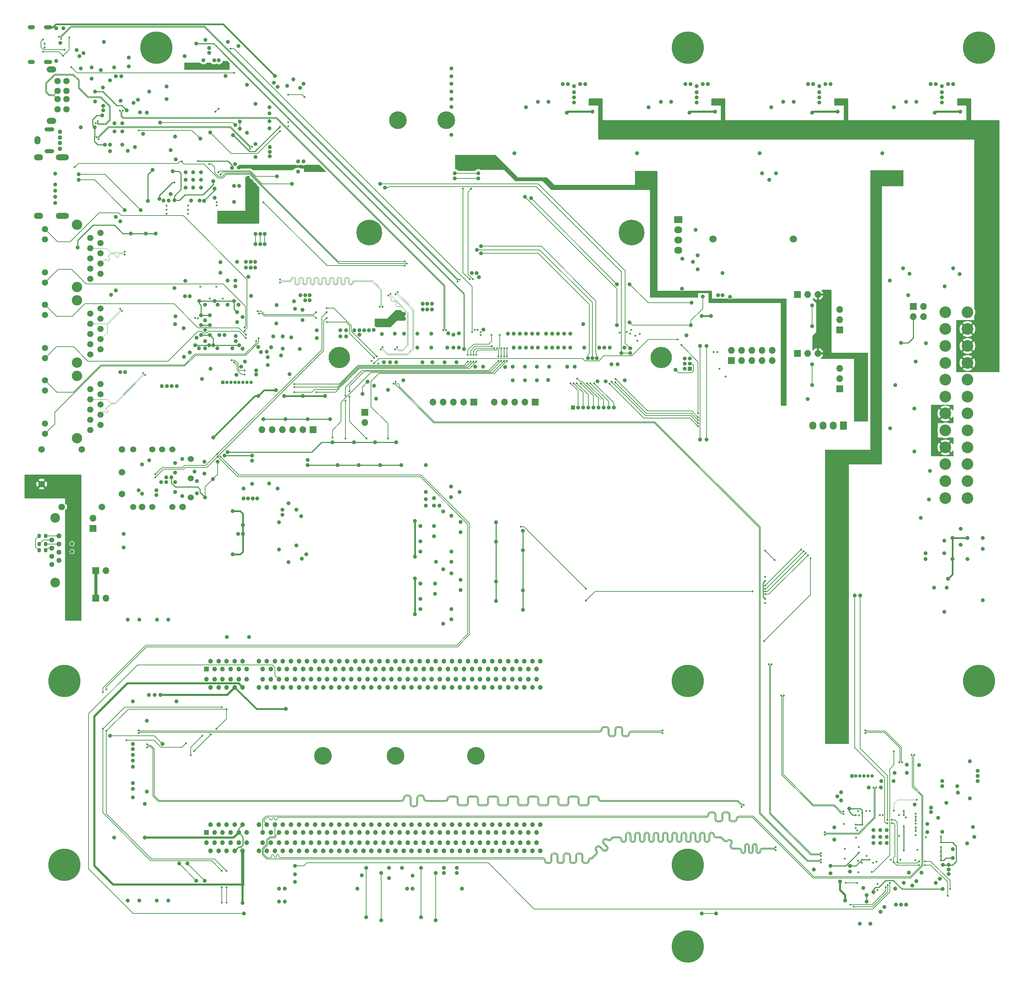
<source format=gbl>
G04 #@! TF.GenerationSoftware,KiCad,Pcbnew,7.0.8*
G04 #@! TF.CreationDate,2024-05-07T21:46:37+03:00*
G04 #@! TF.ProjectId,Tangenta,54616e67-656e-4746-912e-6b696361645f,rev?*
G04 #@! TF.SameCoordinates,Original*
G04 #@! TF.FileFunction,Copper,L4,Bot*
G04 #@! TF.FilePolarity,Positive*
%FSLAX46Y46*%
G04 Gerber Fmt 4.6, Leading zero omitted, Abs format (unit mm)*
G04 Created by KiCad (PCBNEW 7.0.8) date 2024-05-07 21:46:37*
%MOMM*%
%LPD*%
G01*
G04 APERTURE LIST*
G04 Aperture macros list*
%AMRoundRect*
0 Rectangle with rounded corners*
0 $1 Rounding radius*
0 $2 $3 $4 $5 $6 $7 $8 $9 X,Y pos of 4 corners*
0 Add a 4 corners polygon primitive as box body*
4,1,4,$2,$3,$4,$5,$6,$7,$8,$9,$2,$3,0*
0 Add four circle primitives for the rounded corners*
1,1,$1+$1,$2,$3*
1,1,$1+$1,$4,$5*
1,1,$1+$1,$6,$7*
1,1,$1+$1,$8,$9*
0 Add four rect primitives between the rounded corners*
20,1,$1+$1,$2,$3,$4,$5,0*
20,1,$1+$1,$4,$5,$6,$7,0*
20,1,$1+$1,$6,$7,$8,$9,0*
20,1,$1+$1,$8,$9,$2,$3,0*%
G04 Aperture macros list end*
G04 #@! TA.AperFunction,ComponentPad*
%ADD10R,1.700000X1.700000*%
G04 #@! TD*
G04 #@! TA.AperFunction,ComponentPad*
%ADD11O,1.700000X1.700000*%
G04 #@! TD*
G04 #@! TA.AperFunction,ComponentPad*
%ADD12C,1.000000*%
G04 #@! TD*
G04 #@! TA.AperFunction,ComponentPad*
%ADD13C,0.900000*%
G04 #@! TD*
G04 #@! TA.AperFunction,ComponentPad*
%ADD14C,8.000000*%
G04 #@! TD*
G04 #@! TA.AperFunction,ComponentPad*
%ADD15R,1.200000X1.200000*%
G04 #@! TD*
G04 #@! TA.AperFunction,ComponentPad*
%ADD16C,1.200000*%
G04 #@! TD*
G04 #@! TA.AperFunction,ComponentPad*
%ADD17C,1.549403*%
G04 #@! TD*
G04 #@! TA.AperFunction,ComponentPad*
%ADD18C,2.580645*%
G04 #@! TD*
G04 #@! TA.AperFunction,ComponentPad*
%ADD19R,1.000000X1.000000*%
G04 #@! TD*
G04 #@! TA.AperFunction,ComponentPad*
%ADD20O,1.000000X1.000000*%
G04 #@! TD*
G04 #@! TA.AperFunction,ComponentPad*
%ADD21C,1.100000*%
G04 #@! TD*
G04 #@! TA.AperFunction,ComponentPad*
%ADD22O,2.400000X1.100000*%
G04 #@! TD*
G04 #@! TA.AperFunction,ComponentPad*
%ADD23O,1.500000X2.100000*%
G04 #@! TD*
G04 #@! TA.AperFunction,ComponentPad*
%ADD24C,2.900000*%
G04 #@! TD*
G04 #@! TA.AperFunction,ComponentPad*
%ADD25C,5.300000*%
G04 #@! TD*
G04 #@! TA.AperFunction,ComponentPad*
%ADD26R,0.850000X0.850000*%
G04 #@! TD*
G04 #@! TA.AperFunction,ComponentPad*
%ADD27O,0.850000X0.850000*%
G04 #@! TD*
G04 #@! TA.AperFunction,ComponentPad*
%ADD28C,6.400000*%
G04 #@! TD*
G04 #@! TA.AperFunction,ComponentPad*
%ADD29C,4.400000*%
G04 #@! TD*
G04 #@! TA.AperFunction,ComponentPad*
%ADD30C,1.600000*%
G04 #@! TD*
G04 #@! TA.AperFunction,ComponentPad*
%ADD31O,2.400000X1.500000*%
G04 #@! TD*
G04 #@! TA.AperFunction,ComponentPad*
%ADD32O,2.100000X1.000000*%
G04 #@! TD*
G04 #@! TA.AperFunction,ComponentPad*
%ADD33O,1.800000X1.000000*%
G04 #@! TD*
G04 #@! TA.AperFunction,ComponentPad*
%ADD34R,1.730000X2.030000*%
G04 #@! TD*
G04 #@! TA.AperFunction,ComponentPad*
%ADD35O,1.730000X2.030000*%
G04 #@! TD*
G04 #@! TA.AperFunction,ComponentPad*
%ADD36C,1.295403*%
G04 #@! TD*
G04 #@! TA.AperFunction,ComponentPad*
%ADD37C,2.400000*%
G04 #@! TD*
G04 #@! TA.AperFunction,ComponentPad*
%ADD38C,1.650013*%
G04 #@! TD*
G04 #@! TA.AperFunction,ComponentPad*
%ADD39C,1.524003*%
G04 #@! TD*
G04 #@! TA.AperFunction,ComponentPad*
%ADD40O,3.300000X1.500000*%
G04 #@! TD*
G04 #@! TA.AperFunction,ComponentPad*
%ADD41O,2.300000X1.500000*%
G04 #@! TD*
G04 #@! TA.AperFunction,ComponentPad*
%ADD42C,1.800000*%
G04 #@! TD*
G04 #@! TA.AperFunction,ComponentPad*
%ADD43R,2.030000X1.730000*%
G04 #@! TD*
G04 #@! TA.AperFunction,ComponentPad*
%ADD44O,2.030000X1.730000*%
G04 #@! TD*
G04 #@! TA.AperFunction,SMDPad,CuDef*
%ADD45RoundRect,0.200000X-0.200000X-0.275000X0.200000X-0.275000X0.200000X0.275000X-0.200000X0.275000X0*%
G04 #@! TD*
G04 #@! TA.AperFunction,ViaPad*
%ADD46C,1.000000*%
G04 #@! TD*
G04 #@! TA.AperFunction,ViaPad*
%ADD47C,0.500000*%
G04 #@! TD*
G04 #@! TA.AperFunction,Conductor*
%ADD48C,0.508000*%
G04 #@! TD*
G04 #@! TA.AperFunction,Conductor*
%ADD49C,0.254000*%
G04 #@! TD*
G04 #@! TA.AperFunction,Conductor*
%ADD50C,0.250000*%
G04 #@! TD*
G04 #@! TA.AperFunction,Conductor*
%ADD51C,0.101600*%
G04 #@! TD*
G04 #@! TA.AperFunction,Conductor*
%ADD52C,0.381000*%
G04 #@! TD*
G04 #@! TA.AperFunction,Conductor*
%ADD53C,0.127000*%
G04 #@! TD*
G04 #@! TA.AperFunction,Conductor*
%ADD54C,0.177800*%
G04 #@! TD*
G04 #@! TA.AperFunction,Conductor*
%ADD55C,0.762000*%
G04 #@! TD*
G04 #@! TA.AperFunction,Conductor*
%ADD56C,0.152400*%
G04 #@! TD*
G04 #@! TA.AperFunction,Conductor*
%ADD57C,0.109220*%
G04 #@! TD*
G04 APERTURE END LIST*
D10*
X52552600Y-153116200D03*
D11*
X52552600Y-150576200D03*
D12*
X59863586Y-52333873D03*
X57863586Y-52333873D03*
X59863586Y-54333873D03*
X57863586Y-54333873D03*
D10*
X147218400Y-121666000D03*
D11*
X144678400Y-121666000D03*
X142138400Y-121666000D03*
X139598400Y-121666000D03*
X137058400Y-121666000D03*
D13*
X197400000Y-257050000D03*
X198278680Y-254928680D03*
X198278680Y-259171320D03*
X200400000Y-254050000D03*
D14*
X200400000Y-257050000D03*
D13*
X200400000Y-260050000D03*
X202521320Y-254928680D03*
X202521320Y-259171320D03*
X203400000Y-257050000D03*
D15*
X80750000Y-188094000D03*
D16*
X81750000Y-186094000D03*
X82750000Y-188094000D03*
X83750000Y-186094000D03*
X84750000Y-188094000D03*
X85750000Y-186094000D03*
X86750000Y-188094000D03*
X87750000Y-186094000D03*
X88750000Y-188094000D03*
X89750000Y-186094000D03*
X90750000Y-188094000D03*
X93750000Y-186094000D03*
X94750000Y-188094000D03*
X95750000Y-186094000D03*
X96750000Y-188094000D03*
X97750000Y-186094000D03*
X98750000Y-188094000D03*
X99750000Y-186094000D03*
X100750000Y-188094000D03*
X101750000Y-186094000D03*
X102750000Y-188094000D03*
X103750000Y-186094000D03*
X104750000Y-188094000D03*
X105750000Y-186094000D03*
X106750000Y-188094000D03*
X107750000Y-186094000D03*
X108750000Y-188094000D03*
X109750000Y-186094000D03*
X110750000Y-188094000D03*
X111750000Y-186094000D03*
X112750000Y-188094000D03*
X113750000Y-186094000D03*
X114750000Y-188094000D03*
X115750000Y-186094000D03*
X116750000Y-188094000D03*
X117750000Y-186094000D03*
X118750000Y-188094000D03*
X119750000Y-186094000D03*
X120750000Y-188094000D03*
X121750000Y-186094000D03*
X122750000Y-188094000D03*
X123750000Y-186094000D03*
X124750000Y-188094000D03*
X125750000Y-186094000D03*
X126750000Y-188094000D03*
X127750000Y-186094000D03*
X128750000Y-188094000D03*
X129750000Y-186094000D03*
X130750000Y-188094000D03*
X131750000Y-186094000D03*
X132750000Y-188094000D03*
X133750000Y-186094000D03*
X134750000Y-188094000D03*
X135750000Y-186094000D03*
X136750000Y-188094000D03*
X137750000Y-186094000D03*
X138750000Y-188094000D03*
X139750000Y-186094000D03*
X140750000Y-188094000D03*
X141750000Y-186094000D03*
X142750000Y-188094000D03*
X143750000Y-186094000D03*
X144750000Y-188094000D03*
X145750000Y-186094000D03*
X146750000Y-188094000D03*
X147750000Y-186094000D03*
X148750000Y-188094000D03*
X149750000Y-186094000D03*
X150750000Y-188094000D03*
X151750000Y-186094000D03*
X152750000Y-188094000D03*
X153750000Y-186094000D03*
X154750000Y-188094000D03*
X155750000Y-186094000D03*
X156750000Y-188094000D03*
X157750000Y-186094000D03*
X158750000Y-188094000D03*
X159750000Y-186094000D03*
X160750000Y-188094000D03*
X161750000Y-186094000D03*
X162750000Y-188094000D03*
X163750000Y-186094000D03*
X80750000Y-190594000D03*
X81750000Y-192594000D03*
X82750000Y-190594000D03*
X83750000Y-192594000D03*
X84750000Y-190594000D03*
X85750000Y-192594000D03*
X86750000Y-190594000D03*
X87750000Y-192594000D03*
X88750000Y-190594000D03*
X89750000Y-192594000D03*
X90750000Y-190594000D03*
X93750000Y-192594000D03*
X94750000Y-190594000D03*
X95750000Y-192594000D03*
X96750000Y-190594000D03*
X97750000Y-192594000D03*
X98750000Y-190594000D03*
X99750000Y-192594000D03*
X100750000Y-190594000D03*
X101750000Y-192594000D03*
X102750000Y-190594000D03*
X103750000Y-192594000D03*
X104750000Y-190594000D03*
X105750000Y-192594000D03*
X106750000Y-190594000D03*
X107750000Y-192594000D03*
X108750000Y-190594000D03*
X109750000Y-192594000D03*
X110750000Y-190594000D03*
X111750000Y-192594000D03*
X112750000Y-190594000D03*
X113750000Y-192594000D03*
X114750000Y-190594000D03*
X115750000Y-192594000D03*
X116750000Y-190594000D03*
X117750000Y-192594000D03*
X118750000Y-190594000D03*
X119750000Y-192594000D03*
X120750000Y-190594000D03*
X121750000Y-192594000D03*
X122750000Y-190594000D03*
X123750000Y-192594000D03*
X124750000Y-190594000D03*
X125750000Y-192594000D03*
X126750000Y-190594000D03*
X127750000Y-192594000D03*
X128750000Y-190594000D03*
X129750000Y-192594000D03*
X130750000Y-190594000D03*
X131750000Y-192594000D03*
X132750000Y-190594000D03*
X133750000Y-192594000D03*
X134750000Y-190594000D03*
X135750000Y-192594000D03*
X136750000Y-190594000D03*
X137750000Y-192594000D03*
X138750000Y-190594000D03*
X139750000Y-192594000D03*
X140750000Y-190594000D03*
X141750000Y-192594000D03*
X142750000Y-190594000D03*
X143750000Y-192594000D03*
X144750000Y-190594000D03*
X145750000Y-192594000D03*
X146750000Y-190594000D03*
X147750000Y-192594000D03*
X148750000Y-190594000D03*
X149750000Y-192594000D03*
X150750000Y-190594000D03*
X151750000Y-192594000D03*
X152750000Y-190594000D03*
X153750000Y-192594000D03*
X154750000Y-190594000D03*
X155750000Y-192594000D03*
X156750000Y-190594000D03*
X157750000Y-192594000D03*
X158750000Y-190594000D03*
X159750000Y-192594000D03*
X160750000Y-190594000D03*
X161750000Y-192594000D03*
X162750000Y-190594000D03*
X163750000Y-192594000D03*
D17*
X54423942Y-98401073D03*
X51883937Y-99671075D03*
X54423942Y-100941078D03*
X51883937Y-102211080D03*
X54423942Y-103481083D03*
X51883937Y-104751085D03*
X54423942Y-106021088D03*
X51883937Y-107291090D03*
X54423942Y-108561093D03*
X51883937Y-109831095D03*
X40634000Y-97496069D03*
X40634000Y-100036074D03*
X40634000Y-108206000D03*
X40634000Y-110746005D03*
D18*
X48583962Y-96375927D03*
X48583962Y-111865893D03*
D10*
X120142000Y-124226400D03*
D11*
X120142000Y-126766400D03*
D19*
X200853200Y-113390600D03*
D20*
X199583200Y-113390600D03*
X200853200Y-112120600D03*
X199583200Y-112120600D03*
X200853200Y-110850600D03*
X199583200Y-110850600D03*
D13*
X197400000Y-191010000D03*
X198278680Y-188888680D03*
X198278680Y-193131320D03*
X200400000Y-188010000D03*
D14*
X200400000Y-191010000D03*
D13*
X200400000Y-194010000D03*
X202521320Y-188888680D03*
X202521320Y-193131320D03*
X203400000Y-191010000D03*
D17*
X54423942Y-117197073D03*
X51883937Y-118467075D03*
X54423942Y-119737078D03*
X51883937Y-121007080D03*
X54423942Y-122277083D03*
X51883937Y-123547085D03*
X54423942Y-124817088D03*
X51883937Y-126087090D03*
X54423942Y-127357093D03*
X51883937Y-128627095D03*
X40634000Y-116292069D03*
X40634000Y-118832074D03*
X40634000Y-127002000D03*
X40634000Y-129542005D03*
D18*
X48583962Y-115171927D03*
X48583962Y-130661893D03*
D12*
X79364000Y-64523000D03*
X77464000Y-64523000D03*
X75564000Y-64523000D03*
X79364000Y-66423000D03*
X77464000Y-66423000D03*
X75564000Y-66423000D03*
X79364000Y-68323000D03*
X77464000Y-68323000D03*
X75564000Y-68323000D03*
D10*
X211201000Y-111353600D03*
D11*
X211201000Y-108813600D03*
X213741000Y-111353600D03*
X213741000Y-108813600D03*
X216281000Y-111353600D03*
X216281000Y-108813600D03*
X218821000Y-111353600D03*
X218821000Y-108813600D03*
X221361000Y-111353600D03*
X221361000Y-108813600D03*
D21*
X44328975Y-54479949D03*
X44328975Y-55880000D03*
X44328975Y-57280050D03*
X44328975Y-58680101D03*
D22*
X41729025Y-53880000D03*
D23*
X38729025Y-56580025D03*
D22*
X41729025Y-59280050D03*
D10*
X256407000Y-97919000D03*
D11*
X258947000Y-97919000D03*
X256407000Y-100459000D03*
X258947000Y-100459000D03*
D24*
X264400000Y-145520051D03*
X264400000Y-141319899D03*
X264400000Y-137120000D03*
X264400000Y-132919848D03*
X264400000Y-128719950D03*
X264400000Y-124520051D03*
X264400000Y-120319899D03*
X264400000Y-116120000D03*
X264400000Y-111919848D03*
X264400000Y-107719950D03*
X264400000Y-103520051D03*
X264400000Y-99319899D03*
X269900128Y-145520051D03*
X269900128Y-141319899D03*
X269900128Y-137120000D03*
X269900128Y-132919848D03*
X269900128Y-128719950D03*
X269900128Y-124520051D03*
X269900128Y-120319899D03*
X269900128Y-116120000D03*
X269900128Y-111919848D03*
X269900128Y-107719950D03*
X269900128Y-103520051D03*
X269900128Y-99319899D03*
D10*
X238099600Y-103761000D03*
D11*
X238099600Y-101221000D03*
X238099600Y-98681000D03*
D25*
X113780000Y-110560000D03*
D26*
X241154200Y-214630000D03*
D27*
X242154200Y-214630000D03*
X243154200Y-214630000D03*
X244154200Y-214630000D03*
X245154200Y-214630000D03*
X246154200Y-214630000D03*
D15*
X80750000Y-228734000D03*
D16*
X81750000Y-226734000D03*
X82750000Y-228734000D03*
X83750000Y-226734000D03*
X84750000Y-228734000D03*
X85750000Y-226734000D03*
X86750000Y-228734000D03*
X87750000Y-226734000D03*
X88750000Y-228734000D03*
X89750000Y-226734000D03*
X90750000Y-228734000D03*
X93750000Y-226734000D03*
X94750000Y-228734000D03*
X95750000Y-226734000D03*
X96750000Y-228734000D03*
X97750000Y-226734000D03*
X98750000Y-228734000D03*
X99750000Y-226734000D03*
X100750000Y-228734000D03*
X101750000Y-226734000D03*
X102750000Y-228734000D03*
X103750000Y-226734000D03*
X104750000Y-228734000D03*
X105750000Y-226734000D03*
X106750000Y-228734000D03*
X107750000Y-226734000D03*
X108750000Y-228734000D03*
X109750000Y-226734000D03*
X110750000Y-228734000D03*
X111750000Y-226734000D03*
X112750000Y-228734000D03*
X113750000Y-226734000D03*
X114750000Y-228734000D03*
X115750000Y-226734000D03*
X116750000Y-228734000D03*
X117750000Y-226734000D03*
X118750000Y-228734000D03*
X119750000Y-226734000D03*
X120750000Y-228734000D03*
X121750000Y-226734000D03*
X122750000Y-228734000D03*
X123750000Y-226734000D03*
X124750000Y-228734000D03*
X125750000Y-226734000D03*
X126750000Y-228734000D03*
X127750000Y-226734000D03*
X128750000Y-228734000D03*
X129750000Y-226734000D03*
X130750000Y-228734000D03*
X131750000Y-226734000D03*
X132750000Y-228734000D03*
X133750000Y-226734000D03*
X134750000Y-228734000D03*
X135750000Y-226734000D03*
X136750000Y-228734000D03*
X137750000Y-226734000D03*
X138750000Y-228734000D03*
X139750000Y-226734000D03*
X140750000Y-228734000D03*
X141750000Y-226734000D03*
X142750000Y-228734000D03*
X143750000Y-226734000D03*
X144750000Y-228734000D03*
X145750000Y-226734000D03*
X146750000Y-228734000D03*
X147750000Y-226734000D03*
X148750000Y-228734000D03*
X149750000Y-226734000D03*
X150750000Y-228734000D03*
X151750000Y-226734000D03*
X152750000Y-228734000D03*
X153750000Y-226734000D03*
X154750000Y-228734000D03*
X155750000Y-226734000D03*
X156750000Y-228734000D03*
X157750000Y-226734000D03*
X158750000Y-228734000D03*
X159750000Y-226734000D03*
X160750000Y-228734000D03*
X161750000Y-226734000D03*
X162750000Y-228734000D03*
X163750000Y-226734000D03*
X80750000Y-231234000D03*
X81750000Y-233234000D03*
X82750000Y-231234000D03*
X83750000Y-233234000D03*
X84750000Y-231234000D03*
X85750000Y-233234000D03*
X86750000Y-231234000D03*
X87750000Y-233234000D03*
X88750000Y-231234000D03*
X89750000Y-233234000D03*
X90750000Y-231234000D03*
X93750000Y-233234000D03*
X94750000Y-231234000D03*
X95750000Y-233234000D03*
X96750000Y-231234000D03*
X97750000Y-233234000D03*
X98750000Y-231234000D03*
X99750000Y-233234000D03*
X100750000Y-231234000D03*
X101750000Y-233234000D03*
X102750000Y-231234000D03*
X103750000Y-233234000D03*
X104750000Y-231234000D03*
X105750000Y-233234000D03*
X106750000Y-231234000D03*
X107750000Y-233234000D03*
X108750000Y-231234000D03*
X109750000Y-233234000D03*
X110750000Y-231234000D03*
X111750000Y-233234000D03*
X112750000Y-231234000D03*
X113750000Y-233234000D03*
X114750000Y-231234000D03*
X115750000Y-233234000D03*
X116750000Y-231234000D03*
X117750000Y-233234000D03*
X118750000Y-231234000D03*
X119750000Y-233234000D03*
X120750000Y-231234000D03*
X121750000Y-233234000D03*
X122750000Y-231234000D03*
X123750000Y-233234000D03*
X124750000Y-231234000D03*
X125750000Y-233234000D03*
X126750000Y-231234000D03*
X127750000Y-233234000D03*
X128750000Y-231234000D03*
X129750000Y-233234000D03*
X130750000Y-231234000D03*
X131750000Y-233234000D03*
X132750000Y-231234000D03*
X133750000Y-233234000D03*
X134750000Y-231234000D03*
X135750000Y-233234000D03*
X136750000Y-231234000D03*
X137750000Y-233234000D03*
X138750000Y-231234000D03*
X139750000Y-233234000D03*
X140750000Y-231234000D03*
X141750000Y-233234000D03*
X142750000Y-231234000D03*
X143750000Y-233234000D03*
X144750000Y-231234000D03*
X145750000Y-233234000D03*
X146750000Y-231234000D03*
X147750000Y-233234000D03*
X148750000Y-231234000D03*
X149750000Y-233234000D03*
X150750000Y-231234000D03*
X151750000Y-233234000D03*
X152750000Y-231234000D03*
X153750000Y-233234000D03*
X154750000Y-231234000D03*
X155750000Y-233234000D03*
X156750000Y-231234000D03*
X157750000Y-233234000D03*
X158750000Y-231234000D03*
X159750000Y-233234000D03*
X160750000Y-231234000D03*
X161750000Y-233234000D03*
X162750000Y-231234000D03*
X163750000Y-233234000D03*
D13*
X197400000Y-33530000D03*
X198278680Y-31408680D03*
X198278680Y-35651320D03*
X200400000Y-30530000D03*
D14*
X200400000Y-33530000D03*
D13*
X200400000Y-36530000D03*
X202521320Y-31408680D03*
X202521320Y-35651320D03*
X203400000Y-33530000D03*
D26*
X84815800Y-116814600D03*
D27*
X85815800Y-116814600D03*
X86815800Y-116814600D03*
X87815800Y-116814600D03*
X88815800Y-116814600D03*
X89815800Y-116814600D03*
X90815800Y-116814600D03*
X91815800Y-116814600D03*
D13*
X197400000Y-236730000D03*
X198278680Y-234608680D03*
X198278680Y-238851320D03*
X200400000Y-233730000D03*
D14*
X200400000Y-236730000D03*
D13*
X200400000Y-239730000D03*
X202521320Y-234608680D03*
X202521320Y-238851320D03*
X203400000Y-236730000D03*
D28*
X121180000Y-79560000D03*
D10*
X53208000Y-163601400D03*
D11*
X55748000Y-163601400D03*
D13*
X65320000Y-33530000D03*
X66198680Y-31408680D03*
X66198680Y-35651320D03*
X68320000Y-30530000D03*
D14*
X68320000Y-33530000D03*
D13*
X68320000Y-36530000D03*
X70441320Y-31408680D03*
X70441320Y-35651320D03*
X71320000Y-33530000D03*
D29*
X127706000Y-209619600D03*
D30*
X45935863Y-41838854D03*
X45935863Y-44338727D03*
X45935863Y-46338727D03*
X45935863Y-48838854D03*
X43735964Y-41838854D03*
X43735964Y-44338727D03*
X43735964Y-46338727D03*
X43735964Y-48838854D03*
D31*
X42186053Y-51738778D03*
X42186053Y-38938676D03*
D32*
X41356000Y-28445918D03*
D33*
X37205886Y-28445918D03*
D32*
X41356000Y-37086000D03*
D33*
X37205886Y-37086000D03*
D10*
X238111300Y-118389400D03*
D11*
X238111300Y-115849400D03*
X238111300Y-113309400D03*
D34*
X239039400Y-127533400D03*
D35*
X236499400Y-127533400D03*
X233959400Y-127533400D03*
X231419400Y-127533400D03*
D36*
X42285000Y-162070010D03*
X44064782Y-161049944D03*
X42285000Y-160030132D03*
X44064782Y-159010066D03*
X42285000Y-157990000D03*
X44064782Y-156969934D03*
X42285000Y-155950122D03*
X44064782Y-154930056D03*
D37*
X43174764Y-150449995D03*
X43174764Y-166550071D03*
D38*
X39778000Y-133479000D03*
X49778000Y-133479000D03*
X59778000Y-133479000D03*
D39*
X62577847Y-133479000D03*
X67277873Y-133479000D03*
X69778000Y-133479000D03*
X72277873Y-133479000D03*
X76877822Y-135808946D03*
X76877822Y-140609048D03*
X76877822Y-145409150D03*
D38*
X74778000Y-147728936D03*
D39*
X72277873Y-147728936D03*
X67277873Y-147728936D03*
D38*
X64778000Y-147728936D03*
D39*
X62577847Y-147728936D03*
D38*
X54778000Y-147728936D03*
X44778000Y-147728936D03*
X39778000Y-142059137D03*
X59778000Y-144559010D03*
X59778000Y-139158959D03*
D29*
X147706000Y-209619600D03*
D10*
X162407600Y-121666000D03*
D11*
X159867600Y-121666000D03*
X157327600Y-121666000D03*
X154787600Y-121666000D03*
X152247600Y-121666000D03*
D40*
X44967019Y-60835000D03*
D41*
X38967019Y-60835000D03*
D40*
X44967019Y-75335128D03*
D41*
X38967019Y-75335128D03*
D42*
X226611073Y-81102225D03*
X206611327Y-81102225D03*
D25*
X193780000Y-110560000D03*
D13*
X269790000Y-33530000D03*
X270668680Y-31408680D03*
X270668680Y-35651320D03*
X272790000Y-30530000D03*
D14*
X272790000Y-33530000D03*
D13*
X272790000Y-36530000D03*
X274911320Y-31408680D03*
X274911320Y-35651320D03*
X275790000Y-33530000D03*
X42460000Y-236730000D03*
X43338680Y-234608680D03*
X43338680Y-238851320D03*
X45460000Y-233730000D03*
D14*
X45460000Y-236730000D03*
D13*
X45460000Y-239730000D03*
X47581320Y-234608680D03*
X47581320Y-238851320D03*
X48460000Y-236730000D03*
D19*
X171805600Y-123063000D03*
D20*
X173075600Y-123063000D03*
X174345600Y-123063000D03*
X175615600Y-123063000D03*
X176885600Y-123063000D03*
X178155600Y-123063000D03*
X179425600Y-123063000D03*
X180695600Y-123063000D03*
X181965600Y-123063000D03*
D10*
X227609400Y-94921800D03*
D11*
X230149400Y-94921800D03*
X232689400Y-94921800D03*
D10*
X53208000Y-170484800D03*
D11*
X55748000Y-170484800D03*
D28*
X186380000Y-79560000D03*
D10*
X107213400Y-128549400D03*
D11*
X104673400Y-128549400D03*
X102133400Y-128549400D03*
X99593400Y-128549400D03*
X97053400Y-128549400D03*
X94513400Y-128549400D03*
D29*
X109706000Y-209619600D03*
D13*
X269790000Y-191010000D03*
X270668680Y-188888680D03*
X270668680Y-193131320D03*
X272790000Y-188010000D03*
D14*
X272790000Y-191010000D03*
D13*
X272790000Y-194010000D03*
X274911320Y-188888680D03*
X274911320Y-193131320D03*
X275790000Y-191010000D03*
X42460000Y-191010000D03*
X43338680Y-188888680D03*
X43338680Y-193131320D03*
X45460000Y-188010000D03*
D14*
X45460000Y-191010000D03*
D13*
X45460000Y-194010000D03*
X47581320Y-188888680D03*
X47581320Y-193131320D03*
X48460000Y-191010000D03*
D17*
X54423942Y-79605073D03*
X51883937Y-80875075D03*
X54423942Y-82145078D03*
X51883937Y-83415080D03*
X54423942Y-84685083D03*
X51883937Y-85955085D03*
X54423942Y-87225088D03*
X51883937Y-88495090D03*
X54423942Y-89765093D03*
X51883937Y-91035095D03*
X40634000Y-78700069D03*
X40634000Y-81240074D03*
X40634000Y-89410000D03*
X40634000Y-91950005D03*
D18*
X48583962Y-77579927D03*
X48583962Y-93069893D03*
D29*
X140320000Y-51564000D03*
D43*
X198018400Y-76327000D03*
D44*
X198018400Y-78867000D03*
X198018400Y-81407000D03*
X198018400Y-83947000D03*
D29*
X128320000Y-51564000D03*
D10*
X227621100Y-109575600D03*
D11*
X230161100Y-109575600D03*
X232701100Y-109575600D03*
D45*
X39142400Y-156972000D03*
X40792400Y-156972000D03*
X39154600Y-154940000D03*
X40804600Y-154940000D03*
X39154600Y-158521400D03*
X40804600Y-158521400D03*
D46*
X268091000Y-49504600D03*
X261741000Y-49758600D03*
X75184000Y-110388400D03*
X64033400Y-245618000D03*
X52197000Y-41275000D03*
D47*
X244729000Y-223393000D03*
X242417600Y-228219000D03*
D46*
X78384400Y-141300200D03*
X248223105Y-231319800D03*
D47*
X219608400Y-170611800D03*
D46*
X234563000Y-42646600D03*
X257042000Y-111635000D03*
X199765000Y-42646600D03*
X81407000Y-34798000D03*
X170408600Y-112877600D03*
X62433200Y-207924400D03*
X143941800Y-168402000D03*
X133146800Y-108102400D03*
X122936000Y-120853200D03*
X97332800Y-105333800D03*
X245307200Y-217527600D03*
X43180000Y-70612000D03*
X68453000Y-175768000D03*
X61163200Y-175768000D03*
X58191400Y-75615800D03*
X173603000Y-42646600D03*
D47*
X263296400Y-235661200D03*
D46*
X202559000Y-44678600D03*
X62433200Y-209397600D03*
X139750800Y-237540800D03*
X172288200Y-112852200D03*
X127889000Y-111815000D03*
X57048400Y-94996000D03*
X59334400Y-76708000D03*
X91821000Y-95300800D03*
X77749400Y-138963400D03*
X89408000Y-112849600D03*
X84175600Y-86893400D03*
X139623800Y-148869400D03*
X70866000Y-46355000D03*
X267944600Y-89814400D03*
X143446500Y-108115100D03*
X119370024Y-239395000D03*
X233039000Y-44678600D03*
X142951200Y-237540718D03*
X260296000Y-145864038D03*
X134391400Y-111815000D03*
X103124000Y-157327600D03*
X74726800Y-135813800D03*
X108204000Y-103784400D03*
X105257600Y-96393000D03*
X96334076Y-141909800D03*
X89687400Y-100533200D03*
X160147000Y-48361600D03*
X178358800Y-108102400D03*
X71882000Y-59055000D03*
X96393000Y-49911000D03*
X68326000Y-144780000D03*
X98425000Y-143230600D03*
X62433200Y-206705200D03*
X62433200Y-219964000D03*
X79011132Y-71590181D03*
X72745600Y-93345000D03*
X255498600Y-89789000D03*
X104089200Y-95123000D03*
X249853800Y-229795800D03*
X80238600Y-139496800D03*
X263519000Y-45948600D03*
X80238600Y-136525000D03*
D47*
X239395000Y-232786648D03*
D46*
X96393000Y-48387000D03*
X172079000Y-44678600D03*
X143941800Y-165862000D03*
X99720400Y-108381800D03*
X76555600Y-95351600D03*
X81792350Y-113352908D03*
D47*
X247497600Y-243052600D03*
D46*
X221132400Y-48361600D03*
X64770000Y-144424400D03*
X73304400Y-196088000D03*
X64770000Y-137210800D03*
X90347800Y-111633000D03*
X104241600Y-150012400D03*
X62433200Y-217881200D03*
X264134600Y-173812200D03*
X141579600Y-164287200D03*
X165150800Y-104648000D03*
X251587000Y-48361600D03*
X93649800Y-108000800D03*
X262640000Y-225092800D03*
X125882400Y-118618000D03*
D47*
X79197200Y-93014800D03*
D46*
X139903200Y-111815000D03*
X96393000Y-51873000D03*
X43180000Y-64897000D03*
X89712800Y-108407200D03*
X233039000Y-45948600D03*
X142951200Y-238810800D03*
X256159000Y-241884200D03*
X254609600Y-46990000D03*
X75107800Y-103352600D03*
X126390400Y-111815000D03*
X251764800Y-213893400D03*
D47*
X263296400Y-234543600D03*
D46*
X129870200Y-104673400D03*
D47*
X256971800Y-235609900D03*
D46*
X54483000Y-39116000D03*
X208991200Y-95097600D03*
X91160600Y-90500200D03*
X142148000Y-104902000D03*
X245772433Y-251366906D03*
X157149800Y-108102400D03*
X72974200Y-144018000D03*
X80416400Y-108331000D03*
X253339600Y-246657400D03*
X140639800Y-108127800D03*
X263658000Y-228572600D03*
X98425000Y-43307000D03*
X96520000Y-58293000D03*
X243992400Y-242493800D03*
X143459200Y-104546400D03*
X202559000Y-47218600D03*
X249224800Y-247269000D03*
X266244800Y-232843800D03*
X141605000Y-40640000D03*
X256794000Y-221742000D03*
X141503400Y-142722600D03*
X105562400Y-159562800D03*
X196240400Y-46990000D03*
X83820000Y-36703000D03*
D47*
X246430800Y-236245400D03*
D46*
X141579600Y-161366200D03*
X127584200Y-104673400D03*
X160147000Y-108102400D03*
X143941800Y-151511000D03*
X126111000Y-237535837D03*
X65963800Y-49707800D03*
X266242800Y-235052195D03*
X43434000Y-36830000D03*
D47*
X83185000Y-93014800D03*
D46*
X106426000Y-95123000D03*
X49530000Y-53340000D03*
D47*
X239191800Y-226568000D03*
D46*
X58191400Y-93878400D03*
D47*
X257057649Y-229353800D03*
D46*
X68326000Y-143611600D03*
D47*
X243611400Y-236245400D03*
X76200000Y-74828400D03*
D46*
X202793600Y-88646000D03*
D47*
X219608400Y-171653200D03*
X76200000Y-72796400D03*
D46*
X99593400Y-149733000D03*
X184720454Y-116226200D03*
X106426000Y-96393000D03*
X96824800Y-108026200D03*
X256661000Y-133923500D03*
X44450000Y-32385000D03*
X76555600Y-109321600D03*
X141605000Y-48260000D03*
X226720400Y-46990000D03*
D47*
X70866000Y-74828400D03*
D46*
X87172800Y-108305600D03*
X103124000Y-148437600D03*
X259892800Y-226618800D03*
X143687800Y-144043400D03*
X73146000Y-61343000D03*
D47*
X83312000Y-72771000D03*
D46*
X71297800Y-245618000D03*
X76975000Y-71564200D03*
X141605000Y-44450000D03*
X165150800Y-108102400D03*
X62433200Y-210870800D03*
X92964000Y-47498000D03*
X93065600Y-114858800D03*
X56769000Y-57674497D03*
X87909400Y-92938600D03*
X254812800Y-211886800D03*
X172079000Y-45948600D03*
X257860800Y-211937600D03*
D47*
X242697000Y-235712000D03*
D46*
X87630000Y-71882000D03*
X71882000Y-69951600D03*
X250692000Y-128208500D03*
X96520000Y-59436000D03*
X263519000Y-43154600D03*
X71323200Y-71577200D03*
X272434400Y-214655403D03*
X84201000Y-89535000D03*
X254076200Y-241274600D03*
X233039000Y-43154600D03*
X205353000Y-42646600D03*
X85991700Y-91478100D03*
X233039000Y-47218600D03*
X163144200Y-108102400D03*
X259892800Y-228650800D03*
X60528200Y-114274600D03*
X126111000Y-240075842D03*
X141503400Y-145338800D03*
X269844952Y-231421400D03*
X87884000Y-62484000D03*
X157149800Y-104648000D03*
X55118000Y-48006000D03*
X259461000Y-159308800D03*
X141579600Y-149936200D03*
X82677000Y-36703000D03*
X158648400Y-104648000D03*
X129692400Y-116306600D03*
X169285000Y-42646600D03*
X141605000Y-42545000D03*
X202559000Y-43154600D03*
X180009800Y-116509800D03*
X202559000Y-45948600D03*
X181381400Y-112268000D03*
X257175000Y-240837600D03*
X96393000Y-53594000D03*
X248355200Y-217527600D03*
X75336400Y-35687000D03*
X55245000Y-32131000D03*
X261569200Y-167843200D03*
X139750800Y-238810800D03*
X263601200Y-215950800D03*
X96520000Y-60579000D03*
X142138400Y-108127800D03*
X139623800Y-176834800D03*
X56769000Y-41656000D03*
X62992000Y-58293000D03*
D47*
X78638400Y-100867651D03*
D46*
X248223105Y-229786902D03*
X246551800Y-229795800D03*
X66548000Y-136194800D03*
X90805000Y-42799000D03*
X73000431Y-100344996D03*
X131927600Y-239420400D03*
D47*
X257403600Y-233019600D03*
D46*
X267512800Y-218795600D03*
X231667400Y-237974600D03*
X65938400Y-200914000D03*
X141605000Y-38735000D03*
X129311400Y-237535837D03*
X147574000Y-112877600D03*
X263519000Y-47218600D03*
D47*
X242722400Y-223393000D03*
D46*
X251536200Y-215950800D03*
X260858000Y-222554800D03*
X62433200Y-216408000D03*
X235858400Y-238838200D03*
X162890200Y-116281200D03*
X102463600Y-96621600D03*
X273735800Y-155448000D03*
X255320800Y-238732000D03*
X258312000Y-150497000D03*
X184658000Y-108102400D03*
X65887600Y-218541600D03*
X264134600Y-156159200D03*
X149529800Y-112877600D03*
X252101000Y-246657400D03*
X246551800Y-231319800D03*
X270505352Y-220245400D03*
X254609600Y-246657400D03*
X236798200Y-227459000D03*
X182905400Y-112268000D03*
X230245000Y-42646600D03*
X72974200Y-141605000D03*
X264718800Y-167843200D03*
X260858000Y-223621600D03*
X59436000Y-46736000D03*
X105257600Y-95123000D03*
X180975000Y-108102400D03*
X137820400Y-161366200D03*
X63855600Y-143611600D03*
X78384400Y-144348200D03*
X95707200Y-109194600D03*
X257200400Y-46990000D03*
X254812800Y-213893400D03*
D47*
X76200000Y-73812400D03*
D46*
X202793600Y-85166200D03*
X104419400Y-160655000D03*
X80518000Y-31623000D03*
X79603600Y-115900200D03*
X90805000Y-54737000D03*
X139623800Y-163220400D03*
X87630000Y-67945000D03*
X201035000Y-42646600D03*
X136906000Y-111815000D03*
X83413600Y-108331000D03*
D47*
X263296400Y-232308400D03*
X70866000Y-73812400D03*
X254584200Y-224993200D03*
X257048000Y-224026750D03*
D46*
X104597200Y-98755200D03*
X54991000Y-43434000D03*
D47*
X242824000Y-238607600D03*
D46*
X266313000Y-42646600D03*
X251962000Y-242673600D03*
X141579600Y-175717200D03*
X168148000Y-108102400D03*
X256661000Y-123319000D03*
X80010000Y-36703000D03*
X102717600Y-98450400D03*
D47*
X77927200Y-100736400D03*
D46*
X87909400Y-91490800D03*
X92964000Y-60706000D03*
X62433200Y-212394800D03*
X260598000Y-138813000D03*
D47*
X219608400Y-165125400D03*
D46*
X265043000Y-42646600D03*
X246551800Y-228144800D03*
D47*
X257048000Y-226517200D03*
D46*
X156895800Y-116281200D03*
X82804000Y-70866000D03*
X98196400Y-97586800D03*
X172079000Y-47218600D03*
X261995000Y-42646600D03*
X259582000Y-107063000D03*
D47*
X259562600Y-229895400D03*
D46*
X72948800Y-55676800D03*
X159893000Y-116281200D03*
X92964000Y-57531000D03*
X141579600Y-173177200D03*
X169646600Y-104648000D03*
X61163200Y-245618000D03*
X70053200Y-71577200D03*
X136652000Y-104673400D03*
X72974200Y-102336600D03*
X57785000Y-38481000D03*
X43180000Y-72136000D03*
X62611000Y-47244000D03*
X255137000Y-95125000D03*
X141579600Y-158826200D03*
D47*
X239386647Y-235186953D03*
X263296400Y-233426000D03*
D46*
X75412600Y-95351600D03*
X204083000Y-42646600D03*
X43180000Y-67564000D03*
X162890200Y-112877600D03*
X193649600Y-47015400D03*
X169646600Y-108102400D03*
D47*
X247497600Y-241528600D03*
D46*
X85521800Y-40538400D03*
X86106000Y-32131000D03*
X179654200Y-108102400D03*
X165912800Y-112877600D03*
X104597200Y-101295200D03*
X88900000Y-67945000D03*
X248285000Y-248412000D03*
X141605000Y-55245000D03*
X249853800Y-231319800D03*
X48514000Y-34163000D03*
X260725000Y-42646600D03*
D47*
X219608400Y-166166800D03*
D46*
X166649400Y-104648000D03*
X143941800Y-154051000D03*
X93065600Y-113842800D03*
X65430400Y-221589600D03*
D47*
X245618000Y-223393000D03*
D46*
X49149000Y-35687000D03*
X141605000Y-46355000D03*
X172079000Y-43154600D03*
X97536000Y-42291000D03*
X253923800Y-88442800D03*
D47*
X83312000Y-72009000D03*
D46*
X248488200Y-215950800D03*
X170555000Y-42646600D03*
X174421800Y-102285800D03*
X85852000Y-180136800D03*
X149606000Y-103657400D03*
X156895800Y-112877600D03*
X159893000Y-112877600D03*
X43434000Y-28727400D03*
X166649400Y-108102400D03*
X59334400Y-114274600D03*
X171145200Y-104648000D03*
X99593400Y-148437600D03*
X258445000Y-238734600D03*
X273735800Y-170967400D03*
X158648400Y-108102400D03*
X231515000Y-42646600D03*
X177977800Y-116509800D03*
X55118000Y-49149000D03*
X136652000Y-108102400D03*
X43180000Y-69088000D03*
X108204000Y-105765600D03*
X72974200Y-139217400D03*
X224104200Y-47040800D03*
X272434400Y-213385400D03*
X78308200Y-105714800D03*
X61208000Y-59184000D03*
X101168200Y-161467800D03*
X201676000Y-86842600D03*
X140868400Y-104546400D03*
X124358400Y-104775000D03*
X238455200Y-218694000D03*
X124891800Y-111815000D03*
D47*
X70866000Y-72796400D03*
D46*
X45212000Y-28702000D03*
X259461000Y-160705800D03*
D47*
X84785200Y-95910400D03*
D46*
X102717600Y-239115600D03*
X142900400Y-111815000D03*
X243128800Y-251358400D03*
X238455200Y-220726000D03*
X88163400Y-114909600D03*
X174650400Y-108102400D03*
X248223105Y-228144800D03*
X273735800Y-158216600D03*
X190627000Y-48361600D03*
X163144200Y-104648000D03*
X161645600Y-104648000D03*
X91338400Y-180136800D03*
X208991200Y-89611200D03*
D47*
X81584800Y-95910400D03*
D46*
X98094800Y-102108000D03*
X71247000Y-175768000D03*
X122428000Y-117602000D03*
X168148000Y-104648000D03*
X68376800Y-245618000D03*
X268173200Y-153187400D03*
X271572152Y-229795800D03*
X74726800Y-145034000D03*
X99720400Y-105333800D03*
X155651200Y-104648000D03*
X95986600Y-112471200D03*
X174873000Y-42646600D03*
X271216552Y-227357400D03*
X263519000Y-44678600D03*
X70866000Y-43180000D03*
X165695300Y-116204200D03*
X235833000Y-42646600D03*
X249853800Y-228144800D03*
X237540800Y-219710000D03*
X171145200Y-108102400D03*
X62484000Y-196088000D03*
X101168200Y-146837400D03*
X268173200Y-157149800D03*
X272434400Y-215925405D03*
X102717600Y-240995200D03*
X264134600Y-159308800D03*
X251962000Y-117477000D03*
X207949800Y-95097600D03*
X163144200Y-47015400D03*
X81407000Y-33655000D03*
X161645600Y-108102400D03*
X63754000Y-46482000D03*
X72974200Y-136804400D03*
X236798200Y-230507000D03*
X266369800Y-88442800D03*
X78841600Y-108331000D03*
X165760400Y-46990000D03*
X154990800Y-113004600D03*
X133146800Y-104673400D03*
X64033400Y-175768000D03*
X52197000Y-38481000D03*
X160147000Y-104648000D03*
X253359000Y-106936000D03*
X135229600Y-144043400D03*
X58210800Y-40642000D03*
X114046000Y-103784400D03*
X105918000Y-137363200D03*
X115493800Y-105333800D03*
X137566400Y-166827200D03*
X272796000Y-52578000D03*
X114046000Y-105333800D03*
X243484400Y-124383800D03*
X214350600Y-53949600D03*
X100380800Y-125882400D03*
X211836000Y-52578000D03*
X92252800Y-145669000D03*
X135229600Y-137388600D03*
X267944600Y-47091600D03*
X89966800Y-145669000D03*
X244602000Y-124383800D03*
X94843600Y-125882400D03*
X138658600Y-147421600D03*
X89966800Y-143230600D03*
X115493800Y-103784400D03*
X105918000Y-125882400D03*
X49473200Y-38711600D03*
X113309400Y-137363200D03*
X135229600Y-147421600D03*
X122301000Y-103759000D03*
X272796000Y-55321200D03*
X93395800Y-145669000D03*
X84963000Y-37693600D03*
X242366800Y-124383800D03*
X242316000Y-52578000D03*
X105918000Y-136118600D03*
X152679400Y-166283600D03*
X135229600Y-145846800D03*
X235204000Y-95834200D03*
X117525800Y-103784400D03*
X275310600Y-53949600D03*
X183870600Y-53949600D03*
X92125800Y-141986000D03*
X230149400Y-120929400D03*
X118618000Y-137363200D03*
X85242400Y-134975600D03*
X121107200Y-103784400D03*
X243484400Y-125603000D03*
X208127600Y-47091600D03*
X137312400Y-152476200D03*
X181356000Y-55321200D03*
X152679400Y-171119800D03*
X75946000Y-38125400D03*
X242366800Y-125603000D03*
X59557000Y-40642000D03*
X129184400Y-137363200D03*
X88722200Y-33092000D03*
X118719600Y-103784400D03*
X111455200Y-125882400D03*
X206984600Y-47091600D03*
X211836000Y-55321200D03*
X176504600Y-47091600D03*
X123901200Y-137363200D03*
X238607600Y-47091600D03*
X50139600Y-34899600D03*
X137312400Y-145567400D03*
X137312400Y-155016200D03*
X98780600Y-158318200D03*
X235204000Y-94615000D03*
X202355800Y-78869000D03*
X92125800Y-136271000D03*
X244830600Y-53949600D03*
X98780600Y-151612600D03*
X119913400Y-103784400D03*
X177647600Y-47091600D03*
X237464600Y-47091600D03*
X269087600Y-47091600D03*
X152677100Y-151551600D03*
X91109800Y-145669000D03*
X92125800Y-134975600D03*
X242316000Y-55321200D03*
X66167000Y-71628000D03*
X77343000Y-38125400D03*
X181356000Y-52578000D03*
X137566400Y-169367200D03*
X86004400Y-37693600D03*
X152677100Y-156372600D03*
X244602000Y-125603000D03*
X118719600Y-104927400D03*
X199034400Y-86055200D03*
X67360800Y-63906400D03*
X137312400Y-147421600D03*
X231261000Y-49758600D03*
X237611000Y-49504600D03*
X265201400Y-237896400D03*
X69279102Y-194474498D03*
X79349600Y-100126800D03*
X203835000Y-100304600D03*
X70764400Y-141554200D03*
X65379600Y-229971600D03*
X263601200Y-217195400D03*
X88341200Y-101752400D03*
X67868800Y-194487800D03*
X266160899Y-160705800D03*
X57759600Y-229971600D03*
X82753200Y-96570800D03*
X101828600Y-105562400D03*
X263753600Y-236778800D03*
D47*
X252907800Y-229590600D03*
X248107200Y-224409000D03*
D46*
X73380600Y-117703600D03*
X238252000Y-240893600D03*
X56769000Y-59309000D03*
D47*
X257048000Y-227431600D03*
D46*
X75463400Y-91516200D03*
X72059800Y-140411200D03*
X262001000Y-241274600D03*
X103505000Y-61798200D03*
X130632200Y-242697000D03*
X79349600Y-102532949D03*
D47*
X242951000Y-224434400D03*
D46*
X81381600Y-107543600D03*
X88341200Y-99314000D03*
D47*
X257041630Y-224746953D03*
D46*
X81584800Y-105003600D03*
X210896200Y-95529400D03*
X102362000Y-41402000D03*
X265201400Y-239014000D03*
X81584800Y-102532949D03*
X64262000Y-49657000D03*
X240665000Y-238480600D03*
X82448400Y-107543600D03*
X118287800Y-242697000D03*
D47*
X263296400Y-229692200D03*
D46*
X100838000Y-43053000D03*
X88900000Y-107543600D03*
X266160899Y-155448000D03*
X82372200Y-140817600D03*
X101422200Y-114782600D03*
X104013000Y-43561000D03*
X65024000Y-54991000D03*
D47*
X248818400Y-224409000D03*
D46*
X267334992Y-217195408D03*
X264617200Y-221335600D03*
D47*
X257048000Y-225806000D03*
D46*
X59817000Y-57658000D03*
X100431600Y-197993000D03*
X206121000Y-100304600D03*
D47*
X257048000Y-228346000D03*
X244830600Y-234569000D03*
D46*
X87625074Y-96564818D03*
X78994000Y-96570800D03*
X269900128Y-160705800D03*
X104902000Y-42545000D03*
X104851200Y-61798200D03*
D47*
X242189000Y-229971600D03*
D46*
X98755200Y-242697000D03*
X80416400Y-145415000D03*
X61417200Y-38201600D03*
X265023600Y-165633400D03*
X77978000Y-107543600D03*
X144272000Y-242697000D03*
X70916800Y-117703600D03*
X72085200Y-117703600D03*
X70764400Y-140411200D03*
X83540600Y-136525000D03*
X265201400Y-236778800D03*
X66497200Y-44450000D03*
X66471800Y-194462400D03*
X270459200Y-210972400D03*
X269900128Y-155448000D03*
X61417200Y-35991800D03*
X131927600Y-242697000D03*
X263017000Y-240258600D03*
X103505000Y-64389000D03*
D47*
X263296400Y-231190800D03*
D46*
X81584800Y-100126800D03*
X100177600Y-242697000D03*
X83947000Y-105003600D03*
X103911400Y-108458000D03*
X69469000Y-141554200D03*
X100177600Y-245922800D03*
X98755200Y-245922800D03*
X79349600Y-105003600D03*
X85242400Y-105003600D03*
D47*
X252907800Y-224409000D03*
D46*
X239522000Y-245668800D03*
X69621400Y-117703600D03*
X207131000Y-49504600D03*
X200781000Y-49758600D03*
X263702800Y-242773200D03*
X89750000Y-241630200D03*
X89750000Y-246202200D03*
X246532400Y-243484400D03*
X170301000Y-49758600D03*
X176651000Y-49504600D03*
X244830600Y-244271800D03*
D47*
X247243600Y-236016800D03*
D46*
X244830600Y-245863500D03*
D47*
X243713000Y-226796600D03*
X242112800Y-226796600D03*
X242900200Y-233730800D03*
X243713000Y-223914200D03*
X242112800Y-224383600D03*
X245541800Y-235508800D03*
D46*
X235889800Y-237007400D03*
D47*
X242900200Y-232384600D03*
X239420400Y-206425800D03*
D46*
X251079000Y-66344800D03*
X240665000Y-237007400D03*
D47*
X236855000Y-206425800D03*
X242112800Y-227584000D03*
X238125000Y-206425800D03*
D46*
X252679200Y-64820800D03*
D47*
X254076200Y-227177600D03*
X237490000Y-205994000D03*
D46*
X249453400Y-64820800D03*
D47*
X254076200Y-233197400D03*
X235585000Y-206425800D03*
D46*
X240512600Y-222758000D03*
D47*
X238760000Y-205994000D03*
X236220000Y-205994000D03*
X234950000Y-205994000D03*
X250825000Y-235508800D03*
X240055400Y-205994000D03*
X254076200Y-223342200D03*
X254076200Y-224383600D03*
X243636800Y-235508800D03*
X253212600Y-235508800D03*
X234385200Y-229333000D03*
X247182200Y-217527600D03*
X234385200Y-228633000D03*
X246482200Y-217527600D03*
X233476800Y-234538000D03*
X220503000Y-186893200D03*
X233476800Y-233838000D03*
X221203000Y-186893200D03*
X66040000Y-207503600D03*
X213772912Y-222345088D03*
X66040000Y-206803600D03*
X214267888Y-221850112D03*
D46*
X76009500Y-236435900D03*
X80314800Y-240741200D03*
D47*
X224276400Y-194665600D03*
X239064800Y-223436775D03*
X223576400Y-194665600D03*
X239064800Y-224136775D03*
D46*
X203860400Y-248843800D03*
D47*
X240792000Y-246684800D03*
X249580400Y-242316000D03*
D46*
X207365600Y-248843800D03*
X90068400Y-248843800D03*
D47*
X239674400Y-241249200D03*
X242417600Y-241249200D03*
X255986800Y-209423000D03*
X256686800Y-209423000D03*
X222199200Y-233064800D03*
X222199200Y-232364800D03*
X250545600Y-241274600D03*
D46*
X102717600Y-236982000D03*
D47*
X244449600Y-203281800D03*
X253639800Y-211257620D03*
X63855600Y-203281800D03*
X194106800Y-203281800D03*
X194106800Y-203981800D03*
X63855600Y-203981800D03*
X244449600Y-203981800D03*
X252939800Y-211257620D03*
D46*
X73939400Y-236448600D03*
X69799200Y-206654400D03*
X56743600Y-204673200D03*
X78232000Y-240741200D03*
X248716800Y-59791600D03*
X218236800Y-59791600D03*
X187756800Y-59791600D03*
X157276800Y-59791600D03*
X129819400Y-99796600D03*
X80365600Y-106527600D03*
X123063000Y-101447600D03*
X124155200Y-102590600D03*
X136779000Y-97231200D03*
X80365600Y-101346000D03*
X134493000Y-98679000D03*
X80365600Y-103733600D03*
X222326200Y-64820800D03*
X88696800Y-97434400D03*
X124155200Y-101447600D03*
X129819400Y-100939600D03*
X91719400Y-88214200D03*
X80365600Y-97434400D03*
X83566000Y-97434400D03*
X92862400Y-88214200D03*
X92862400Y-86766400D03*
X90576400Y-86766400D03*
X220599000Y-66395600D03*
X88392000Y-86842600D03*
X94284800Y-109220000D03*
X87985600Y-105232200D03*
X96012000Y-110515400D03*
X87985600Y-106527600D03*
X135636000Y-98679000D03*
X136779000Y-98679000D03*
X147878800Y-89585800D03*
X91719400Y-86766400D03*
X146710400Y-89585800D03*
X134493000Y-97231200D03*
X90576400Y-88214200D03*
X218871800Y-64820800D03*
X148437600Y-90601800D03*
X99263200Y-110058200D03*
X86004400Y-97434400D03*
X123063000Y-102590600D03*
X135636000Y-97231200D03*
X88747600Y-63347600D03*
X159435800Y-153720800D03*
X224231200Y-107823000D03*
X145542000Y-60960000D03*
X85267800Y-76733400D03*
X197662800Y-94589600D03*
X224231200Y-105638600D03*
X91084400Y-65913000D03*
X65659000Y-79756000D03*
X91922600Y-66776600D03*
X159435800Y-168468000D03*
X110210600Y-120192800D03*
X48768000Y-83210400D03*
X127939800Y-131673600D03*
X86436200Y-76733400D03*
X159435800Y-173304200D03*
X199999600Y-105054400D03*
X191770000Y-64820800D03*
X61911038Y-79756000D03*
X107467400Y-63347600D03*
X122656600Y-131673600D03*
X117373400Y-131673600D03*
X100050600Y-120192800D03*
X224242900Y-111252000D03*
X108737400Y-63347600D03*
X143154400Y-61569600D03*
X224231200Y-96598200D03*
X224231200Y-121869200D03*
X159435800Y-158546800D03*
X224231200Y-116433600D03*
X112064800Y-131673600D03*
X104673400Y-120192800D03*
X93599000Y-120192800D03*
X190119000Y-66395600D03*
X143154400Y-63068200D03*
X188315600Y-64820800D03*
X86436200Y-75590400D03*
X68122800Y-79756000D03*
X86004400Y-134112000D03*
X92786200Y-67640200D03*
X224231200Y-101805200D03*
X98044000Y-118745000D03*
X82423000Y-130530600D03*
X144780000Y-108458000D03*
X78232000Y-32512000D03*
X48768000Y-173786800D03*
X46482000Y-175260000D03*
X46482000Y-173786800D03*
X41173400Y-144729200D03*
X38887400Y-144729200D03*
X97764600Y-40589200D03*
X48768000Y-175260000D03*
X43459400Y-144729200D03*
X36601400Y-144729200D03*
D47*
X44611261Y-31321715D03*
X143135512Y-91687488D03*
X40507000Y-32514000D03*
X40513000Y-33528000D03*
D46*
X54864000Y-50419000D03*
X52959000Y-53340000D03*
X53035200Y-46964600D03*
X53035200Y-44500800D03*
X55499000Y-57658000D03*
X60960000Y-49149000D03*
D47*
X53714488Y-51822512D03*
X53219512Y-52317488D03*
X140248000Y-103807799D03*
X59963523Y-49191499D03*
X143630488Y-91192512D03*
X44116285Y-30826739D03*
X45466000Y-34036000D03*
X40132000Y-31496000D03*
X146812000Y-104267000D03*
X86741000Y-33782000D03*
X146913600Y-91135200D03*
X146562000Y-68634800D03*
X144526000Y-68605400D03*
X146151600Y-91135200D03*
X87579200Y-39827200D03*
X47117000Y-38354000D03*
X187807600Y-106451400D03*
X187350488Y-105206175D03*
X188468000Y-104749600D03*
D46*
X197358000Y-113660800D03*
D47*
X186105800Y-104673400D03*
X186309000Y-103759000D03*
X185225000Y-104216200D03*
D46*
X198958200Y-93497400D03*
D47*
X183413400Y-104394000D03*
D46*
X177800000Y-110744000D03*
X95233503Y-79883000D03*
X148971000Y-82931000D03*
X95233503Y-82423000D03*
X94107000Y-79883000D03*
X147955000Y-83820000D03*
X176657000Y-110744000D03*
X94107000Y-82423000D03*
D47*
X182398000Y-115925600D03*
X202946000Y-125476000D03*
X230251000Y-159766000D03*
X219608400Y-169468800D03*
D46*
X92964000Y-79883000D03*
X148971000Y-84709000D03*
X92964000Y-82423000D03*
X175530497Y-110744000D03*
D47*
X216458800Y-168757600D03*
X175031400Y-171069000D03*
X202946000Y-126212600D03*
X229692200Y-159283400D03*
X219608400Y-168757600D03*
X182321200Y-116738400D03*
X158851600Y-152704800D03*
X229133400Y-158800800D03*
X219608400Y-168046400D03*
X181398000Y-116586000D03*
X175031400Y-168046400D03*
X202946000Y-126949200D03*
X180898000Y-117119400D03*
X219608400Y-167309800D03*
X202946000Y-127685800D03*
X228600000Y-158318200D03*
X177088800Y-117017800D03*
X176174400Y-117017800D03*
X175310800Y-117017800D03*
X172897800Y-115874800D03*
X173786800Y-117017800D03*
X172796200Y-117017800D03*
X172034200Y-117017800D03*
X171272200Y-117017800D03*
X155448000Y-108280200D03*
X125831600Y-130784600D03*
X155448000Y-111429800D03*
X155448000Y-110337600D03*
X154736800Y-110337600D03*
X112039400Y-130530600D03*
X154736800Y-108280200D03*
X154736800Y-111429800D03*
X154000200Y-111429800D03*
X154000200Y-108280200D03*
X116306600Y-118999000D03*
X116306600Y-120319800D03*
X120548400Y-130784600D03*
X154000200Y-110337600D03*
X153289000Y-111429800D03*
X153644600Y-105029000D03*
X115265200Y-130784600D03*
X153289000Y-110337600D03*
X115265200Y-120065800D03*
X115265200Y-121361200D03*
X152984200Y-108280200D03*
X147828000Y-109939400D03*
X108102400Y-119227600D03*
X147828000Y-111633000D03*
X147116800Y-111633000D03*
X147116800Y-109939400D03*
X102565200Y-119227600D03*
X152273000Y-108280200D03*
X151663400Y-107772200D03*
X146405600Y-109939400D03*
X102565200Y-117932200D03*
X146405600Y-111633000D03*
X145694400Y-111633000D03*
X102565200Y-117221000D03*
X151638000Y-105029000D03*
X145694400Y-109939400D03*
X148894800Y-105029000D03*
X206806800Y-109245400D03*
X148894800Y-104292400D03*
X207746600Y-109245400D03*
X148158200Y-103759000D03*
X208280000Y-113385600D03*
X147421600Y-103759000D03*
X209804000Y-115341400D03*
X59263523Y-49191499D03*
X139548000Y-103807799D03*
X91573512Y-58667488D03*
X53927548Y-56295428D03*
D46*
X120827800Y-116611400D03*
X119507000Y-119634000D03*
D47*
X123398000Y-112082000D03*
D46*
X264185400Y-92862400D03*
D47*
X121793000Y-111429800D03*
D46*
X250571000Y-91440000D03*
D47*
X53432572Y-55800452D03*
X92068488Y-58172512D03*
D46*
X81686400Y-54660800D03*
D47*
X101092000Y-53086000D03*
X99009200Y-54305200D03*
X101092000Y-52070000D03*
X98996500Y-53149500D03*
D46*
X87376000Y-55270400D03*
D47*
X83756500Y-48704500D03*
X101092000Y-45212000D03*
X105156000Y-45847000D03*
X82978084Y-49482916D03*
X90246200Y-113842800D03*
X86995000Y-111302800D03*
X87598227Y-111766373D03*
X90246200Y-114858800D03*
D46*
X80137000Y-71628000D03*
X82804000Y-68580000D03*
X69032292Y-71101012D03*
D47*
X72771000Y-67056000D03*
D46*
X72384000Y-64264000D03*
X72771000Y-71501000D03*
X82397600Y-66751200D03*
X87122000Y-63444000D03*
D47*
X78613000Y-61722000D03*
X130048000Y-87757000D03*
X94894400Y-71958200D03*
X130556000Y-87249000D03*
X48006000Y-63246000D03*
X74549000Y-61849000D03*
X130048000Y-86741000D03*
X81407000Y-62484000D03*
X84201000Y-65151000D03*
D46*
X123952000Y-67437000D03*
X186105800Y-108331000D03*
X101981000Y-67437000D03*
X186105800Y-109474000D03*
X125095000Y-68326000D03*
X98298000Y-65532000D03*
X183896000Y-109469800D03*
D47*
X83693000Y-64516000D03*
D46*
X49022000Y-65024000D03*
X64389000Y-73914000D03*
X60452000Y-73914000D03*
X49022000Y-66421000D03*
D47*
X45085000Y-35560000D03*
X40132000Y-34544000D03*
X46609000Y-30988000D03*
X251623156Y-223316800D03*
X257276600Y-220548200D03*
X250113800Y-241833400D03*
X241579400Y-247192800D03*
X127730088Y-116617912D03*
X233476800Y-235437029D03*
X233476800Y-236137029D03*
X127235112Y-117112888D03*
X219608400Y-158597600D03*
X246075200Y-238531400D03*
X251612400Y-208534000D03*
X221996000Y-160985200D03*
X202946000Y-124460000D03*
X122428000Y-112064800D03*
X219303600Y-181152800D03*
X198755000Y-107467400D03*
X230860600Y-160528000D03*
X197815200Y-106121200D03*
X75692000Y-206502000D03*
X60858400Y-205790800D03*
X128161888Y-108058112D03*
X125939712Y-95218088D03*
X127666912Y-108553088D03*
X126434688Y-94723112D03*
X99069677Y-91942400D03*
X123805200Y-97942400D03*
X124505200Y-97942400D03*
X99069677Y-91242400D03*
X127717712Y-94811688D03*
X124555088Y-108058112D03*
X128212688Y-94316712D03*
X124060112Y-108553088D03*
X83489800Y-134518400D03*
D46*
X205003400Y-107696000D03*
X120446800Y-249809000D03*
X243205000Y-169773600D03*
X142494000Y-64770000D03*
D47*
X55854600Y-193167000D03*
D46*
X89027000Y-53721000D03*
D47*
X85750400Y-198018400D03*
X251129800Y-225602800D03*
D46*
X185877200Y-92354400D03*
X120446800Y-237540800D03*
D47*
X259283200Y-235864400D03*
X84226400Y-135255000D03*
X265582400Y-242747800D03*
X63881000Y-54102000D03*
X249986800Y-225602800D03*
D46*
X182778400Y-92354400D03*
X134086600Y-249809000D03*
D47*
X257886200Y-235889800D03*
D46*
X89027000Y-51943000D03*
X205003400Y-130962400D03*
D47*
X55854600Y-203479400D03*
D46*
X148336000Y-64770000D03*
D47*
X85725000Y-238252000D03*
X252423003Y-236042200D03*
D46*
X79197200Y-56186800D03*
D47*
X81813400Y-204343000D03*
X85725000Y-242366800D03*
X83185000Y-202971400D03*
D46*
X201313800Y-96998000D03*
D47*
X85725000Y-246151400D03*
X110591600Y-99339400D03*
X77724000Y-208432400D03*
D46*
X161417000Y-70993000D03*
X134086600Y-237540800D03*
D47*
X68046600Y-139623800D03*
D46*
X203428600Y-130962400D03*
D47*
X84582000Y-246151400D03*
X83515200Y-135255000D03*
X110591600Y-100787200D03*
D46*
X148336000Y-66040000D03*
X204063600Y-95402400D03*
X124155200Y-250571000D03*
X137718800Y-250571000D03*
X137718800Y-238810800D03*
X142494000Y-66040000D03*
D47*
X68046600Y-140411200D03*
X251536200Y-236042200D03*
X79756000Y-204622400D03*
D46*
X185877200Y-101879400D03*
X87934800Y-52781200D03*
D47*
X54965600Y-193852800D03*
X76860400Y-209448400D03*
X84582000Y-197561200D03*
X84582000Y-242366800D03*
X84582000Y-238252000D03*
X54965600Y-202996800D03*
D46*
X69189600Y-52171600D03*
X159893000Y-70612000D03*
X182778400Y-102565200D03*
X241884200Y-169773600D03*
D47*
X259283200Y-236804200D03*
X249986800Y-226441000D03*
X264947400Y-244475000D03*
D46*
X203428600Y-107696000D03*
X124155200Y-238810800D03*
X201168000Y-102565200D03*
D47*
X257886200Y-236804200D03*
X251129800Y-226441000D03*
X108002800Y-99337400D03*
X93446600Y-99060000D03*
X110591600Y-98323400D03*
X123037600Y-110312200D03*
X108002800Y-100812600D03*
X93751400Y-99693153D03*
X122428000Y-110718600D03*
X110591600Y-101828600D03*
X59290112Y-98507712D03*
X59785088Y-99002688D03*
X64979712Y-114458912D03*
X65474688Y-114953888D03*
X93091000Y-106527600D03*
X93675200Y-105892600D03*
X90525600Y-105740200D03*
X90525600Y-104927400D03*
X90246200Y-103962200D03*
X90220800Y-103174800D03*
X60452000Y-84282800D03*
X60452000Y-84982800D03*
D46*
X47320200Y-156895800D03*
X87274400Y-159562800D03*
X60147200Y-157861000D03*
X47320200Y-158826200D03*
X89814400Y-154482800D03*
X88595200Y-154482800D03*
X87274400Y-148742400D03*
X60147200Y-154482800D03*
X89814400Y-152247600D03*
X133883400Y-173177200D03*
X133883400Y-170637200D03*
X133883400Y-166827200D03*
X132588000Y-165557200D03*
X132588000Y-174447200D03*
X133883400Y-158826200D03*
X133883400Y-156286200D03*
X133883400Y-152476200D03*
X132588000Y-151206200D03*
X132588000Y-160096200D03*
X231292400Y-102844600D03*
X231292400Y-97637600D03*
X231292400Y-117475000D03*
X231292400Y-112293400D03*
D48*
X268091000Y-49504600D02*
X261995000Y-49504600D01*
X261995000Y-49504600D02*
X261741000Y-49758600D01*
D49*
X263296400Y-232308400D02*
X263296400Y-233426000D01*
X263296400Y-233426000D02*
X263296400Y-234543600D01*
X219100400Y-166674800D02*
X219100400Y-170103800D01*
X264540405Y-235052195D02*
X263931400Y-235661200D01*
X219100400Y-170103800D02*
X219608400Y-170611800D01*
X263296400Y-234543600D02*
X263296400Y-235661200D01*
X263931400Y-235661200D02*
X263296400Y-235661200D01*
X266242800Y-235052195D02*
X264540405Y-235052195D01*
X219608400Y-166166800D02*
X219100400Y-166674800D01*
D50*
X256407000Y-100459000D02*
X256407000Y-105666000D01*
X256407000Y-105666000D02*
X255137000Y-106936000D01*
X255137000Y-106936000D02*
X253359000Y-106936000D01*
D49*
X123901200Y-137363200D02*
X129184400Y-137363200D01*
X85242400Y-134975600D02*
X92125800Y-134975600D01*
X118618000Y-137363200D02*
X123901200Y-137363200D01*
X152679400Y-166283600D02*
X152679400Y-171119800D01*
X152679400Y-156374900D02*
X152679400Y-166283600D01*
X111455200Y-125882400D02*
X105918000Y-125882400D01*
D51*
X152677100Y-156372600D02*
X152679400Y-156374900D01*
D49*
X105918000Y-125882400D02*
X100380800Y-125882400D01*
X113309400Y-137363200D02*
X118618000Y-137363200D01*
X66167000Y-65100200D02*
X67360800Y-63906400D01*
X109296200Y-137363200D02*
X113309400Y-137363200D01*
X109296200Y-137363200D02*
X105918000Y-137363200D01*
X100380800Y-125882400D02*
X94843600Y-125882400D01*
X152677100Y-151551600D02*
X152677100Y-156372600D01*
X66167000Y-71628000D02*
X66167000Y-65100200D01*
D48*
X237611000Y-49504600D02*
X231515000Y-49504600D01*
X231515000Y-49504600D02*
X231261000Y-49758600D01*
D49*
X81584800Y-102532949D02*
X79349600Y-102532949D01*
X78994000Y-97205800D02*
X79349600Y-97561400D01*
X77978000Y-107543600D02*
X81381600Y-107543600D01*
D48*
X239522000Y-245668800D02*
X239522000Y-244246400D01*
D49*
X78994000Y-96570800D02*
X82753200Y-96570800D01*
D48*
X88750000Y-228734000D02*
X87512400Y-229971600D01*
D49*
X263296400Y-231190800D02*
X266192000Y-231190800D01*
D52*
X93149000Y-197993000D02*
X87750000Y-192594000D01*
X266160899Y-155448000D02*
X269900128Y-155448000D01*
D53*
X80416400Y-145415000D02*
X80416400Y-145403685D01*
D49*
X267131800Y-232130600D02*
X267131800Y-235864400D01*
D54*
X80416400Y-145415000D02*
X80416400Y-142773400D01*
D49*
X79138400Y-144111600D02*
X79138400Y-143324200D01*
D53*
X257048000Y-224753323D02*
X257041630Y-224746953D01*
D49*
X88750000Y-228734000D02*
X89789000Y-229773000D01*
X79349600Y-97561400D02*
X79349600Y-100126800D01*
X87619092Y-98591892D02*
X88341200Y-99314000D01*
X80416400Y-145403685D02*
X80416400Y-145389600D01*
D54*
X82372200Y-140817600D02*
X83540600Y-139649200D01*
D52*
X266160899Y-164496101D02*
X266160899Y-160705800D01*
D48*
X239522000Y-244246400D02*
X238252000Y-242976400D01*
D49*
X263821800Y-236847000D02*
X263753600Y-236778800D01*
D54*
X80416400Y-142773400D02*
X82372200Y-140817600D01*
D49*
X82448400Y-107543600D02*
X82448400Y-105867200D01*
X82448400Y-107543600D02*
X88900000Y-107543600D01*
X72999600Y-142773400D02*
X72059800Y-141833600D01*
X267131800Y-235864400D02*
X266149200Y-236847000D01*
X263296400Y-231190800D02*
X263296400Y-229692200D01*
D52*
X266160899Y-160705800D02*
X266160899Y-155448000D01*
D49*
X266192000Y-231190800D02*
X267131800Y-232130600D01*
X79349600Y-105003600D02*
X81584800Y-105003600D01*
D48*
X69279102Y-194474498D02*
X85869502Y-194474498D01*
D52*
X203835000Y-100304600D02*
X206121000Y-100304600D01*
D48*
X85869502Y-194474498D02*
X87750000Y-192594000D01*
D53*
X87619092Y-96570800D02*
X87625074Y-96564818D01*
D49*
X89789000Y-229773000D02*
X89789000Y-231724200D01*
X82448400Y-105867200D02*
X81584800Y-105003600D01*
X257048000Y-228346000D02*
X257048000Y-227431600D01*
X88675600Y-232308400D02*
X87750000Y-233234000D01*
X81584800Y-100126800D02*
X79349600Y-100126800D01*
X89750000Y-226734000D02*
X88750000Y-227734000D01*
X89789000Y-231724200D02*
X89204800Y-232308400D01*
X78587600Y-142773400D02*
X72999600Y-142773400D01*
X78994000Y-96570800D02*
X78994000Y-97205800D01*
D52*
X265023600Y-165633400D02*
X266160899Y-164496101D01*
D48*
X83362800Y-229971600D02*
X65379600Y-229971600D01*
D49*
X266149200Y-236847000D02*
X263821800Y-236847000D01*
X82753200Y-96570800D02*
X87619092Y-96570800D01*
X79138400Y-143324200D02*
X78587600Y-142773400D01*
X87619092Y-96570800D02*
X87619092Y-98591892D01*
X89204800Y-232308400D02*
X88675600Y-232308400D01*
D54*
X83540600Y-139649200D02*
X83540600Y-136525000D01*
D49*
X88750000Y-227734000D02*
X88750000Y-228734000D01*
D48*
X87512400Y-229971600D02*
X83362800Y-229971600D01*
D49*
X80416400Y-145389600D02*
X79138400Y-144111600D01*
X257048000Y-225806000D02*
X257048000Y-224753323D01*
X72059800Y-141833600D02*
X72059800Y-140411200D01*
D52*
X100431600Y-197993000D02*
X93149000Y-197993000D01*
D48*
X238252000Y-242976400D02*
X238252000Y-240893600D01*
X201035000Y-49504600D02*
X200781000Y-49758600D01*
X207131000Y-49504600D02*
X201035000Y-49504600D01*
D49*
X246532400Y-242824000D02*
X246532400Y-243484400D01*
X247040400Y-242316000D02*
X246532400Y-242824000D01*
D48*
X57505600Y-241630200D02*
X89750000Y-241630200D01*
X89750000Y-192594000D02*
X88748200Y-191592200D01*
X52857400Y-236982000D02*
X57505600Y-241630200D01*
X52857400Y-199796400D02*
X52857400Y-236982000D01*
D49*
X247904000Y-242316000D02*
X247040400Y-242316000D01*
D48*
X89750000Y-241630200D02*
X89750000Y-246202200D01*
X88748200Y-191592200D02*
X61061600Y-191592200D01*
D55*
X89750000Y-233234000D02*
X89750000Y-241630200D01*
D49*
X249580400Y-240639600D02*
X247904000Y-242316000D01*
X251460000Y-240639600D02*
X249580400Y-240639600D01*
D48*
X61061600Y-191592200D02*
X52857400Y-199796400D01*
D49*
X263702800Y-242773200D02*
X253593600Y-242773200D01*
X253593600Y-242773200D02*
X251460000Y-240639600D01*
D48*
X176651000Y-49504600D02*
X170555000Y-49504600D01*
X170555000Y-49504600D02*
X170301000Y-49758600D01*
D49*
X244830600Y-244271800D02*
X244830600Y-245863500D01*
X254085553Y-227186953D02*
X254085553Y-233188047D01*
X243306600Y-222758000D02*
X243713000Y-223164400D01*
X243107400Y-236036636D02*
X243107400Y-236038200D01*
X243713000Y-223914200D02*
X243713000Y-226796600D01*
X243713000Y-223164400D02*
X243713000Y-223914200D01*
X239623600Y-237007400D02*
X242900200Y-233730800D01*
X235889800Y-237007400D02*
X239623600Y-237007400D01*
X245541800Y-235508800D02*
X243636800Y-235508800D01*
X254076200Y-223342200D02*
X254076200Y-224383600D01*
X241376200Y-224383600D02*
X240512600Y-223520000D01*
X243636800Y-235508800D02*
X243635236Y-235508800D01*
X242138200Y-237007400D02*
X240665000Y-237007400D01*
X243107400Y-236038200D02*
X242138200Y-237007400D01*
X243635236Y-235508800D02*
X243107400Y-236036636D01*
X240512600Y-222758000D02*
X243306600Y-222758000D01*
X240512600Y-223520000D02*
X240512600Y-222758000D01*
X242112800Y-224383600D02*
X241376200Y-224383600D01*
X242112800Y-226796600D02*
X243713000Y-226796600D01*
D56*
X242926666Y-229122700D02*
X234595500Y-229122700D01*
X247182200Y-217527600D02*
X246971900Y-217737900D01*
X234595500Y-229122700D02*
X234385200Y-229333000D01*
X246971900Y-225077466D02*
X242926666Y-229122700D01*
X246971900Y-217737900D02*
X246971900Y-225077466D01*
X234595500Y-228843300D02*
X234385200Y-228633000D01*
X246692500Y-224961734D02*
X242810934Y-228843300D01*
X246692500Y-217737900D02*
X246692500Y-224961734D01*
X242810934Y-228843300D02*
X234595500Y-228843300D01*
X246482200Y-217527600D02*
X246692500Y-217737900D01*
X230955134Y-234327700D02*
X233266500Y-234327700D01*
X220713300Y-224085866D02*
X220713300Y-187103500D01*
X233266500Y-234327700D02*
X233476800Y-234538000D01*
X220713300Y-187103500D02*
X220503000Y-186893200D01*
X230955134Y-234327700D02*
X220713300Y-224085866D01*
X220992700Y-187103500D02*
X221203000Y-186893200D01*
X231070866Y-234048300D02*
X233266500Y-234048300D01*
X231070866Y-234048300D02*
X220992700Y-223970134D01*
X220992700Y-223970134D02*
X220992700Y-187103500D01*
X233266500Y-234048300D02*
X233476800Y-233838000D01*
X134647495Y-220232795D02*
X134647495Y-220093094D01*
X142756399Y-219936997D02*
X141172401Y-219936997D01*
X155250668Y-222059865D02*
X153678132Y-222059865D01*
X134166990Y-219612589D02*
X133752605Y-219612589D01*
X160854100Y-220713300D02*
X160854100Y-221456441D01*
X67475100Y-207956866D02*
X66811534Y-207293300D01*
X212717934Y-220992700D02*
X178714400Y-220992700D01*
X133272100Y-220232795D02*
X133272100Y-221613555D01*
X148074700Y-221456433D02*
X148074700Y-220992700D01*
X66811534Y-207293300D02*
X66250300Y-207293300D01*
X158074700Y-220992700D02*
X158074700Y-220249559D01*
X143074700Y-220992700D02*
X143074700Y-220255298D01*
X129972100Y-220093094D02*
X129972100Y-220232795D01*
X158074700Y-221456441D02*
X158074700Y-220992700D01*
X157750659Y-219925518D02*
X156178141Y-219925518D01*
X148074700Y-220992700D02*
X148074700Y-220249567D01*
X170854100Y-220249559D02*
X170854100Y-220713300D01*
X140256399Y-220992700D02*
X138714400Y-220992700D01*
X163074700Y-221456441D02*
X163074700Y-220992700D01*
X165854100Y-220249559D02*
X165854100Y-220713300D01*
X162750659Y-219925518D02*
X161178141Y-219925518D01*
X160250659Y-222059882D02*
X158678141Y-222059882D01*
X177798398Y-219936997D02*
X176172401Y-219936997D01*
X66250300Y-207293300D02*
X66040000Y-207503600D01*
X172750659Y-219925518D02*
X171178141Y-219925518D01*
X145250668Y-222059865D02*
X143678132Y-222059865D01*
X128807400Y-220992700D02*
X68826934Y-220992700D01*
X175854100Y-220255298D02*
X175854100Y-220394999D01*
X155854100Y-220249559D02*
X155854100Y-220713300D01*
X168074700Y-221456441D02*
X168074700Y-220992700D01*
X152750659Y-219925518D02*
X151178141Y-219925518D01*
X130862195Y-219612589D02*
X130452605Y-219612589D01*
X129212195Y-220992700D02*
X128807400Y-220992700D01*
X173074700Y-221456441D02*
X173074700Y-220992700D01*
X131342700Y-221613555D02*
X131342700Y-220992700D01*
X150250668Y-222059865D02*
X148678132Y-222059865D01*
X143074700Y-221456433D02*
X143074700Y-220992700D01*
X213772912Y-222047678D02*
X212717934Y-220992700D01*
X150854100Y-220713300D02*
X150854100Y-221456433D01*
X213772912Y-222345088D02*
X213772912Y-222047678D01*
X132511546Y-222374109D02*
X132103254Y-222374109D01*
X145854100Y-220249567D02*
X145854100Y-220713300D01*
X175854100Y-220394999D02*
X175854100Y-221456441D01*
X133272100Y-220093094D02*
X133272100Y-220232795D01*
X150854100Y-220249559D02*
X150854100Y-220713300D01*
X163074700Y-220992700D02*
X163074700Y-220249559D01*
X165854100Y-220713300D02*
X165854100Y-221456441D01*
X131342700Y-220992700D02*
X131342700Y-220093094D01*
X175250659Y-222059882D02*
X173678141Y-222059882D01*
X145854100Y-220713300D02*
X145854100Y-221456433D01*
X138714400Y-220992700D02*
X135407400Y-220992700D01*
X68826934Y-220992700D02*
X67475100Y-219640866D01*
X170250659Y-222059882D02*
X168678141Y-222059882D01*
X170854100Y-220713300D02*
X170854100Y-221456441D01*
X147750668Y-219925535D02*
X146178132Y-219925535D01*
X155854100Y-220713300D02*
X155854100Y-221456433D01*
X178116699Y-220394999D02*
X178116699Y-220255298D01*
X140854100Y-220255298D02*
X140854100Y-220394999D01*
X160854100Y-220249559D02*
X160854100Y-220713300D01*
X167750659Y-219925518D02*
X166178141Y-219925518D01*
X173074700Y-220992700D02*
X173074700Y-220249559D01*
X165250659Y-222059882D02*
X163678141Y-222059882D01*
X67475100Y-219640866D02*
X67475100Y-207956866D01*
X168074700Y-220992700D02*
X168074700Y-220249559D01*
X153074700Y-220992700D02*
X153074700Y-220249559D01*
X153074700Y-221456433D02*
X153074700Y-220992700D01*
X141172401Y-219937000D02*
G75*
G03*
X140854100Y-220255298I-1J-318300D01*
G01*
X133752605Y-219612600D02*
G75*
G03*
X133272100Y-220093094I-5J-480500D01*
G01*
X148074635Y-221456433D02*
G75*
G03*
X148678132Y-222059865I603465J33D01*
G01*
X160250659Y-222059800D02*
G75*
G03*
X160854100Y-221456441I41J603400D01*
G01*
X134647500Y-220232795D02*
G75*
G03*
X135407400Y-220992700I759900J-5D01*
G01*
X130452605Y-219612600D02*
G75*
G03*
X129972100Y-220093094I-5J-480500D01*
G01*
X178116703Y-220255298D02*
G75*
G03*
X177798398Y-219936997I-318303J-2D01*
G01*
X163074782Y-220249559D02*
G75*
G03*
X162750659Y-219925518I-324082J-41D01*
G01*
X131342711Y-220093094D02*
G75*
G03*
X130862195Y-219612589I-480511J-6D01*
G01*
X143074703Y-220255298D02*
G75*
G03*
X142756399Y-219936997I-318303J-2D01*
G01*
X165250659Y-222059800D02*
G75*
G03*
X165854100Y-221456441I41J603400D01*
G01*
X171178141Y-219925600D02*
G75*
G03*
X170854100Y-220249559I-41J-324000D01*
G01*
X148074765Y-220249567D02*
G75*
G03*
X147750668Y-219925535I-324065J-33D01*
G01*
X129212195Y-220992700D02*
G75*
G03*
X129972100Y-220232795I5J759900D01*
G01*
X153074782Y-220249559D02*
G75*
G03*
X152750659Y-219925518I-324082J-41D01*
G01*
X150250668Y-222059800D02*
G75*
G03*
X150854100Y-221456433I32J603400D01*
G01*
X170250659Y-222059800D02*
G75*
G03*
X170854100Y-221456441I41J603400D01*
G01*
X158074782Y-220249559D02*
G75*
G03*
X157750659Y-219925518I-324082J-41D01*
G01*
X178116700Y-220394999D02*
G75*
G03*
X178714400Y-220992700I597700J-1D01*
G01*
X134647511Y-220093094D02*
G75*
G03*
X134166990Y-219612589I-480511J-6D01*
G01*
X163074618Y-221456441D02*
G75*
G03*
X163678141Y-222059882I603482J41D01*
G01*
X173074782Y-220249559D02*
G75*
G03*
X172750659Y-219925518I-324082J-41D01*
G01*
X175250659Y-222059800D02*
G75*
G03*
X175854100Y-221456441I41J603400D01*
G01*
X158074618Y-221456441D02*
G75*
G03*
X158678141Y-222059882I603482J41D01*
G01*
X131342791Y-221613555D02*
G75*
G03*
X132103254Y-222374109I760509J-45D01*
G01*
X173074618Y-221456441D02*
G75*
G03*
X173678141Y-222059882I603482J41D01*
G01*
X140256399Y-220992700D02*
G75*
G03*
X140854100Y-220394999I1J597700D01*
G01*
X151178141Y-219925600D02*
G75*
G03*
X150854100Y-220249559I-41J-324000D01*
G01*
X143074635Y-221456433D02*
G75*
G03*
X143678132Y-222059865I603465J33D01*
G01*
X168074618Y-221456441D02*
G75*
G03*
X168678141Y-222059882I603482J41D01*
G01*
X155250668Y-222059800D02*
G75*
G03*
X155854100Y-221456433I32J603400D01*
G01*
X146178132Y-219925600D02*
G75*
G03*
X145854100Y-220249567I-32J-324000D01*
G01*
X166178141Y-219925600D02*
G75*
G03*
X165854100Y-220249559I-41J-324000D01*
G01*
X145250668Y-222059800D02*
G75*
G03*
X145854100Y-221456433I32J603400D01*
G01*
X153074635Y-221456433D02*
G75*
G03*
X153678132Y-222059865I603465J33D01*
G01*
X156178141Y-219925600D02*
G75*
G03*
X155854100Y-220249559I-41J-324000D01*
G01*
X161178141Y-219925600D02*
G75*
G03*
X160854100Y-220249559I-41J-324000D01*
G01*
X176172401Y-219937000D02*
G75*
G03*
X175854100Y-220255298I-1J-318300D01*
G01*
X132511546Y-222374200D02*
G75*
G03*
X133272100Y-221613555I-46J760600D01*
G01*
X168074782Y-220249559D02*
G75*
G03*
X167750659Y-219925518I-324082J-41D01*
G01*
X167750659Y-219646118D02*
X166178141Y-219646118D01*
X175574700Y-220255298D02*
X175574700Y-220394999D01*
X130862195Y-219333189D02*
X130452605Y-219333189D01*
X145574700Y-220713300D02*
X145574700Y-221456433D01*
X138714400Y-220713300D02*
X135407400Y-220713300D01*
X155250668Y-221780465D02*
X153678132Y-221780465D01*
X158354100Y-220992700D02*
X158354100Y-220249559D01*
X145250668Y-221780465D02*
X143678132Y-221780465D01*
X163354100Y-220992700D02*
X163354100Y-220249559D01*
X173354100Y-220992700D02*
X173354100Y-220249559D01*
X160574700Y-220249559D02*
X160574700Y-220713300D01*
X162750659Y-219646118D02*
X161178141Y-219646118D01*
X140256399Y-220713300D02*
X138714400Y-220713300D01*
X129692700Y-220093094D02*
X129692700Y-220232795D01*
X170574700Y-220249559D02*
X170574700Y-220713300D01*
X148354100Y-220992700D02*
X148354100Y-220249567D01*
X68942666Y-220713300D02*
X67754500Y-219525134D01*
X153354100Y-221456433D02*
X153354100Y-220992700D01*
X140574700Y-220255298D02*
X140574700Y-220394999D01*
X129212195Y-220713300D02*
X128807400Y-220713300D01*
X214267888Y-221850112D02*
X213970478Y-221850112D01*
X142756399Y-219657597D02*
X141172401Y-219657597D01*
X128807400Y-220713300D02*
X68942666Y-220713300D01*
X153354100Y-220992700D02*
X153354100Y-220249559D01*
X175574700Y-220394999D02*
X175574700Y-221456441D01*
X213970478Y-221850112D02*
X212833666Y-220713300D01*
X165574700Y-220713300D02*
X165574700Y-221456441D01*
X131622100Y-220992700D02*
X131622100Y-220093094D01*
X150574700Y-220249559D02*
X150574700Y-220713300D01*
X178396099Y-220394999D02*
X178396099Y-220255298D01*
X150250668Y-221780465D02*
X148678132Y-221780465D01*
X165574700Y-220249559D02*
X165574700Y-220713300D01*
X177798398Y-219657597D02*
X176172401Y-219657597D01*
X170250659Y-221780482D02*
X168678141Y-221780482D01*
X132992700Y-220232795D02*
X132992700Y-221613555D01*
X152750659Y-219646118D02*
X151178141Y-219646118D01*
X155574700Y-220249559D02*
X155574700Y-220713300D01*
X145574700Y-220249567D02*
X145574700Y-220713300D01*
X155574700Y-220713300D02*
X155574700Y-221456433D01*
X148354100Y-221456433D02*
X148354100Y-220992700D01*
X165250659Y-221780482D02*
X163678141Y-221780482D01*
X175250659Y-221780482D02*
X173678141Y-221780482D01*
X143354100Y-220992700D02*
X143354100Y-220255298D01*
X134926895Y-220232795D02*
X134926895Y-220093094D01*
X158354100Y-221456441D02*
X158354100Y-220992700D01*
X163354100Y-221456441D02*
X163354100Y-220992700D01*
X132992700Y-220093094D02*
X132992700Y-220232795D01*
X66250300Y-207013900D02*
X66040000Y-206803600D01*
X173354100Y-221456441D02*
X173354100Y-220992700D01*
X172750659Y-219646118D02*
X171178141Y-219646118D01*
X67754500Y-219525134D02*
X67754500Y-207841134D01*
X157750659Y-219646118D02*
X156178141Y-219646118D01*
X147750668Y-219646135D02*
X146178132Y-219646135D01*
X132511546Y-222094709D02*
X132103254Y-222094709D01*
X212833666Y-220713300D02*
X178714400Y-220713300D01*
X66927266Y-207013900D02*
X66250300Y-207013900D01*
X168354100Y-220992700D02*
X168354100Y-220249559D01*
X131622100Y-221613555D02*
X131622100Y-220992700D01*
X160574700Y-220713300D02*
X160574700Y-221456441D01*
X67754500Y-207841134D02*
X66927266Y-207013900D01*
X150574700Y-220713300D02*
X150574700Y-221456433D01*
X168354100Y-221456441D02*
X168354100Y-220992700D01*
X160250659Y-221780482D02*
X158678141Y-221780482D01*
X170574700Y-220713300D02*
X170574700Y-221456441D01*
X134166990Y-219333189D02*
X133752605Y-219333189D01*
X143354100Y-221456433D02*
X143354100Y-220992700D01*
X130452605Y-219333200D02*
G75*
G03*
X129692700Y-220093094I-5J-759900D01*
G01*
X156178141Y-219646200D02*
G75*
G03*
X155574700Y-220249559I-41J-603400D01*
G01*
X151178141Y-219646200D02*
G75*
G03*
X150574700Y-220249559I-41J-603400D01*
G01*
X171178141Y-219646200D02*
G75*
G03*
X170574700Y-220249559I-41J-603400D01*
G01*
X134926900Y-220232795D02*
G75*
G03*
X135407400Y-220713300I480500J-5D01*
G01*
X155250668Y-221780400D02*
G75*
G03*
X155574700Y-221456433I32J324000D01*
G01*
X153354182Y-220249559D02*
G75*
G03*
X152750659Y-219646118I-603482J-41D01*
G01*
X178396103Y-220255298D02*
G75*
G03*
X177798398Y-219657597I-597703J-2D01*
G01*
X132511546Y-222094800D02*
G75*
G03*
X132992700Y-221613555I-46J481200D01*
G01*
X133752605Y-219333200D02*
G75*
G03*
X132992700Y-220093094I-5J-759900D01*
G01*
X168354018Y-221456441D02*
G75*
G03*
X168678141Y-221780482I324082J41D01*
G01*
X148354035Y-221456433D02*
G75*
G03*
X148678132Y-221780465I324065J33D01*
G01*
X176172401Y-219657600D02*
G75*
G03*
X175574700Y-220255298I-1J-597700D01*
G01*
X131622111Y-220093094D02*
G75*
G03*
X130862195Y-219333189I-759911J-6D01*
G01*
X143354103Y-220255298D02*
G75*
G03*
X142756399Y-219657597I-597703J-2D01*
G01*
X173354182Y-220249559D02*
G75*
G03*
X172750659Y-219646118I-603482J-41D01*
G01*
X153354035Y-221456433D02*
G75*
G03*
X153678132Y-221780465I324065J33D01*
G01*
X141172401Y-219657600D02*
G75*
G03*
X140574700Y-220255298I-1J-597700D01*
G01*
X161178141Y-219646200D02*
G75*
G03*
X160574700Y-220249559I-41J-603400D01*
G01*
X166178141Y-219646200D02*
G75*
G03*
X165574700Y-220249559I-41J-603400D01*
G01*
X146178132Y-219646200D02*
G75*
G03*
X145574700Y-220249567I-32J-603400D01*
G01*
X175250659Y-221780400D02*
G75*
G03*
X175574700Y-221456441I41J324000D01*
G01*
X129212195Y-220713300D02*
G75*
G03*
X129692700Y-220232795I5J480500D01*
G01*
X163354182Y-220249559D02*
G75*
G03*
X162750659Y-219646118I-603482J-41D01*
G01*
X158354182Y-220249559D02*
G75*
G03*
X157750659Y-219646118I-603482J-41D01*
G01*
X143354035Y-221456433D02*
G75*
G03*
X143678132Y-221780465I324065J33D01*
G01*
X173354018Y-221456441D02*
G75*
G03*
X173678141Y-221780482I324082J41D01*
G01*
X134926911Y-220093094D02*
G75*
G03*
X134166990Y-219333189I-759911J-6D01*
G01*
X160250659Y-221780400D02*
G75*
G03*
X160574700Y-221456441I41J324000D01*
G01*
X150250668Y-221780400D02*
G75*
G03*
X150574700Y-221456433I32J324000D01*
G01*
X148354165Y-220249567D02*
G75*
G03*
X147750668Y-219646135I-603465J-33D01*
G01*
X131622191Y-221613555D02*
G75*
G03*
X132103254Y-222094709I481109J-45D01*
G01*
X163354018Y-221456441D02*
G75*
G03*
X163678141Y-221780482I324082J41D01*
G01*
X145250668Y-221780400D02*
G75*
G03*
X145574700Y-221456433I32J324000D01*
G01*
X168354182Y-220249559D02*
G75*
G03*
X167750659Y-219646118I-603482J-41D01*
G01*
X170250659Y-221780400D02*
G75*
G03*
X170574700Y-221456441I41J324000D01*
G01*
X140256399Y-220713300D02*
G75*
G03*
X140574700Y-220394999I1J318300D01*
G01*
X178396100Y-220394999D02*
G75*
G03*
X178714400Y-220713300I318300J-1D01*
G01*
X158354018Y-221456441D02*
G75*
G03*
X158678141Y-221780482I324082J41D01*
G01*
X165250659Y-221780400D02*
G75*
G03*
X165574700Y-221456441I41J324000D01*
G01*
D53*
X80314800Y-240741200D02*
X76009500Y-236435900D01*
D56*
X238854500Y-223647075D02*
X238602041Y-223647075D01*
X231655066Y-221856300D02*
X224066100Y-214267334D01*
X224066100Y-194875900D02*
X224276400Y-194665600D01*
X238602041Y-223647075D02*
X236811266Y-221856300D01*
X224066100Y-214267334D02*
X224066100Y-194875900D01*
X239064800Y-223436775D02*
X238854500Y-223647075D01*
X236811266Y-221856300D02*
X231655066Y-221856300D01*
X238486309Y-223926475D02*
X236695534Y-222135700D01*
X239064800Y-224136775D02*
X238854500Y-223926475D01*
X238854500Y-223926475D02*
X238486309Y-223926475D01*
X223786700Y-214383066D02*
X223786700Y-194875900D01*
X223786700Y-194875900D02*
X223576400Y-194665600D01*
X231539334Y-222135700D02*
X223786700Y-214383066D01*
X236695534Y-222135700D02*
X231539334Y-222135700D01*
D53*
X97790000Y-189634000D02*
X98750000Y-190594000D01*
X63601600Y-187071000D02*
X97155000Y-187071000D01*
X249580400Y-242316000D02*
X249580400Y-243281200D01*
X62560200Y-248843800D02*
X51485800Y-237769400D01*
X249580400Y-243281200D02*
X246176800Y-246684800D01*
X246176800Y-246684800D02*
X240792000Y-246684800D01*
X207365600Y-248843800D02*
X203860400Y-248843800D01*
X97155000Y-187071000D02*
X97790000Y-187706000D01*
X51485800Y-237769400D02*
X51485800Y-199186800D01*
X51485800Y-199186800D02*
X63601600Y-187071000D01*
X97790000Y-187706000D02*
X97790000Y-189634000D01*
X90068400Y-248843800D02*
X62560200Y-248843800D01*
X239674400Y-241249200D02*
X242417600Y-241249200D01*
D56*
X204999226Y-224675700D02*
X204254400Y-224675700D01*
X258508500Y-236873334D02*
X255643934Y-239737900D01*
X210243104Y-223563408D02*
X209465696Y-223563408D01*
X206749226Y-223575652D02*
X205959574Y-223575652D01*
X208493104Y-225787992D02*
X207715696Y-225787992D01*
X231680466Y-239737900D02*
X216618266Y-224675700D01*
X207369100Y-224955100D02*
X207369100Y-224195526D01*
X95598534Y-224675700D02*
X94750000Y-225524234D01*
X208839700Y-224189404D02*
X208839700Y-224675700D01*
X205339700Y-224195526D02*
X205339700Y-224335226D01*
X204254400Y-224675700D02*
X95598534Y-224675700D01*
X94750000Y-225524234D02*
X94750000Y-228734000D01*
X258508500Y-219640866D02*
X258508500Y-236873334D01*
X216618266Y-224675700D02*
X213004400Y-224675700D01*
X208839700Y-224675700D02*
X208839700Y-225441396D01*
X212384526Y-225295574D02*
X212384526Y-225435274D01*
X255986800Y-209423000D02*
X256197100Y-209633300D01*
X256197100Y-217329466D02*
X258508500Y-219640866D01*
X210869100Y-225435274D02*
X210869100Y-225295574D01*
X255643934Y-239737900D02*
X231680466Y-239737900D01*
X207369100Y-225441396D02*
X207369100Y-224955100D01*
X256197100Y-209633300D02*
X256197100Y-217329466D01*
X210869100Y-225295574D02*
X210869100Y-224189404D01*
X212044052Y-225775748D02*
X211209574Y-225775748D01*
X212044052Y-225775726D02*
G75*
G03*
X212384526Y-225435274I48J340426D01*
G01*
X213004400Y-224675726D02*
G75*
G03*
X212384526Y-225295574I0J-619874D01*
G01*
X208493104Y-225788000D02*
G75*
G03*
X208839700Y-225441396I-4J346600D01*
G01*
X205959574Y-223575600D02*
G75*
G03*
X205339700Y-224195526I26J-619900D01*
G01*
X207369108Y-225441396D02*
G75*
G03*
X207715696Y-225787992I346592J-4D01*
G01*
X207369048Y-224195526D02*
G75*
G03*
X206749226Y-223575652I-619848J26D01*
G01*
X204999226Y-224675700D02*
G75*
G03*
X205339700Y-224335226I-26J340500D01*
G01*
X210869092Y-224189404D02*
G75*
G03*
X210243104Y-223563408I-625992J4D01*
G01*
X210869152Y-225435274D02*
G75*
G03*
X211209574Y-225775748I340448J-26D01*
G01*
X209465696Y-223563400D02*
G75*
G03*
X208839700Y-224189404I4J-626000D01*
G01*
X205959574Y-223855052D02*
X206749226Y-223855052D01*
X207089700Y-224955100D02*
X207089700Y-225441396D01*
X258787900Y-236989066D02*
X258787900Y-219525134D01*
X98564400Y-224955100D02*
X99214400Y-224955100D01*
X210589700Y-225295574D02*
X210589700Y-225435274D01*
X212663926Y-225435274D02*
X212663926Y-225295574D01*
X258787900Y-219525134D02*
X256476500Y-217213734D01*
X96464400Y-225255100D02*
X96464400Y-225337507D01*
X99214400Y-224955100D02*
X204999226Y-224955100D01*
X231564734Y-240017300D02*
X255759666Y-240017300D01*
X216502534Y-224955100D02*
X231564734Y-240017300D01*
X98264400Y-225337481D02*
X98264400Y-225255100D01*
X211209574Y-226055148D02*
X212044052Y-226055148D01*
X209465696Y-223842808D02*
X210243104Y-223842808D01*
X207715696Y-226067392D02*
X208493104Y-226067392D01*
X97664400Y-225255100D02*
X97664400Y-225337481D01*
X207089700Y-224195526D02*
X207089700Y-224955100D01*
X256476500Y-217213734D02*
X256476500Y-209633300D01*
X95029401Y-226013401D02*
X95029401Y-225639965D01*
X255759666Y-240017300D02*
X258787900Y-236989066D01*
X95714266Y-224955100D02*
X96164400Y-224955100D01*
X209119100Y-225441396D02*
X209119100Y-224675700D01*
X209119100Y-224675700D02*
X209119100Y-224189404D01*
X205619100Y-224335226D02*
X205619100Y-224195526D01*
X95029401Y-225639965D02*
X95714266Y-224955100D01*
X256476500Y-209633300D02*
X256686800Y-209423000D01*
X97064400Y-225337507D02*
X97064400Y-225255100D01*
X213004400Y-224955100D02*
X216502534Y-224955100D01*
X95750000Y-226734000D02*
X95029401Y-226013401D01*
X210589700Y-224189404D02*
X210589700Y-225295574D01*
X209465696Y-223842800D02*
G75*
G03*
X209119100Y-224189404I4J-346600D01*
G01*
X98564400Y-224955100D02*
G75*
G03*
X98264400Y-225255100I0J-300000D01*
G01*
X210589752Y-225435274D02*
G75*
G03*
X211209574Y-226055148I619848J-26D01*
G01*
X97664400Y-225255100D02*
G75*
G03*
X97364400Y-224955100I-300000J0D01*
G01*
X207089648Y-224195526D02*
G75*
G03*
X206749226Y-223855052I-340448J26D01*
G01*
X207089708Y-225441396D02*
G75*
G03*
X207715696Y-226067392I625992J-4D01*
G01*
X204999226Y-224955100D02*
G75*
G03*
X205619100Y-224335226I-26J619900D01*
G01*
X210589692Y-224189404D02*
G75*
G03*
X210243104Y-223842808I-346592J4D01*
G01*
X96464400Y-225255100D02*
G75*
G03*
X96164400Y-224955100I-300000J0D01*
G01*
X205959574Y-223855000D02*
G75*
G03*
X205619100Y-224195526I26J-340500D01*
G01*
X213004400Y-224955126D02*
G75*
G03*
X212663926Y-225295574I0J-340474D01*
G01*
X97664419Y-225337481D02*
G75*
G03*
X97964400Y-225637481I299981J-19D01*
G01*
X96464393Y-225337507D02*
G75*
G03*
X96764400Y-225637507I300007J7D01*
G01*
X96764400Y-225637500D02*
G75*
G03*
X97064400Y-225337507I0J300000D01*
G01*
X97964400Y-225637500D02*
G75*
G03*
X98264400Y-225337481I0J300000D01*
G01*
X97364400Y-224955100D02*
G75*
G03*
X97064400Y-225255100I0J-300000D01*
G01*
X212044052Y-226055126D02*
G75*
G03*
X212663926Y-225435274I48J619826D01*
G01*
X208493104Y-226067400D02*
G75*
G03*
X209119100Y-225441396I-4J626000D01*
G01*
X190265600Y-228920800D02*
X190115600Y-228920800D01*
X95669100Y-231666334D02*
X95669100Y-230548734D01*
X204425900Y-230560500D02*
X204425900Y-230060500D01*
X181820266Y-230060500D02*
X181251582Y-230629182D01*
X189755300Y-229281100D02*
X189755300Y-229781100D01*
X188325900Y-230560500D02*
X188325900Y-230060500D01*
X192925900Y-230060500D02*
X192925900Y-229281100D01*
X163876000Y-235267500D02*
X95700134Y-235267500D01*
X96436734Y-229781100D02*
X97605134Y-229781100D01*
X215432500Y-232854500D02*
X215432500Y-232050100D01*
X184515600Y-231200200D02*
X184365600Y-231200200D01*
X201255300Y-229781100D02*
X201255300Y-230560500D01*
X214761900Y-232575100D02*
X214761900Y-233379500D01*
X177687973Y-233090552D02*
X177786755Y-233189334D01*
X216661900Y-232575100D02*
X216661900Y-233379500D01*
X97605134Y-229781100D02*
X97750000Y-229636234D01*
X185665600Y-228920800D02*
X185515600Y-228920800D01*
X211099400Y-230919586D02*
X211099399Y-230919586D01*
X165930208Y-236448784D02*
X165421792Y-236448784D01*
X196655300Y-229281100D02*
X196655300Y-229781100D01*
X212476577Y-232854500D02*
X211422534Y-232854500D01*
X177786755Y-234094007D02*
X176613266Y-235267500D01*
X187965600Y-228920800D02*
X187815600Y-228920800D01*
X179738586Y-230530399D02*
X179526453Y-230742531D01*
X192565600Y-228920800D02*
X192415600Y-228920800D01*
X201765600Y-228920800D02*
X201615600Y-228920800D01*
X191415600Y-231200200D02*
X191265600Y-231200200D01*
X203555300Y-229281100D02*
X203555300Y-229781100D01*
X167861300Y-235788878D02*
X167861300Y-235267500D01*
X166590700Y-234466732D02*
X166590700Y-234988100D01*
X175234416Y-236448784D02*
X174721792Y-236448784D01*
X194865600Y-228920800D02*
X194715600Y-228920800D01*
X205855300Y-229420800D02*
X205855300Y-230560500D01*
X204065600Y-228920800D02*
X203915600Y-228920800D01*
X194355300Y-229281100D02*
X194355300Y-229781100D01*
X192055300Y-229281100D02*
X192055300Y-229781100D01*
X208628534Y-230060500D02*
X207365600Y-230060500D01*
X183215600Y-230060500D02*
X181820266Y-230060500D01*
X196655300Y-229781100D02*
X196655300Y-230560500D01*
X172129632Y-236449936D02*
X171622368Y-236449936D01*
X203555300Y-229781100D02*
X203555300Y-230560500D01*
X183725900Y-230560500D02*
X183725900Y-230420800D01*
X94627700Y-234195066D02*
X94627700Y-232707734D01*
X199825900Y-230560500D02*
X199825900Y-230060500D01*
X198315600Y-231200200D02*
X198165600Y-231200200D01*
X180431126Y-233061420D02*
X180431127Y-233061419D01*
X202125900Y-230560500D02*
X202125900Y-230060500D01*
X183365600Y-230060500D02*
X183215600Y-230060500D01*
X213532500Y-233379500D02*
X213532500Y-233189800D01*
X176613266Y-235267500D02*
X176276000Y-235267500D01*
X202915600Y-231200200D02*
X202765600Y-231200200D01*
X170579632Y-234085064D02*
X170072368Y-234085064D01*
X186815600Y-231200200D02*
X186665600Y-231200200D01*
X194355300Y-229781100D02*
X194355300Y-230560500D01*
X95669100Y-230548734D02*
X96436734Y-229781100D01*
X199465600Y-228920800D02*
X199315600Y-228920800D01*
X167861300Y-235267500D02*
X167861300Y-234466732D01*
X179314321Y-233273552D02*
X179314322Y-233273553D01*
X186025900Y-230560500D02*
X186025900Y-230060500D01*
X192055300Y-229781100D02*
X192055300Y-230560500D01*
X210448436Y-230778165D02*
X210448436Y-230778164D01*
X172790700Y-234988100D02*
X172790700Y-235788868D01*
X213197200Y-232854500D02*
X212476577Y-232854500D01*
X169029623Y-236449955D02*
X168522377Y-236449955D01*
X166590700Y-234988100D02*
X166590700Y-235788292D01*
X170961300Y-235267500D02*
X170961300Y-234466732D01*
X187455300Y-229281100D02*
X187455300Y-229781100D01*
X217332500Y-233379500D02*
X217332500Y-233189800D01*
X94627700Y-232707734D02*
X95669100Y-231666334D01*
X201255300Y-229281100D02*
X201255300Y-229781100D01*
X197165600Y-228920800D02*
X197015600Y-228920800D01*
X197525900Y-230060500D02*
X197525900Y-229281100D01*
X218561900Y-233189800D02*
X218561900Y-233379500D01*
X179738586Y-230530398D02*
X179738586Y-230530399D01*
X189115600Y-231200200D02*
X188965600Y-231200200D01*
X177687974Y-233090552D02*
X177687973Y-233090552D01*
X209444980Y-230876946D02*
X208628534Y-230060500D01*
X197525900Y-230560500D02*
X197525900Y-230060500D01*
X187455300Y-229781100D02*
X187455300Y-230560500D01*
X174061300Y-235648592D02*
X174061300Y-234466732D01*
X198955300Y-229281100D02*
X198955300Y-229781100D01*
X177900106Y-232368879D02*
X177687973Y-232581011D01*
X196015600Y-231200200D02*
X195865600Y-231200200D01*
X200615600Y-231200200D02*
X200465600Y-231200200D01*
X190625900Y-230560500D02*
X190625900Y-230060500D01*
X195225900Y-230060500D02*
X195225900Y-229281100D01*
X211422534Y-232854500D02*
X211000617Y-232432582D01*
X174061300Y-235788292D02*
X174061300Y-235648592D01*
X189755300Y-229781100D02*
X189755300Y-230560500D01*
X172790700Y-234466732D02*
X172790700Y-234988100D01*
X185155300Y-229281100D02*
X185155300Y-229781100D01*
X179314322Y-233273553D02*
X178409647Y-232368879D01*
X180346910Y-230629182D02*
X180248127Y-230530399D01*
X205215600Y-231200200D02*
X205065600Y-231200200D01*
X216661900Y-232050100D02*
X216661900Y-232575100D01*
X199825900Y-230060500D02*
X199825900Y-229281100D01*
X170961300Y-235788868D02*
X170961300Y-235267500D01*
X211099399Y-230919586D02*
X210957977Y-230778164D01*
X97750000Y-229636234D02*
X97750000Y-226734000D01*
X198955300Y-229781100D02*
X198955300Y-230560500D01*
X205855300Y-229281100D02*
X205855300Y-229420800D01*
X180431127Y-233061419D02*
X180218994Y-233273553D01*
X192925900Y-230560500D02*
X192925900Y-230060500D01*
X186025900Y-230060500D02*
X186025900Y-229281100D01*
X177786756Y-234094007D02*
X177786755Y-234094007D01*
X164761300Y-235788292D02*
X164761300Y-235648592D01*
X95700134Y-235267500D02*
X94627700Y-234195066D01*
X195225900Y-230560500D02*
X195225900Y-230060500D01*
X202125900Y-230060500D02*
X202125900Y-229281100D01*
X185155300Y-229781100D02*
X185155300Y-230560500D01*
X193715600Y-231200200D02*
X193565600Y-231200200D01*
X188325900Y-230060500D02*
X188325900Y-229281100D01*
X169690700Y-234988100D02*
X169690700Y-235788878D01*
X211000617Y-231527910D02*
X211099399Y-231429127D01*
X173679632Y-234085064D02*
X173172368Y-234085064D01*
X221988900Y-232854500D02*
X218897200Y-232854500D01*
X217332500Y-233189800D02*
X217332500Y-232050100D01*
X206365600Y-228920800D02*
X206215600Y-228920800D01*
X204425900Y-230060500D02*
X204425900Y-229281100D01*
X167479632Y-234085064D02*
X166972368Y-234085064D01*
X177900106Y-232368880D02*
X177900106Y-232368879D01*
X175894908Y-235648592D02*
X175894908Y-235788292D01*
X179526454Y-231252072D02*
X179526453Y-231252072D01*
X206725900Y-229420800D02*
X206725900Y-229281100D01*
X169690700Y-234466732D02*
X169690700Y-234988100D01*
X215432500Y-233379500D02*
X215432500Y-232854500D01*
X210448436Y-230778164D02*
X210349653Y-230876946D01*
X222199200Y-233064800D02*
X221988900Y-232854500D01*
X164380208Y-235267500D02*
X163876000Y-235267500D01*
X179526453Y-231252072D02*
X180431127Y-232156747D01*
X214761900Y-232050100D02*
X214761900Y-232575100D01*
X209444980Y-230876947D02*
X209444980Y-230876946D01*
X190625900Y-230060500D02*
X190625900Y-229281100D01*
X192925900Y-230560500D02*
G75*
G03*
X193565600Y-231200200I639700J0D01*
G01*
X192925900Y-229281100D02*
G75*
G03*
X192565600Y-228920800I-360300J0D01*
G01*
X199825900Y-230560500D02*
G75*
G03*
X200465600Y-231200200I639700J0D01*
G01*
X217947200Y-233994200D02*
G75*
G03*
X218561900Y-233379500I0J614700D01*
G01*
X180346911Y-230629181D02*
G75*
G03*
X181251581Y-230629181I452335J452334D01*
G01*
X184515600Y-231200200D02*
G75*
G03*
X185155300Y-230560500I0J639700D01*
G01*
X218897200Y-232854500D02*
G75*
G03*
X218561900Y-233189800I0J-335300D01*
G01*
X188325900Y-230560500D02*
G75*
G03*
X188965600Y-231200200I639700J0D01*
G01*
X216997200Y-231714800D02*
G75*
G03*
X216661900Y-232050100I0J-335300D01*
G01*
X173172368Y-234085000D02*
G75*
G03*
X172790700Y-234466732I32J-381700D01*
G01*
X177687992Y-232581030D02*
G75*
G03*
X177687974Y-233090552I254708J-254770D01*
G01*
X176276000Y-235267508D02*
G75*
G03*
X175894908Y-235648592I0J-381092D01*
G01*
X185515600Y-228920800D02*
G75*
G03*
X185155300Y-229281100I0J-360300D01*
G01*
X197525900Y-230560500D02*
G75*
G03*
X198165600Y-231200200I639700J0D01*
G01*
X175234416Y-236448808D02*
G75*
G03*
X175894908Y-235788292I-16J660508D01*
G01*
X164761300Y-235648592D02*
G75*
G03*
X164380208Y-235267500I-381100J-8D01*
G01*
X199825900Y-229281100D02*
G75*
G03*
X199465600Y-228920800I-360300J0D01*
G01*
X178409669Y-232368857D02*
G75*
G03*
X177900107Y-232368881I-254769J-254743D01*
G01*
X172129632Y-236450000D02*
G75*
G03*
X172790700Y-235788868I-32J661100D01*
G01*
X180431143Y-233061437D02*
G75*
G03*
X180431127Y-232156747I-452343J452337D01*
G01*
X215097200Y-231714800D02*
G75*
G03*
X214761900Y-232050100I0J-335300D01*
G01*
X205215600Y-231200200D02*
G75*
G03*
X205855300Y-230560500I0J639700D01*
G01*
X179526452Y-230742530D02*
G75*
G03*
X179526454Y-231252072I254748J-254770D01*
G01*
X217332500Y-232050100D02*
G75*
G03*
X216997200Y-231714800I-335300J0D01*
G01*
X166972368Y-234085000D02*
G75*
G03*
X166590700Y-234466732I32J-381700D01*
G01*
X189115600Y-231200200D02*
G75*
G03*
X189755300Y-230560500I0J639700D01*
G01*
X186025900Y-230560500D02*
G75*
G03*
X186665600Y-231200200I639700J0D01*
G01*
X165930208Y-236448800D02*
G75*
G03*
X166590700Y-235788292I-8J660500D01*
G01*
X206725900Y-229281100D02*
G75*
G03*
X206365600Y-228920800I-360300J0D01*
G01*
X213532500Y-233379500D02*
G75*
G03*
X214147200Y-233994200I614700J0D01*
G01*
X199315600Y-228920800D02*
G75*
G03*
X198955300Y-229281100I0J-360300D01*
G01*
X216047200Y-233994200D02*
G75*
G03*
X216661900Y-233379500I0J614700D01*
G01*
X202125900Y-229281100D02*
G75*
G03*
X201765600Y-228920800I-360300J0D01*
G01*
X174061316Y-235788292D02*
G75*
G03*
X174721792Y-236448784I660484J-8D01*
G01*
X198315600Y-231200200D02*
G75*
G03*
X198955300Y-230560500I0J639700D01*
G01*
X209444965Y-230876962D02*
G75*
G03*
X210349652Y-230876945I452335J452362D01*
G01*
X197525900Y-229281100D02*
G75*
G03*
X197165600Y-228920800I-360300J0D01*
G01*
X202915600Y-231200200D02*
G75*
G03*
X203555300Y-230560500I0J639700D01*
G01*
X167861345Y-235788878D02*
G75*
G03*
X168522377Y-236449955I661055J-22D01*
G01*
X215432500Y-233379500D02*
G75*
G03*
X216047200Y-233994200I614700J0D01*
G01*
X188325900Y-229281100D02*
G75*
G03*
X187965600Y-228920800I-360300J0D01*
G01*
X195225900Y-229281100D02*
G75*
G03*
X194865600Y-228920800I-360300J0D01*
G01*
X167861236Y-234466732D02*
G75*
G03*
X167479632Y-234085064I-381636J32D01*
G01*
X192415600Y-228920800D02*
G75*
G03*
X192055300Y-229281100I0J-360300D01*
G01*
X203915600Y-228920800D02*
G75*
G03*
X203555300Y-229281100I0J-360300D01*
G01*
X193715600Y-231200200D02*
G75*
G03*
X194355300Y-230560500I0J639700D01*
G01*
X204425900Y-229281100D02*
G75*
G03*
X204065600Y-228920800I-360300J0D01*
G01*
X211000571Y-231527864D02*
G75*
G03*
X211000617Y-232432582I452429J-452336D01*
G01*
X179314363Y-233273510D02*
G75*
G03*
X180218994Y-233273553I452337J452310D01*
G01*
X211099443Y-231429171D02*
G75*
G03*
X211099400Y-230919586I-254843J254771D01*
G01*
X183725900Y-230420800D02*
G75*
G03*
X183365600Y-230060500I-360300J0D01*
G01*
X170961364Y-235788868D02*
G75*
G03*
X171622368Y-236449936I661036J-32D01*
G01*
X190625900Y-229281100D02*
G75*
G03*
X190265600Y-228920800I-360300J0D01*
G01*
X200615600Y-231200200D02*
G75*
G03*
X201255300Y-230560500I0J639700D01*
G01*
X186815600Y-231200200D02*
G75*
G03*
X187455300Y-230560500I0J639700D01*
G01*
X201615600Y-228920800D02*
G75*
G03*
X201255300Y-229281100I0J-360300D01*
G01*
X164761316Y-235788292D02*
G75*
G03*
X165421792Y-236448784I660484J-8D01*
G01*
X206725900Y-229420800D02*
G75*
G03*
X207365600Y-230060500I639700J0D01*
G01*
X206215600Y-228920800D02*
G75*
G03*
X205855300Y-229281100I0J-360300D01*
G01*
X214147200Y-233994200D02*
G75*
G03*
X214761900Y-233379500I0J614700D01*
G01*
X174061236Y-234466732D02*
G75*
G03*
X173679632Y-234085064I-381636J32D01*
G01*
X210957970Y-230778171D02*
G75*
G03*
X210448436Y-230778165I-254770J-254729D01*
G01*
X213532500Y-233189800D02*
G75*
G03*
X213197200Y-232854500I-335300J0D01*
G01*
X191415600Y-231200200D02*
G75*
G03*
X192055300Y-230560500I0J639700D01*
G01*
X202125900Y-230560500D02*
G75*
G03*
X202765600Y-231200200I639700J0D01*
G01*
X169029623Y-236450000D02*
G75*
G03*
X169690700Y-235788878I-23J661100D01*
G01*
X170961236Y-234466732D02*
G75*
G03*
X170579632Y-234085064I-381636J32D01*
G01*
X180248170Y-230530356D02*
G75*
G03*
X179738587Y-230530399I-254770J-254844D01*
G01*
X190115600Y-228920800D02*
G75*
G03*
X189755300Y-229281100I0J-360300D01*
G01*
X196015600Y-231200200D02*
G75*
G03*
X196655300Y-230560500I0J639700D01*
G01*
X194715600Y-228920800D02*
G75*
G03*
X194355300Y-229281100I0J-360300D01*
G01*
X204425900Y-230560500D02*
G75*
G03*
X205065600Y-231200200I639700J0D01*
G01*
X187815600Y-228920800D02*
G75*
G03*
X187455300Y-229281100I0J-360300D01*
G01*
X170072368Y-234085000D02*
G75*
G03*
X169690700Y-234466732I32J-381700D01*
G01*
X217332500Y-233379500D02*
G75*
G03*
X217947200Y-233994200I614700J0D01*
G01*
X215432500Y-232050100D02*
G75*
G03*
X215097200Y-231714800I-335300J0D01*
G01*
X195225900Y-230560500D02*
G75*
G03*
X195865600Y-231200200I639700J0D01*
G01*
X197015600Y-228920800D02*
G75*
G03*
X196655300Y-229281100I0J-360300D01*
G01*
X186025900Y-229281100D02*
G75*
G03*
X185665600Y-228920800I-360300J0D01*
G01*
X177786785Y-234094036D02*
G75*
G03*
X177786755Y-233189334I-452385J452336D01*
G01*
X183725900Y-230560500D02*
G75*
G03*
X184365600Y-231200200I639700J0D01*
G01*
X190625900Y-230560500D02*
G75*
G03*
X191265600Y-231200200I639700J0D01*
G01*
X179511887Y-233075988D02*
X179511888Y-233075986D01*
X217611900Y-233189800D02*
X217611900Y-233379500D01*
X194075900Y-229781100D02*
X194075900Y-229281100D01*
X197805300Y-230060500D02*
X197805300Y-230560500D01*
X169411300Y-234988100D02*
X169411300Y-234466732D01*
X189475900Y-229781100D02*
X189475900Y-229281100D01*
X216382500Y-233379500D02*
X216382500Y-232575100D01*
X202405300Y-229281100D02*
X202405300Y-230060500D01*
X179328887Y-230544966D02*
X179541020Y-230332834D01*
X200105300Y-229281100D02*
X200105300Y-230060500D01*
X214482500Y-232575100D02*
X214482500Y-232050100D01*
X188605300Y-229281100D02*
X188605300Y-230060500D01*
X168140700Y-235267500D02*
X168140700Y-235788878D01*
X97547000Y-234489450D02*
X97547000Y-234688100D01*
X205575900Y-230560500D02*
X205575900Y-229420800D01*
X166311300Y-235788292D02*
X166311300Y-234988100D01*
X187175900Y-230560500D02*
X187175900Y-229781100D01*
X202405300Y-230060500D02*
X202405300Y-230560500D01*
X184365600Y-230920800D02*
X184515600Y-230920800D01*
X166311300Y-234988100D02*
X166311300Y-234466732D01*
X190115600Y-228641400D02*
X190265600Y-228641400D01*
X178607213Y-232171313D02*
X179511887Y-233075988D01*
X193205300Y-230060500D02*
X193205300Y-230560500D01*
X96552466Y-230060500D02*
X95948500Y-230664466D01*
X175615508Y-235788292D02*
X175615508Y-235648592D01*
X191775900Y-230560500D02*
X191775900Y-229781100D01*
X190905300Y-230060500D02*
X190905300Y-230560500D01*
X96947000Y-234688100D02*
X96947000Y-234489450D01*
X207005300Y-229281100D02*
X207005300Y-229420800D01*
X196375900Y-230560500D02*
X196375900Y-229781100D01*
X214482500Y-233379500D02*
X214482500Y-232575100D01*
X192415600Y-228641400D02*
X192565600Y-228641400D01*
X204705300Y-230060500D02*
X204705300Y-230560500D01*
X195505300Y-230060500D02*
X195505300Y-230560500D01*
X94907100Y-232823466D02*
X94907100Y-234079334D01*
X168522377Y-236170555D02*
X169029623Y-236170555D01*
X180544476Y-230431617D02*
X180544475Y-230431617D01*
X181054017Y-230431617D02*
X181704534Y-229781100D01*
X201615600Y-228641400D02*
X201765600Y-228641400D01*
X197015600Y-228641400D02*
X197165600Y-228641400D01*
X95948500Y-231782066D02*
X94907100Y-232823466D01*
X203915600Y-228641400D02*
X204065600Y-228641400D01*
X94907100Y-234079334D02*
X95815866Y-234988100D01*
X211198182Y-231725476D02*
X211198182Y-231725475D01*
X211296964Y-230722020D02*
X211296965Y-230722020D01*
X180233560Y-232863855D02*
X180233560Y-232863854D01*
X217611900Y-232050100D02*
X217611900Y-233189800D01*
X98029401Y-229454599D02*
X98029401Y-229751965D01*
X186305300Y-229281100D02*
X186305300Y-230060500D01*
X216382500Y-232575100D02*
X216382500Y-232050100D01*
X169411300Y-235788878D02*
X169411300Y-234988100D01*
X218897200Y-232575100D02*
X221988900Y-232575100D01*
X172511300Y-234988100D02*
X172511300Y-234466732D01*
X186665600Y-230920800D02*
X186815600Y-230920800D01*
X186305300Y-230060500D02*
X186305300Y-230560500D01*
X194715600Y-228641400D02*
X194865600Y-228641400D01*
X187175900Y-229781100D02*
X187175900Y-229281100D01*
X211296964Y-231626693D02*
X211198182Y-231725476D01*
X188965600Y-230920800D02*
X189115600Y-230920800D01*
X177702541Y-232171313D02*
X177702540Y-232171314D01*
X98747000Y-234489448D02*
X98747000Y-234688100D01*
X197805300Y-229281100D02*
X197805300Y-230060500D01*
X95815866Y-234988100D02*
X96647000Y-234988100D01*
X171240700Y-234466732D02*
X171240700Y-235267500D01*
X165421792Y-236169384D02*
X165930208Y-236169384D01*
X207365600Y-229781100D02*
X208744266Y-229781100D01*
X180233561Y-232354313D02*
X179328887Y-231449638D01*
X174721792Y-236169384D02*
X175234416Y-236169384D01*
X213811900Y-233189800D02*
X213811900Y-233379500D01*
X177490408Y-233288117D02*
X177490409Y-233288118D01*
X188605300Y-230060500D02*
X188605300Y-230560500D01*
X203275900Y-229781100D02*
X203275900Y-229281100D01*
X177589190Y-233386899D02*
X177490408Y-233288117D01*
X203275900Y-230560500D02*
X203275900Y-229781100D01*
X215711900Y-232854500D02*
X215711900Y-233379500D01*
X189475900Y-230560500D02*
X189475900Y-229781100D01*
X185515600Y-228641400D02*
X185665600Y-228641400D01*
X191265600Y-230920800D02*
X191415600Y-230920800D01*
X173172368Y-233805664D02*
X173679632Y-233805664D01*
X205065600Y-230920800D02*
X205215600Y-230920800D01*
X98029401Y-229751965D02*
X97720866Y-230060500D01*
X205575900Y-229420800D02*
X205575900Y-229281100D01*
X194075900Y-230560500D02*
X194075900Y-229781100D01*
X200975900Y-229781100D02*
X200975900Y-229281100D01*
X206215600Y-228641400D02*
X206365600Y-228641400D01*
X180445693Y-230332834D02*
X180544476Y-230431617D01*
X180021429Y-233075987D02*
X180233560Y-232863855D01*
X211198182Y-232235017D02*
X211538266Y-232575100D01*
X218282500Y-233379500D02*
X218282500Y-233189800D01*
X95948500Y-230664466D02*
X95948500Y-231782066D01*
X171622368Y-236170536D02*
X172129632Y-236170536D01*
X195865600Y-230920800D02*
X196015600Y-230920800D01*
X196375900Y-229781100D02*
X196375900Y-229281100D01*
X179328887Y-231449638D02*
X179328888Y-231449639D01*
X99047000Y-234988100D02*
X101996113Y-234988100D01*
X181704534Y-229781100D02*
X183365600Y-229781100D01*
X184005300Y-230420800D02*
X184005300Y-230560500D01*
X208744266Y-229781100D02*
X209642546Y-230679381D01*
X200975900Y-230560500D02*
X200975900Y-229781100D01*
X184875900Y-229781100D02*
X184875900Y-229281100D01*
X210152087Y-230679380D02*
X210250870Y-230580598D01*
X215711900Y-232050100D02*
X215711900Y-232854500D01*
X193205300Y-229281100D02*
X193205300Y-230060500D01*
X187815600Y-228641400D02*
X187965600Y-228641400D01*
X168140700Y-234466732D02*
X168140700Y-235267500D01*
X98147000Y-234688100D02*
X98147000Y-234489448D01*
X184875900Y-230560500D02*
X184875900Y-229781100D01*
X165040700Y-235648592D02*
X165040700Y-235788292D01*
X202765600Y-230920800D02*
X202915600Y-230920800D01*
X204705300Y-229281100D02*
X204705300Y-230060500D01*
X195505300Y-229281100D02*
X195505300Y-230060500D01*
X190905300Y-229281100D02*
X190905300Y-230060500D01*
X221988900Y-232575100D02*
X222199200Y-232364800D01*
X174340700Y-235648592D02*
X174340700Y-235788292D01*
X170072368Y-233805664D02*
X170579632Y-233805664D01*
X101996113Y-234988100D02*
X164380208Y-234988100D01*
X179541020Y-230332834D02*
X179541020Y-230332833D01*
X191775900Y-229781100D02*
X191775900Y-229281100D01*
X176276000Y-234988100D02*
X176497534Y-234988100D01*
X198675900Y-230560500D02*
X198675900Y-229781100D01*
X174340700Y-234466732D02*
X174340700Y-235648592D01*
X98750000Y-228734000D02*
X98029401Y-229454599D01*
X200465600Y-230920800D02*
X200615600Y-230920800D01*
X171240700Y-235267500D02*
X171240700Y-235788868D01*
X200105300Y-230060500D02*
X200105300Y-230560500D01*
X97720866Y-230060500D02*
X96552466Y-230060500D01*
X193565600Y-230920800D02*
X193715600Y-230920800D01*
X176497534Y-234988100D02*
X177589191Y-233896440D01*
X172511300Y-235788868D02*
X172511300Y-234988100D01*
X211538266Y-232575100D02*
X213197200Y-232575100D01*
X166972368Y-233805664D02*
X167479632Y-233805664D01*
X211155542Y-230580598D02*
X211296964Y-230722020D01*
X199315600Y-228641400D02*
X199465600Y-228641400D01*
X177490408Y-232383445D02*
X177702541Y-232171313D01*
X198165600Y-230920800D02*
X198315600Y-230920800D01*
X198675900Y-229781100D02*
X198675900Y-229281100D01*
X205215600Y-230920800D02*
G75*
G03*
X205575900Y-230560500I0J360300D01*
G01*
X211297008Y-231626737D02*
G75*
G03*
X211296965Y-230722020I-452408J452337D01*
G01*
X190905300Y-230560500D02*
G75*
G03*
X191265600Y-230920800I360300J0D01*
G01*
X179328886Y-230544965D02*
G75*
G03*
X179328889Y-231449638I452314J-452335D01*
G01*
X203915600Y-228641400D02*
G75*
G03*
X203275900Y-229281100I0J-639700D01*
G01*
X184005300Y-230420800D02*
G75*
G03*
X183365600Y-229781100I-639700J0D01*
G01*
X180445736Y-230332791D02*
G75*
G03*
X179541021Y-230332834I-452336J-452409D01*
G01*
X200105300Y-230560500D02*
G75*
G03*
X200465600Y-230920800I360300J0D01*
G01*
X179511929Y-233075945D02*
G75*
G03*
X180021429Y-233075987I254771J254745D01*
G01*
X188605300Y-230560500D02*
G75*
G03*
X188965600Y-230920800I360300J0D01*
G01*
X195505300Y-229281100D02*
G75*
G03*
X194865600Y-228641400I-639700J0D01*
G01*
X199315600Y-228641400D02*
G75*
G03*
X198675900Y-229281100I0J-639700D01*
G01*
X197805300Y-229281100D02*
G75*
G03*
X197165600Y-228641400I-639700J0D01*
G01*
X191415600Y-230920800D02*
G75*
G03*
X191775900Y-230560500I0J360300D01*
G01*
X187815600Y-228641400D02*
G75*
G03*
X187175900Y-229281100I0J-639700D01*
G01*
X171240636Y-234466732D02*
G75*
G03*
X170579632Y-233805664I-661036J32D01*
G01*
X98447000Y-234189400D02*
G75*
G03*
X98147000Y-234489448I0J-300000D01*
G01*
X215711900Y-233379500D02*
G75*
G03*
X216047200Y-233714800I335300J0D01*
G01*
X196015600Y-230920800D02*
G75*
G03*
X196375900Y-230560500I0J360300D01*
G01*
X97247000Y-234189500D02*
G75*
G03*
X96947000Y-234489450I0J-300000D01*
G01*
X186815600Y-230920800D02*
G75*
G03*
X187175900Y-230560500I0J360300D01*
G01*
X185515600Y-228641400D02*
G75*
G03*
X184875900Y-229281100I0J-639700D01*
G01*
X211155541Y-230580599D02*
G75*
G03*
X210250871Y-230580599I-452335J-452334D01*
G01*
X215711900Y-232050100D02*
G75*
G03*
X215097200Y-231435400I-614700J0D01*
G01*
X201615600Y-228641400D02*
G75*
G03*
X200975900Y-229281100I0J-639700D01*
G01*
X170072368Y-233805600D02*
G75*
G03*
X169411300Y-234466732I32J-661100D01*
G01*
X165040700Y-235648592D02*
G75*
G03*
X164380208Y-234988100I-660500J-8D01*
G01*
X168140636Y-234466732D02*
G75*
G03*
X167479632Y-233805664I-661036J32D01*
G01*
X166972368Y-233805600D02*
G75*
G03*
X166311300Y-234466732I32J-661100D01*
G01*
X165930208Y-236169400D02*
G75*
G03*
X166311300Y-235788292I-8J381100D01*
G01*
X216997200Y-231435400D02*
G75*
G03*
X216382500Y-232050100I0J-614700D01*
G01*
X202405300Y-230560500D02*
G75*
G03*
X202765600Y-230920800I360300J0D01*
G01*
X97547050Y-234489450D02*
G75*
G03*
X97247000Y-234189450I-300050J-50D01*
G01*
X202405300Y-229281100D02*
G75*
G03*
X201765600Y-228641400I-639700J0D01*
G01*
X176276000Y-234988108D02*
G75*
G03*
X175615508Y-235648592I0J-660492D01*
G01*
X177490427Y-232383464D02*
G75*
G03*
X177490409Y-233288118I452273J-452336D01*
G01*
X200615600Y-230920800D02*
G75*
G03*
X200975900Y-230560500I0J360300D01*
G01*
X207005300Y-229281100D02*
G75*
G03*
X206365600Y-228641400I-639700J0D01*
G01*
X213811900Y-233189800D02*
G75*
G03*
X213197200Y-232575100I-614700J0D01*
G01*
X204705300Y-230560500D02*
G75*
G03*
X205065600Y-230920800I360300J0D01*
G01*
X217947200Y-233714800D02*
G75*
G03*
X218282500Y-233379500I0J335300D01*
G01*
X180233576Y-232863870D02*
G75*
G03*
X180233560Y-232354314I-254776J254770D01*
G01*
X186305300Y-229281100D02*
G75*
G03*
X185665600Y-228641400I-639700J0D01*
G01*
X188605300Y-229281100D02*
G75*
G03*
X187965600Y-228641400I-639700J0D01*
G01*
X173172368Y-233805600D02*
G75*
G03*
X172511300Y-234466732I32J-661100D01*
G01*
X96647000Y-234988100D02*
G75*
G03*
X96947000Y-234688100I0J300000D01*
G01*
X178607236Y-232171290D02*
G75*
G03*
X177702540Y-232171314I-452336J-452410D01*
G01*
X211198136Y-231725429D02*
G75*
G03*
X211198182Y-232235017I254864J-254771D01*
G01*
X184005300Y-230560500D02*
G75*
G03*
X184365600Y-230920800I360300J0D01*
G01*
X193715600Y-230920800D02*
G75*
G03*
X194075900Y-230560500I0J360300D01*
G01*
X193205300Y-230560500D02*
G75*
G03*
X193565600Y-230920800I360300J0D01*
G01*
X174340716Y-235788292D02*
G75*
G03*
X174721792Y-236169384I381084J-8D01*
G01*
X217611900Y-232050100D02*
G75*
G03*
X216997200Y-231435400I-614700J0D01*
G01*
X180544476Y-230431616D02*
G75*
G03*
X181054016Y-230431616I254770J254769D01*
G01*
X207005300Y-229420800D02*
G75*
G03*
X207365600Y-229781100I360300J0D01*
G01*
X197805300Y-230560500D02*
G75*
G03*
X198165600Y-230920800I360300J0D01*
G01*
X216047200Y-233714800D02*
G75*
G03*
X216382500Y-233379500I0J335300D01*
G01*
X168140745Y-235788878D02*
G75*
G03*
X168522377Y-236170555I381655J-22D01*
G01*
X204705300Y-229281100D02*
G75*
G03*
X204065600Y-228641400I-639700J0D01*
G01*
X215097200Y-231435400D02*
G75*
G03*
X214482500Y-232050100I0J-614700D01*
G01*
X184515600Y-230920800D02*
G75*
G03*
X184875900Y-230560500I0J360300D01*
G01*
X200105300Y-229281100D02*
G75*
G03*
X199465600Y-228641400I-639700J0D01*
G01*
X190905300Y-229281100D02*
G75*
G03*
X190265600Y-228641400I-639700J0D01*
G01*
X165040716Y-235788292D02*
G75*
G03*
X165421792Y-236169384I381084J-8D01*
G01*
X98747000Y-234688100D02*
G75*
G03*
X99047000Y-234988100I300000J0D01*
G01*
X214147200Y-233714800D02*
G75*
G03*
X214482500Y-233379500I0J335300D01*
G01*
X172129632Y-236170600D02*
G75*
G03*
X172511300Y-235788868I-32J381700D01*
G01*
X217611900Y-233379500D02*
G75*
G03*
X217947200Y-233714800I335300J0D01*
G01*
X195505300Y-230560500D02*
G75*
G03*
X195865600Y-230920800I360300J0D01*
G01*
X206215600Y-228641400D02*
G75*
G03*
X205575900Y-229281100I0J-639700D01*
G01*
X98746952Y-234489448D02*
G75*
G03*
X98447000Y-234189448I-299952J48D01*
G01*
X198315600Y-230920800D02*
G75*
G03*
X198675900Y-230560500I0J360300D01*
G01*
X169029623Y-236170600D02*
G75*
G03*
X169411300Y-235788878I-23J381700D01*
G01*
X194715600Y-228641400D02*
G75*
G03*
X194075900Y-229281100I0J-639700D01*
G01*
X171240764Y-235788868D02*
G75*
G03*
X171622368Y-236170536I381636J-32D01*
G01*
X177589221Y-233896470D02*
G75*
G03*
X177589190Y-233386899I-254821J254770D01*
G01*
X202915600Y-230920800D02*
G75*
G03*
X203275900Y-230560500I0J360300D01*
G01*
X189115600Y-230920800D02*
G75*
G03*
X189475900Y-230560500I0J360300D01*
G01*
X213811900Y-233379500D02*
G75*
G03*
X214147200Y-233714800I335300J0D01*
G01*
X197015600Y-228641400D02*
G75*
G03*
X196375900Y-229281100I0J-639700D01*
G01*
X218897200Y-232575100D02*
G75*
G03*
X218282500Y-233189800I0J-614700D01*
G01*
X193205300Y-229281100D02*
G75*
G03*
X192565600Y-228641400I-639700J0D01*
G01*
X190115600Y-228641400D02*
G75*
G03*
X189475900Y-229281100I0J-639700D01*
G01*
X186305300Y-230560500D02*
G75*
G03*
X186665600Y-230920800I360300J0D01*
G01*
X97547000Y-234688100D02*
G75*
G03*
X97847000Y-234988100I300000J0D01*
G01*
X174340636Y-234466732D02*
G75*
G03*
X173679632Y-233805664I-661036J32D01*
G01*
X209642530Y-230679397D02*
G75*
G03*
X210152087Y-230679380I254770J254797D01*
G01*
X192415600Y-228641400D02*
G75*
G03*
X191775900Y-229281100I0J-639700D01*
G01*
X175234416Y-236169408D02*
G75*
G03*
X175615508Y-235788292I-16J381108D01*
G01*
X97847000Y-234988100D02*
G75*
G03*
X98147000Y-234688100I0J300000D01*
G01*
D53*
X162229800Y-247751600D02*
X246354600Y-247751600D01*
X246354600Y-247751600D02*
X250554300Y-243551900D01*
X150749000Y-236270800D02*
X162229800Y-247751600D01*
X102717600Y-236982000D02*
X104978200Y-236982000D01*
X105689400Y-236270800D02*
X150749000Y-236270800D01*
X250554300Y-243551900D02*
X250554300Y-241283300D01*
X104978200Y-236982000D02*
X105689400Y-236270800D01*
X250554300Y-241283300D02*
X250545600Y-241274600D01*
D56*
X182246100Y-204258529D02*
X182246100Y-203771500D01*
X178831074Y-203146826D02*
X178831074Y-203007125D01*
X182872837Y-202378326D02*
X183598763Y-202378326D01*
X253429500Y-207562734D02*
X249358866Y-203492100D01*
X180825500Y-203146826D02*
X180825500Y-204258529D01*
X253429500Y-211047320D02*
X253429500Y-207562734D01*
X185646100Y-204256483D02*
X185646100Y-204116782D01*
X249358866Y-203492100D02*
X244659900Y-203492100D01*
X193896500Y-203492100D02*
X194106800Y-203281800D01*
X179455748Y-202382451D02*
X180200826Y-202382451D01*
X181172828Y-204605857D02*
X181898772Y-204605857D01*
X253639800Y-211257620D02*
X253429500Y-211047320D01*
X186985800Y-203492100D02*
X193896500Y-203492100D01*
X184570782Y-204601765D02*
X185300818Y-204601765D01*
X244659900Y-203492100D02*
X244449600Y-203281800D01*
X186270782Y-203492100D02*
X186985800Y-203492100D01*
X184225500Y-203005063D02*
X184225500Y-203492100D01*
X63855600Y-203281800D02*
X64065900Y-203492100D01*
X184225500Y-203492100D02*
X184225500Y-204256483D01*
X180825500Y-203007125D02*
X180825500Y-203146826D01*
X64065900Y-203492100D02*
X178485800Y-203492100D01*
X182246100Y-203771500D02*
X182246100Y-203005063D01*
X179455748Y-202382474D02*
G75*
G03*
X178831074Y-203007125I-48J-624626D01*
G01*
X182872837Y-202378400D02*
G75*
G03*
X182246100Y-203005063I-37J-626700D01*
G01*
X180825443Y-204258529D02*
G75*
G03*
X181172828Y-204605857I347357J29D01*
G01*
X186270782Y-203492100D02*
G75*
G03*
X185646100Y-204116782I18J-624700D01*
G01*
X184225574Y-203005063D02*
G75*
G03*
X183598763Y-202378326I-626774J-37D01*
G01*
X185300818Y-204601800D02*
G75*
G03*
X185646100Y-204256483I-18J345300D01*
G01*
X180825449Y-203007125D02*
G75*
G03*
X180200826Y-202382451I-624649J25D01*
G01*
X181898772Y-204605800D02*
G75*
G03*
X182246100Y-204258529I28J347300D01*
G01*
X184225535Y-204256483D02*
G75*
G03*
X184570782Y-204601765I345265J-17D01*
G01*
X178485800Y-203492074D02*
G75*
G03*
X178831074Y-203146826I0J345274D01*
G01*
X253150100Y-207678466D02*
X249243134Y-203771500D01*
X180546100Y-203007125D02*
X180546100Y-203146826D01*
X186985800Y-203771500D02*
X193896500Y-203771500D01*
X183946100Y-203492100D02*
X183946100Y-204256483D01*
X182525500Y-204258529D02*
X182525500Y-203771500D01*
X186270782Y-203771500D02*
X186985800Y-203771500D01*
X183946100Y-203005063D02*
X183946100Y-203492100D01*
X180546100Y-203146826D02*
X180546100Y-204258529D01*
X249243134Y-203771500D02*
X244659900Y-203771500D01*
X182525500Y-203771500D02*
X182525500Y-203005063D01*
X184570782Y-204881165D02*
X185300818Y-204881165D01*
X244659900Y-203771500D02*
X244449600Y-203981800D01*
X185925500Y-204256483D02*
X185925500Y-204116782D01*
X252939800Y-211257620D02*
X253150100Y-211047320D01*
X63855600Y-203981800D02*
X64065900Y-203771500D01*
X182872837Y-202657726D02*
X183598763Y-202657726D01*
X253150100Y-211047320D02*
X253150100Y-207678466D01*
X64065900Y-203771500D02*
X178485800Y-203771500D01*
X179455748Y-202661851D02*
X180200826Y-202661851D01*
X193896500Y-203771500D02*
X194106800Y-203981800D01*
X181172828Y-204885257D02*
X181898772Y-204885257D01*
X179110474Y-203146826D02*
X179110474Y-203007125D01*
X183946174Y-203005063D02*
G75*
G03*
X183598763Y-202657726I-347374J-37D01*
G01*
X180546049Y-203007125D02*
G75*
G03*
X180200826Y-202661851I-345249J25D01*
G01*
X180546043Y-204258529D02*
G75*
G03*
X181172828Y-204885257I626757J29D01*
G01*
X178485800Y-203771474D02*
G75*
G03*
X179110474Y-203146826I0J624674D01*
G01*
X182872837Y-202657800D02*
G75*
G03*
X182525500Y-203005063I-37J-347300D01*
G01*
X185300818Y-204881200D02*
G75*
G03*
X185925500Y-204256483I-18J624700D01*
G01*
X183946135Y-204256483D02*
G75*
G03*
X184570782Y-204881165I624665J-17D01*
G01*
X181898772Y-204885200D02*
G75*
G03*
X182525500Y-204258529I28J626700D01*
G01*
X186270782Y-203771500D02*
G75*
G03*
X185925500Y-204116782I18J-345300D01*
G01*
X179455748Y-202661874D02*
G75*
G03*
X179110474Y-203007125I-48J-345226D01*
G01*
D53*
X56743600Y-204673200D02*
X67818000Y-204673200D01*
X67818000Y-204673200D02*
X69799200Y-206654400D01*
X78232000Y-240741200D02*
X73939400Y-236448600D01*
D52*
X110210600Y-120192800D02*
X104673400Y-120192800D01*
D49*
X52578000Y-77673200D02*
X50698400Y-79552800D01*
D53*
X224242900Y-107834700D02*
X224231200Y-107823000D01*
D52*
X98044000Y-118745000D02*
X95046800Y-118745000D01*
D49*
X48768000Y-81483200D02*
X48768000Y-83210400D01*
X106883200Y-134112000D02*
X109321600Y-131673600D01*
X61911038Y-79756000D02*
X59944000Y-79756000D01*
X159435800Y-158546800D02*
X159435800Y-153720800D01*
X109321600Y-131673600D02*
X112064800Y-131673600D01*
X159435800Y-168468000D02*
X159435800Y-173304200D01*
X50698400Y-79552800D02*
X48768000Y-81483200D01*
X65659000Y-79756000D02*
X68122800Y-79756000D01*
X59944000Y-79756000D02*
X59029600Y-78841600D01*
X159435800Y-158546800D02*
X159435800Y-168468000D01*
X86004400Y-134112000D02*
X106883200Y-134112000D01*
D52*
X82423000Y-130530600D02*
X82423000Y-130505200D01*
D49*
X61911038Y-79756000D02*
X65659000Y-79756000D01*
X112064800Y-131673600D02*
X117373400Y-131673600D01*
X122656600Y-131673600D02*
X127939800Y-131673600D01*
D52*
X92735400Y-120192800D02*
X93599000Y-120192800D01*
X104673400Y-120192800D02*
X100050600Y-120192800D01*
D53*
X224231200Y-111263700D02*
X224242900Y-111252000D01*
D49*
X59029600Y-78841600D02*
X57861200Y-77673200D01*
X54102000Y-77673200D02*
X52578000Y-77673200D01*
X57861200Y-77673200D02*
X54102000Y-77673200D01*
X117373400Y-131673600D02*
X122656600Y-131673600D01*
D52*
X82423000Y-130505200D02*
X92735400Y-120192800D01*
X95046800Y-118745000D02*
X93599000Y-120192800D01*
D49*
X144780000Y-94742000D02*
X85090000Y-35052000D01*
X144780000Y-108458000D02*
X144780000Y-94742000D01*
X83185000Y-33147000D02*
X82550000Y-32512000D01*
X85090000Y-35052000D02*
X83185000Y-33147000D01*
X78740000Y-32512000D02*
X78232000Y-32512000D01*
X82550000Y-32512000D02*
X78740000Y-32512000D01*
D52*
X84886800Y-27711400D02*
X43293880Y-27711400D01*
X43293880Y-27711400D02*
X42559362Y-28445918D01*
X42559362Y-28445918D02*
X41356000Y-28445918D01*
X97764600Y-40589200D02*
X84886800Y-27711400D01*
D53*
X47169606Y-28448000D02*
X44611261Y-31006345D01*
X44611261Y-31006345D02*
X44611261Y-31321715D01*
D51*
X40507000Y-32514000D02*
X40507000Y-33522000D01*
D53*
X80211394Y-28448000D02*
X47169606Y-28448000D01*
X143135512Y-91372118D02*
X80211394Y-28448000D01*
X143135512Y-91687488D02*
X143135512Y-91372118D01*
D51*
X40507000Y-33522000D02*
X40513000Y-33528000D01*
D49*
X54991000Y-44500800D02*
X53035200Y-44500800D01*
X60960000Y-49149000D02*
X59766200Y-47955200D01*
X52928572Y-56865572D02*
X52928572Y-55591688D01*
X52933600Y-53365400D02*
X52959000Y-53340000D01*
X55499000Y-57658000D02*
X53721000Y-57658000D01*
X59766200Y-47955200D02*
X58445400Y-47955200D01*
X52928572Y-55591688D02*
X52933600Y-55586660D01*
X52451000Y-51409600D02*
X53441600Y-50419000D01*
X52959000Y-53340000D02*
X52451000Y-52832000D01*
X53721000Y-57658000D02*
X52928572Y-56865572D01*
X52451000Y-52832000D02*
X52451000Y-51409600D01*
X52933600Y-55586660D02*
X52933600Y-53365400D01*
X58445400Y-47955200D02*
X54991000Y-44500800D01*
X53441600Y-50419000D02*
X54864000Y-50419000D01*
D53*
X43101606Y-40386000D02*
X41015000Y-42472606D01*
X47572394Y-40386000D02*
X43101606Y-40386000D01*
X41700332Y-45211726D02*
X42862965Y-45211726D01*
X42862965Y-45211726D02*
X43735964Y-44338727D01*
X55700394Y-52451000D02*
X56642000Y-51509394D01*
X41015000Y-44526394D02*
X41700332Y-45211726D01*
X48895000Y-41708606D02*
X47572394Y-40386000D01*
X53714488Y-51822512D02*
X53714488Y-52137882D01*
X56642000Y-51509394D02*
X56642000Y-48185606D01*
X56642000Y-48185606D02*
X54430394Y-45974000D01*
X48895000Y-43613606D02*
X48895000Y-41708606D01*
X54027606Y-52451000D02*
X55700394Y-52451000D01*
X41015000Y-42472606D02*
X41015000Y-44526394D01*
X53714488Y-52137882D02*
X54027606Y-52451000D01*
X54430394Y-45974000D02*
X51255394Y-45974000D01*
X51255394Y-45974000D02*
X48895000Y-43613606D01*
X55805606Y-52705000D02*
X56896000Y-51614606D01*
X41595122Y-45465728D02*
X42862965Y-45465728D01*
X42996394Y-40132000D02*
X40761000Y-42367394D01*
X53922394Y-52705000D02*
X55805606Y-52705000D01*
X42862965Y-45465728D02*
X43735964Y-46338727D01*
X47677606Y-40132000D02*
X42996394Y-40132000D01*
X49149000Y-43508394D02*
X49149000Y-41603394D01*
X49149000Y-41603394D02*
X47677606Y-40132000D01*
X51360606Y-45720000D02*
X49149000Y-43508394D01*
X56896000Y-48080394D02*
X54535606Y-45720000D01*
X53534882Y-52317488D02*
X53922394Y-52705000D01*
X54535606Y-45720000D02*
X51360606Y-45720000D01*
X53219512Y-52317488D02*
X53534882Y-52317488D01*
X56896000Y-51614606D02*
X56896000Y-48080394D01*
X40761000Y-42367394D02*
X40761000Y-44631606D01*
X40761000Y-44631606D02*
X41595122Y-45465728D01*
X60117606Y-50929000D02*
X98225606Y-50929000D01*
X59740523Y-50551917D02*
X60117606Y-50929000D01*
X140025001Y-92728395D02*
X140025001Y-103584800D01*
X98225606Y-50929000D02*
X140025001Y-92728395D01*
X140025001Y-103584800D02*
X140248000Y-103807799D01*
X59963523Y-49191499D02*
X59740523Y-49414499D01*
X59740523Y-49414499D02*
X59740523Y-50551917D01*
D55*
X53208000Y-163601400D02*
X53208000Y-170484800D01*
D53*
X143315118Y-91192512D02*
X80316606Y-28194000D01*
X44431655Y-30826739D02*
X44116285Y-30826739D01*
X80316606Y-28194000D02*
X47064394Y-28194000D01*
X47064394Y-28194000D02*
X44431655Y-30826739D01*
X143630488Y-91192512D02*
X143315118Y-91192512D01*
X39624000Y-33401000D02*
X39624000Y-32004000D01*
X40259000Y-34036000D02*
X39624000Y-33401000D01*
X45466000Y-34036000D02*
X40259000Y-34036000D01*
X39624000Y-32004000D02*
X40132000Y-31496000D01*
X146812000Y-92964000D02*
X146812000Y-104267000D01*
X86741000Y-33782000D02*
X87630000Y-33782000D01*
X87630000Y-33782000D02*
X146812000Y-92964000D01*
D56*
X146562000Y-68634800D02*
X145745200Y-69451600D01*
X145745200Y-89966800D02*
X146913600Y-91135200D01*
X145745200Y-69451600D02*
X145745200Y-89966800D01*
D53*
X144526000Y-68605400D02*
X144526000Y-89509600D01*
D56*
X48590200Y-39827200D02*
X47117000Y-38354000D01*
D53*
X144526000Y-89509600D02*
X146151600Y-91135200D01*
D56*
X87579200Y-39827200D02*
X48590200Y-39827200D01*
D53*
X200853200Y-112120600D02*
X201401600Y-112120600D01*
X198098800Y-114401600D02*
X197358000Y-113660800D01*
X201345800Y-114401600D02*
X198098800Y-114401600D01*
X201853800Y-113893600D02*
X201345800Y-114401600D01*
X201401600Y-112120600D02*
X201853800Y-112572800D01*
X201853800Y-112572800D02*
X201853800Y-113893600D01*
X177546000Y-109677200D02*
X177546000Y-96520000D01*
X163957000Y-82931000D02*
X148971000Y-82931000D01*
X177546000Y-96520000D02*
X163957000Y-82931000D01*
X177800000Y-110744000D02*
X177800000Y-109931200D01*
X177800000Y-109931200D02*
X177546000Y-109677200D01*
X95233503Y-82423000D02*
X95233503Y-79883000D01*
X147955000Y-83820000D02*
X163576000Y-83820000D01*
X176657000Y-96901000D02*
X176657000Y-110744000D01*
X94107000Y-82423000D02*
X94107000Y-79883000D01*
X163576000Y-83820000D02*
X176657000Y-96901000D01*
X202946000Y-125476000D02*
X201398600Y-123928600D01*
X190401000Y-123928600D02*
X182398000Y-115925600D01*
X230251000Y-159766000D02*
X220548200Y-169468800D01*
X220548200Y-169468800D02*
X219608400Y-169468800D01*
X201398600Y-123928600D02*
X190401000Y-123928600D01*
X92964000Y-79883000D02*
X92964000Y-82423000D01*
X175895000Y-109601000D02*
X175895000Y-97409000D01*
X175530497Y-109965503D02*
X175895000Y-109601000D01*
X175895000Y-97409000D02*
X163195000Y-84709000D01*
X175530497Y-110744000D02*
X175530497Y-109965503D01*
X163195000Y-84709000D02*
X148971000Y-84709000D01*
X177342800Y-168757600D02*
X216458800Y-168757600D01*
X229692200Y-159283400D02*
X220218000Y-168757600D01*
X220218000Y-168757600D02*
X219608400Y-168757600D01*
X201220800Y-124487400D02*
X190070200Y-124487400D01*
X175031400Y-171069000D02*
X177342800Y-168757600D01*
X202946000Y-126212600D02*
X201220800Y-124487400D01*
X190070200Y-124487400D02*
X182321200Y-116738400D01*
X202946000Y-126949200D02*
X201017600Y-125020800D01*
X201017600Y-125020800D02*
X189832800Y-125020800D01*
X158851600Y-152704800D02*
X159689800Y-152704800D01*
X219887800Y-168046400D02*
X219608400Y-168046400D01*
X189832800Y-125020800D02*
X181398000Y-116586000D01*
X229133400Y-158800800D02*
X219887800Y-168046400D01*
X159689800Y-152704800D02*
X175031400Y-168046400D01*
X202946000Y-127685800D02*
X200941400Y-125681200D01*
X189459800Y-125681200D02*
X180898000Y-117119400D01*
X200941400Y-125681200D02*
X189459800Y-125681200D01*
X228600000Y-158318200D02*
X219608400Y-167309800D01*
D56*
X181965600Y-121894600D02*
X181965600Y-123063000D01*
X177088800Y-117017800D02*
X181965600Y-121894600D01*
X176174400Y-117017800D02*
X180695600Y-121539000D01*
X180695600Y-121539000D02*
X180695600Y-123063000D01*
X179425600Y-121132600D02*
X179425600Y-123063000D01*
X175310800Y-117017800D02*
X179425600Y-121132600D01*
X172897800Y-115874800D02*
X173583600Y-116560600D01*
X178155600Y-120650000D02*
X178155600Y-123063000D01*
X173583600Y-116560600D02*
X174066200Y-116560600D01*
X174066200Y-116560600D02*
X178155600Y-120650000D01*
X176885600Y-123058000D02*
X176890600Y-123063000D01*
X173786800Y-117017800D02*
X176885600Y-120116600D01*
X176885600Y-120116600D02*
X176885600Y-123058000D01*
X175620600Y-119842200D02*
X175620600Y-123058000D01*
X175620600Y-123058000D02*
X175615600Y-123063000D01*
X172796200Y-117017800D02*
X175620600Y-119842200D01*
X174350600Y-119334200D02*
X174350600Y-123058000D01*
X172034200Y-117017800D02*
X174350600Y-119334200D01*
X174350600Y-123058000D02*
X174345600Y-123063000D01*
X171272200Y-117017800D02*
X173080600Y-118826200D01*
X173080600Y-123058000D02*
X173075600Y-123063000D01*
X173080600Y-118826200D02*
X173080600Y-123058000D01*
D53*
X125831600Y-130784600D02*
X125831600Y-127000000D01*
X121666000Y-122834400D02*
X121666000Y-116535200D01*
X155448000Y-108280200D02*
X155448000Y-110337600D01*
X152298400Y-114579400D02*
X155448000Y-111429800D01*
X123621800Y-114579400D02*
X152298400Y-114579400D01*
X121666000Y-116535200D02*
X123621800Y-114579400D01*
X125831600Y-127000000D02*
X121666000Y-122834400D01*
X112039400Y-128701800D02*
X114223800Y-126517400D01*
X114223800Y-126517400D02*
X114223800Y-121767600D01*
X114223800Y-121767600D02*
X121666000Y-114325400D01*
X112039400Y-130530600D02*
X112039400Y-128701800D01*
X154736800Y-108280200D02*
X154736800Y-110337600D01*
X151841200Y-114325400D02*
X154736800Y-111429800D01*
X121666000Y-114325400D02*
X151841200Y-114325400D01*
X154000200Y-110337600D02*
X154000200Y-108280200D01*
X151358600Y-114071400D02*
X154000200Y-111429800D01*
X119964200Y-114071400D02*
X151358600Y-114071400D01*
X116306600Y-120319800D02*
X116306600Y-126542800D01*
X116306600Y-118999000D02*
X116306600Y-117729000D01*
X116306600Y-126542800D02*
X120548400Y-130784600D01*
X116306600Y-117729000D02*
X119964200Y-114071400D01*
X115265200Y-118008400D02*
X119456200Y-113817400D01*
X115265200Y-130784600D02*
X115265200Y-121361200D01*
X150901400Y-113817400D02*
X153289000Y-111429800D01*
X115265200Y-120065800D02*
X115265200Y-118008400D01*
X153466800Y-107975400D02*
X153644600Y-107797600D01*
X153289000Y-108788200D02*
X153466800Y-108610400D01*
X153644600Y-107797600D02*
X153644600Y-105029000D01*
X153289000Y-110337600D02*
X153289000Y-108788200D01*
X153466800Y-108610400D02*
X153466800Y-107975400D01*
X119456200Y-113817400D02*
X150901400Y-113817400D01*
X151739600Y-108762800D02*
X148209000Y-108762800D01*
X115316000Y-116713000D02*
X112801400Y-119227600D01*
X112801400Y-119227600D02*
X108102400Y-119227600D01*
X147828000Y-111633000D02*
X146177000Y-113284000D01*
X152984200Y-108610400D02*
X152831800Y-108762800D01*
X122787210Y-113284000D02*
X118745000Y-113284000D01*
X118745000Y-113284000D02*
X115316000Y-116713000D01*
X152831800Y-108762800D02*
X151739600Y-108762800D01*
X152984200Y-108280200D02*
X152984200Y-108610400D01*
X148209000Y-108762800D02*
X147955000Y-109016800D01*
X147955000Y-109016800D02*
X147828000Y-109143800D01*
X146177000Y-113284000D02*
X122787210Y-113284000D01*
X147828000Y-109143800D02*
X147828000Y-109939400D01*
X147116800Y-111633000D02*
X145719800Y-113030000D01*
X118639790Y-113030000D02*
X113269495Y-118400295D01*
X122682000Y-113030000D02*
X118639790Y-113030000D01*
X107619800Y-118541800D02*
X107035600Y-119126000D01*
X107848400Y-118541800D02*
X107619800Y-118541800D01*
X147116800Y-108991400D02*
X147828000Y-108280200D01*
X145719800Y-113030000D02*
X122682000Y-113030000D01*
X107035600Y-119126000D02*
X106934000Y-119227600D01*
X147116800Y-109939400D02*
X147116800Y-108991400D01*
X113127990Y-118541800D02*
X107848400Y-118541800D01*
X106273600Y-119227600D02*
X102565200Y-119227600D01*
X113269495Y-118400295D02*
X113127990Y-118541800D01*
X147828000Y-108280200D02*
X152273000Y-108280200D01*
X106934000Y-119227600D02*
X106273600Y-119227600D01*
X118534580Y-112776000D02*
X113378380Y-117932200D01*
X146405600Y-111633000D02*
X145262600Y-112776000D01*
X113378380Y-117932200D02*
X102590600Y-117932200D01*
X146405600Y-108864400D02*
X146405600Y-109939400D01*
X151663400Y-107772200D02*
X147497800Y-107772200D01*
X147497800Y-107772200D02*
X146405600Y-108864400D01*
X145262600Y-112776000D02*
X118534580Y-112776000D01*
X145694400Y-108737400D02*
X147167600Y-107264200D01*
X147167600Y-107264200D02*
X150901400Y-107264200D01*
X145694400Y-111633000D02*
X144805400Y-112522000D01*
X113730370Y-117221000D02*
X102565200Y-117221000D01*
X117367985Y-113583385D02*
X113730370Y-117221000D01*
X122047000Y-112522000D02*
X118429370Y-112522000D01*
X145694400Y-109939400D02*
X145694400Y-108737400D01*
X144805400Y-112522000D02*
X122047000Y-112522000D01*
X118429370Y-112522000D02*
X117367985Y-113583385D01*
X151638000Y-106527600D02*
X151638000Y-105029000D01*
X150901400Y-107264200D02*
X151638000Y-106527600D01*
X60012394Y-51183000D02*
X98120394Y-51183000D01*
X98120394Y-51183000D02*
X139770999Y-92833605D01*
X59486523Y-50657129D02*
X60012394Y-51183000D01*
X59486523Y-49414499D02*
X59486523Y-50657129D01*
X139770999Y-103584800D02*
X139548000Y-103807799D01*
X139770999Y-92833605D02*
X139770999Y-103584800D01*
X59263523Y-49191499D02*
X59486523Y-49414499D01*
X56440606Y-53467000D02*
X53927548Y-55980058D01*
X53927548Y-55980058D02*
X53927548Y-56295428D01*
X91573512Y-58667488D02*
X91573512Y-58352118D01*
X91573512Y-58352118D02*
X86688394Y-53467000D01*
X86688394Y-53467000D02*
X56440606Y-53467000D01*
X119507000Y-119634000D02*
X119507000Y-117932200D01*
X119507000Y-117932200D02*
X120827800Y-116611400D01*
X56335394Y-53213000D02*
X53747942Y-55800452D01*
X86793606Y-53213000D02*
X56335394Y-53213000D01*
X92068488Y-58172512D02*
X91753118Y-58172512D01*
X53747942Y-55800452D02*
X53432572Y-55800452D01*
X91753118Y-58172512D02*
X86793606Y-53213000D01*
X93421200Y-59893200D02*
X86918800Y-59893200D01*
X99009200Y-54305200D02*
X93421200Y-59893200D01*
X86918800Y-59893200D02*
X81686400Y-54660800D01*
D49*
X92760800Y-59385200D02*
X91516200Y-59385200D01*
X87401400Y-55270400D02*
X87376000Y-55270400D01*
X98996500Y-53149500D02*
X92760800Y-59385200D01*
X91516200Y-59385200D02*
X87401400Y-55270400D01*
D53*
X105156000Y-45847000D02*
X104521000Y-45212000D01*
X104521000Y-45212000D02*
X101092000Y-45212000D01*
X82978084Y-49482916D02*
X83756500Y-48704500D01*
X39154600Y-154940000D02*
X38277800Y-155816800D01*
X38277800Y-157644600D02*
X39154600Y-158521400D01*
X38277800Y-155816800D02*
X38277800Y-157644600D01*
X88925400Y-113842800D02*
X90246200Y-113842800D01*
X87757616Y-111302800D02*
X88671400Y-112216584D01*
X88671400Y-112216584D02*
X88671400Y-113588800D01*
X86995000Y-111302800D02*
X87757616Y-111302800D01*
X88671400Y-113588800D02*
X88925400Y-113842800D01*
X87598227Y-111766373D02*
X88341200Y-112509346D01*
X88341200Y-113766600D02*
X89433400Y-114858800D01*
X89433400Y-114858800D02*
X90246200Y-114858800D01*
X88341200Y-112509346D02*
X88341200Y-113766600D01*
D49*
X82804000Y-68961000D02*
X82804000Y-68580000D01*
X80137000Y-71628000D02*
X82804000Y-68961000D01*
X69032292Y-71101012D02*
X69032292Y-70286708D01*
X69032292Y-70286708D02*
X72263000Y-67056000D01*
X72263000Y-67056000D02*
X72771000Y-67056000D01*
X72771000Y-70434200D02*
X74422000Y-68783200D01*
X74422000Y-68783200D02*
X74422000Y-64820800D01*
X82397600Y-66751200D02*
X82397600Y-67564000D01*
X72771000Y-71501000D02*
X72771000Y-70434200D01*
X82397600Y-67564000D02*
X79857600Y-70104000D01*
X74422000Y-64820800D02*
X73865200Y-64264000D01*
X73865200Y-64264000D02*
X72384000Y-64264000D01*
X75438000Y-70104000D02*
X74041000Y-71501000D01*
X74041000Y-71501000D02*
X72771000Y-71501000D01*
X79857600Y-70104000D02*
X75438000Y-70104000D01*
X87122000Y-63444000D02*
X87122000Y-62738000D01*
X86106000Y-61722000D02*
X78613000Y-61722000D01*
X87122000Y-62738000D02*
X86106000Y-61722000D01*
D56*
X110693200Y-87757000D02*
X130048000Y-87757000D01*
X94894400Y-71958200D02*
X110693200Y-87757000D01*
X74168000Y-61849000D02*
X74549000Y-61849000D01*
X113661390Y-87249000D02*
X91487190Y-65074800D01*
X75184000Y-62484000D02*
X74549000Y-61849000D01*
X130556000Y-87249000D02*
X113661390Y-87249000D01*
X80162400Y-62484000D02*
X75184000Y-62484000D01*
X91487190Y-65074800D02*
X85699600Y-65074800D01*
X84810600Y-65963800D02*
X83642200Y-65963800D01*
X73660000Y-62357000D02*
X74168000Y-61849000D01*
X83642200Y-65963800D02*
X80162400Y-62484000D01*
X48006000Y-63246000D02*
X48895000Y-62357000D01*
X48895000Y-62357000D02*
X73660000Y-62357000D01*
X85699600Y-65074800D02*
X84810600Y-65963800D01*
X82042000Y-62484000D02*
X82804000Y-63246000D01*
X82804000Y-64643000D02*
X83765200Y-65604200D01*
X83765200Y-65604200D02*
X84611400Y-65604200D01*
X85445600Y-64770000D02*
X91541600Y-64770000D01*
X81407000Y-62484000D02*
X82042000Y-62484000D01*
X113512600Y-86741000D02*
X130048000Y-86741000D01*
X84611400Y-65604200D02*
X85445600Y-64770000D01*
X82804000Y-63246000D02*
X82804000Y-64643000D01*
X91541600Y-64770000D02*
X113512600Y-86741000D01*
D53*
X91588790Y-64439800D02*
X84912200Y-64439800D01*
X186105800Y-108331000D02*
X184785000Y-107010200D01*
X184785000Y-89027000D02*
X163195000Y-67437000D01*
X94585990Y-67437000D02*
X91588790Y-64439800D01*
X101981000Y-67437000D02*
X94585990Y-67437000D01*
X84912200Y-64439800D02*
X84201000Y-65151000D01*
X184785000Y-107010200D02*
X184785000Y-89027000D01*
X163195000Y-67437000D02*
X123952000Y-67437000D01*
X183900200Y-109474000D02*
X183896000Y-109469800D01*
X91668600Y-64160400D02*
X84048600Y-64160400D01*
X183896000Y-109469800D02*
X183896000Y-89281000D01*
X84048600Y-64160400D02*
X83693000Y-64516000D01*
X98298000Y-65532000D02*
X93040200Y-65532000D01*
X183896000Y-89281000D02*
X162687000Y-68072000D01*
X93040200Y-65532000D02*
X91668600Y-64160400D01*
X126111000Y-68072000D02*
X125857000Y-68326000D01*
X186105800Y-109474000D02*
X183900200Y-109474000D01*
X162687000Y-68072000D02*
X126111000Y-68072000D01*
X125857000Y-68326000D02*
X125095000Y-68326000D01*
X55499000Y-65024000D02*
X49022000Y-65024000D01*
X64389000Y-73914000D02*
X55499000Y-65024000D01*
X49022000Y-66421000D02*
X52959000Y-66421000D01*
X52959000Y-66421000D02*
X60452000Y-73914000D01*
D56*
X44069000Y-34544000D02*
X45085000Y-35560000D01*
X45085000Y-35560000D02*
X46609000Y-34036000D01*
X46609000Y-34036000D02*
X46609000Y-30988000D01*
X40132000Y-34544000D02*
X44069000Y-34544000D01*
D51*
X251623156Y-223316800D02*
X251623156Y-221401044D01*
X251623156Y-221401044D02*
X252476000Y-220548200D01*
X252476000Y-220548200D02*
X257276600Y-220548200D01*
D53*
X250113800Y-243408200D02*
X246329200Y-247192800D01*
X250113800Y-241833400D02*
X250113800Y-243408200D01*
X246329200Y-247192800D02*
X241579400Y-247192800D01*
D56*
X127730088Y-116915322D02*
X127949683Y-117134917D01*
X128662480Y-117847715D02*
X128798211Y-117983445D01*
X233266500Y-235647329D02*
X233476800Y-235437029D01*
X218401900Y-152799334D02*
X218401900Y-223843134D01*
X128526750Y-117134916D02*
X128662480Y-117270646D01*
X127730088Y-116617912D02*
X127730088Y-116915322D01*
X128238216Y-117134916D02*
X128238217Y-117134918D01*
X192158066Y-126555500D02*
X218401900Y-152799334D01*
X218401900Y-223843134D02*
X230206095Y-235647329D01*
X230206095Y-235647329D02*
X233266500Y-235647329D01*
X128798211Y-117983445D02*
X137370266Y-126555500D01*
X128662480Y-117559180D02*
X128662480Y-117559181D01*
X137370266Y-126555500D02*
X192158066Y-126555500D01*
X127949635Y-117134965D02*
G75*
G03*
X128238215Y-117134915I144265J144265D01*
G01*
X128662432Y-117559133D02*
G75*
G03*
X128662480Y-117847715I144268J-144267D01*
G01*
X128526750Y-117134916D02*
G75*
G03*
X128238216Y-117134916I-144267J-144268D01*
G01*
X128662467Y-117559167D02*
G75*
G03*
X128662480Y-117270646I-144267J144267D01*
G01*
X137254534Y-126834900D02*
X192042334Y-126834900D01*
X218122500Y-152915066D02*
X218122500Y-223958866D01*
X233266500Y-235926729D02*
X233476800Y-236137029D01*
X192042334Y-126834900D02*
X218122500Y-152915066D01*
X230090363Y-235926729D02*
X233266500Y-235926729D01*
X127532522Y-117112888D02*
X137254534Y-126834900D01*
X127235112Y-117112888D02*
X127532522Y-117112888D01*
X218122500Y-223958866D02*
X230090363Y-235926729D01*
X250557000Y-234379800D02*
X250557000Y-212942200D01*
X251612400Y-211886800D02*
X251612400Y-208534000D01*
X246075200Y-238531400D02*
X246405400Y-238531400D01*
X221996000Y-160985200D02*
X219608400Y-158597600D01*
X250557000Y-212942200D02*
X251612400Y-211886800D01*
X246405400Y-238531400D02*
X250557000Y-234379800D01*
X230860600Y-169595800D02*
X219303600Y-181152800D01*
X202946000Y-124460000D02*
X202946000Y-111658400D01*
X75692000Y-206502000D02*
X74676000Y-207518000D01*
X179501800Y-110210600D02*
X186461400Y-110210600D01*
X67716400Y-205790800D02*
X60858400Y-205790800D01*
X174845600Y-111447200D02*
X178265200Y-111447200D01*
X230860600Y-160528000D02*
X230860600Y-169595800D01*
X74676000Y-207518000D02*
X69443600Y-207518000D01*
X174244000Y-110845600D02*
X174845600Y-111447200D01*
X69443600Y-207518000D02*
X67716400Y-205790800D01*
X178265200Y-111447200D02*
X179501800Y-110210600D01*
X190550800Y-106121200D02*
X197815200Y-106121200D01*
X186461400Y-110210600D02*
X190550800Y-106121200D01*
X122428000Y-112064800D02*
X123647200Y-110845600D01*
X202946000Y-111658400D02*
X198755000Y-107467400D01*
X123647200Y-110845600D02*
X174244000Y-110845600D01*
D57*
X126602702Y-95973804D02*
X126602703Y-95973804D01*
X128511891Y-97883009D02*
X128511891Y-97883008D01*
X127641806Y-96610199D02*
X127875495Y-96843889D01*
X128400384Y-108606590D02*
X128161888Y-108368094D01*
X129435016Y-108606590D02*
X128400384Y-108606590D01*
X127875495Y-97649337D02*
X128109166Y-97883008D01*
X128914615Y-97883008D02*
X129148287Y-98116681D01*
X128161888Y-108368094D02*
X128161888Y-108058112D01*
X127239098Y-96610200D02*
X127239099Y-96610199D01*
X130602990Y-99571384D02*
X130602990Y-107438616D01*
X129148287Y-98116681D02*
X130602990Y-99571384D01*
X127641805Y-96610199D02*
X127641806Y-96610199D01*
X126602703Y-96376511D02*
X126836391Y-96610199D01*
X130602990Y-107438616D02*
X129435016Y-108606590D01*
X126602703Y-96376510D02*
X126602703Y-96376511D01*
X127875494Y-97246614D02*
X127875495Y-97246613D01*
X126249694Y-95218088D02*
X126602703Y-95571097D01*
X125939712Y-95218088D02*
X126249694Y-95218088D01*
X126602751Y-95973853D02*
G75*
G03*
X126602702Y-95571098I-201451J201353D01*
G01*
X126602747Y-95973848D02*
G75*
G03*
X126602704Y-96376509I201353J-201352D01*
G01*
X127875520Y-97246638D02*
G75*
G03*
X127875495Y-97649337I201380J-201362D01*
G01*
X126836346Y-96610244D02*
G75*
G03*
X127239098Y-96610200I201354J201444D01*
G01*
X128109137Y-97883037D02*
G75*
G03*
X128511891Y-97883009I201363J201437D01*
G01*
X127875542Y-97246662D02*
G75*
G03*
X127875494Y-96843890I-201442J201362D01*
G01*
X128914614Y-97883009D02*
G75*
G03*
X128511892Y-97883009I-201361J-201361D01*
G01*
X127641805Y-96610199D02*
G75*
G03*
X127239099Y-96610199I-201353J-201353D01*
G01*
X129543384Y-108868210D02*
X130864610Y-107546984D01*
X128292016Y-108868210D02*
X129543384Y-108868210D01*
X130864610Y-99463016D02*
X126434688Y-95033094D01*
X127666912Y-108553088D02*
X127976894Y-108553088D01*
X126434688Y-95033094D02*
X126434688Y-94723112D01*
X127976894Y-108553088D02*
X128292016Y-108868210D01*
X130864610Y-107546984D02*
X130864610Y-99463016D01*
X114092589Y-91107857D02*
X114092589Y-91461589D01*
X107704211Y-91723211D02*
X107704211Y-91107868D01*
X110292589Y-91107857D02*
X110292589Y-91461589D01*
X111504211Y-92076932D02*
X111504211Y-91723211D01*
X104592589Y-91107857D02*
X104592589Y-91461589D01*
X110292589Y-91461589D02*
X110292589Y-92076932D01*
X115304211Y-92076932D02*
X115304211Y-91723211D01*
X109604211Y-92076932D02*
X109604211Y-91723211D01*
X108877120Y-92561463D02*
X109119680Y-92561463D01*
X115527132Y-90884936D02*
X115769668Y-90884936D01*
X107927120Y-90884959D02*
X108169680Y-90884959D01*
X116473764Y-92554750D02*
X116723036Y-92554750D01*
X104592589Y-91461589D02*
X104592589Y-92076932D01*
X111727132Y-90884936D02*
X111969668Y-90884936D01*
X115304211Y-91723211D02*
X115304211Y-91107857D01*
X108392589Y-91107868D02*
X108392589Y-91461589D01*
X102692589Y-91111225D02*
X102692589Y-91242036D01*
X109827132Y-90884936D02*
X110069668Y-90884936D01*
X115992589Y-91461589D02*
X115992589Y-92073575D01*
X112677120Y-92561463D02*
X112919680Y-92561463D01*
X114577120Y-92561463D02*
X114819680Y-92561463D01*
X121916617Y-91723211D02*
X124024389Y-93830983D01*
X109604211Y-91723211D02*
X109604211Y-91107857D01*
X106492589Y-91461589D02*
X106492589Y-92076943D01*
X117204211Y-92073575D02*
X117204211Y-91942764D01*
X105804211Y-92076932D02*
X105804211Y-91723211D01*
X99069677Y-91942400D02*
X99288866Y-91723211D01*
X110777120Y-92561463D02*
X111019680Y-92561463D01*
X106027120Y-90884959D02*
X106269680Y-90884959D01*
X112192589Y-91107857D02*
X112192589Y-91461589D01*
X117423764Y-91723211D02*
X117648400Y-91723211D01*
X113404211Y-91723211D02*
X113404211Y-91107857D01*
X113404211Y-92076932D02*
X113404211Y-91723211D01*
X107704211Y-92076943D02*
X107704211Y-91723211D01*
X111504211Y-91723211D02*
X111504211Y-91107857D01*
X124024389Y-97723211D02*
X123805200Y-97942400D01*
X106977132Y-92561486D02*
X107219668Y-92561486D01*
X105804211Y-91723211D02*
X105804211Y-91107868D01*
X103904211Y-92076932D02*
X103904211Y-91723211D01*
X103177120Y-92561463D02*
X103419680Y-92561463D01*
X113627132Y-90884936D02*
X113869668Y-90884936D01*
X99288866Y-91723211D02*
X101498400Y-91723211D01*
X124024389Y-93830983D02*
X124024389Y-97723211D01*
X108392589Y-91461589D02*
X108392589Y-92076932D01*
X112192589Y-91461589D02*
X112192589Y-92076932D01*
X104127132Y-90884936D02*
X104369668Y-90884936D01*
X114092589Y-91461589D02*
X114092589Y-92076932D01*
X106492589Y-91107868D02*
X106492589Y-91461589D01*
X117648400Y-91723211D02*
X121916617Y-91723211D01*
X102199128Y-90891672D02*
X102473036Y-90891672D01*
X115992589Y-91107857D02*
X115992589Y-91461589D01*
X101979575Y-91242036D02*
X101979575Y-91111225D01*
X103904211Y-91723211D02*
X103904211Y-91107857D01*
X102692589Y-91242036D02*
X102692589Y-92076932D01*
X105077120Y-92561463D02*
X105319680Y-92561463D01*
X114092537Y-92076932D02*
G75*
G03*
X114577120Y-92561463I484563J32D01*
G01*
X111019680Y-92561411D02*
G75*
G03*
X111504211Y-92076932I20J484511D01*
G01*
X113627132Y-90885011D02*
G75*
G03*
X113404211Y-91107857I-32J-222889D01*
G01*
X114092664Y-91107857D02*
G75*
G03*
X113869668Y-90884936I-222964J-43D01*
G01*
X115992650Y-92073575D02*
G75*
G03*
X116473764Y-92554750I481150J-25D01*
G01*
X107927120Y-90885011D02*
G75*
G03*
X107704211Y-91107868I-20J-222889D01*
G01*
X110292537Y-92076932D02*
G75*
G03*
X110777120Y-92561463I484563J32D01*
G01*
X103419680Y-92561411D02*
G75*
G03*
X103904211Y-92076932I20J484511D01*
G01*
X116723036Y-92554811D02*
G75*
G03*
X117204211Y-92073575I-36J481211D01*
G01*
X101498400Y-91723175D02*
G75*
G03*
X101979575Y-91242036I0J481175D01*
G01*
X109119680Y-92561411D02*
G75*
G03*
X109604211Y-92076932I20J484511D01*
G01*
X115527132Y-90885011D02*
G75*
G03*
X115304211Y-91107857I-32J-222889D01*
G01*
X108392537Y-92076932D02*
G75*
G03*
X108877120Y-92561463I484563J32D01*
G01*
X104127132Y-90885011D02*
G75*
G03*
X103904211Y-91107857I-32J-222889D01*
G01*
X102199128Y-90891675D02*
G75*
G03*
X101979575Y-91111225I-28J-219525D01*
G01*
X105319680Y-92561411D02*
G75*
G03*
X105804211Y-92076932I20J484511D01*
G01*
X114819680Y-92561411D02*
G75*
G03*
X115304211Y-92076932I20J484511D01*
G01*
X106492514Y-92076943D02*
G75*
G03*
X106977132Y-92561486I484586J43D01*
G01*
X104592537Y-92076932D02*
G75*
G03*
X105077120Y-92561463I484563J32D01*
G01*
X102692537Y-92076932D02*
G75*
G03*
X103177120Y-92561463I484563J32D01*
G01*
X109827132Y-90885011D02*
G75*
G03*
X109604211Y-91107857I-32J-222889D01*
G01*
X112192664Y-91107857D02*
G75*
G03*
X111969668Y-90884936I-222964J-43D01*
G01*
X117423764Y-91723211D02*
G75*
G03*
X117204211Y-91942764I36J-219589D01*
G01*
X106492641Y-91107868D02*
G75*
G03*
X106269680Y-90884959I-222941J-32D01*
G01*
X107219668Y-92561411D02*
G75*
G03*
X107704211Y-92076943I32J484511D01*
G01*
X115992664Y-91107857D02*
G75*
G03*
X115769668Y-90884936I-222964J-43D01*
G01*
X112919680Y-92561411D02*
G75*
G03*
X113404211Y-92076932I20J484511D01*
G01*
X112192537Y-92076932D02*
G75*
G03*
X112677120Y-92561463I484563J32D01*
G01*
X104592664Y-91107857D02*
G75*
G03*
X104369668Y-90884936I-222964J-43D01*
G01*
X106027120Y-90885011D02*
G75*
G03*
X105804211Y-91107868I-20J-222889D01*
G01*
X108392641Y-91107868D02*
G75*
G03*
X108169680Y-90884959I-222941J-32D01*
G01*
X102692528Y-91111225D02*
G75*
G03*
X102473036Y-90891672I-219528J25D01*
G01*
X111727132Y-90885011D02*
G75*
G03*
X111504211Y-91107857I-32J-222889D01*
G01*
X110292664Y-91107857D02*
G75*
G03*
X110069668Y-90884936I-222964J-43D01*
G01*
X116254211Y-91107857D02*
X116254211Y-91461589D01*
X105542589Y-91723211D02*
X105542589Y-91107868D01*
X99069677Y-91242400D02*
X99288866Y-91461589D01*
X115527132Y-90623314D02*
X115769668Y-90623314D01*
X114354211Y-91461589D02*
X114354211Y-92076932D01*
X110554211Y-91107857D02*
X110554211Y-91461589D01*
X109827132Y-90623314D02*
X110069668Y-90623314D01*
X112677120Y-92299841D02*
X112919680Y-92299841D01*
X103642589Y-91723211D02*
X103642589Y-91107857D01*
X108654211Y-91107868D02*
X108654211Y-91461589D01*
X113142589Y-92076932D02*
X113142589Y-91723211D01*
X113142589Y-91723211D02*
X113142589Y-91107857D01*
X112454211Y-91461589D02*
X112454211Y-92076932D01*
X116473764Y-92293128D02*
X116723036Y-92293128D01*
X104854211Y-91461589D02*
X104854211Y-92076932D01*
X114577120Y-92299841D02*
X114819680Y-92299841D01*
X111242589Y-91723211D02*
X111242589Y-91107857D01*
X108654211Y-91461589D02*
X108654211Y-92076932D01*
X103642589Y-92076932D02*
X103642589Y-91723211D01*
X116254211Y-91461589D02*
X116254211Y-92073575D01*
X124286011Y-97723211D02*
X124505200Y-97942400D01*
X106027120Y-90623337D02*
X106269680Y-90623337D01*
X105542589Y-92076932D02*
X105542589Y-91723211D01*
X106754211Y-91107868D02*
X106754211Y-91461589D01*
X109342589Y-91723211D02*
X109342589Y-91107857D01*
X111727132Y-90623314D02*
X111969668Y-90623314D01*
X112454211Y-91107857D02*
X112454211Y-91461589D01*
X99288866Y-91461589D02*
X101498400Y-91461589D01*
X110554211Y-91461589D02*
X110554211Y-92076932D01*
X108877120Y-92299841D02*
X109119680Y-92299841D01*
X110777120Y-92299841D02*
X111019680Y-92299841D01*
X101717953Y-91242036D02*
X101717953Y-91111225D01*
X107442589Y-92076943D02*
X107442589Y-91723211D01*
X103177120Y-92299841D02*
X103419680Y-92299841D01*
X124286011Y-93722617D02*
X124286011Y-97723211D01*
X102954211Y-91242036D02*
X102954211Y-92076932D01*
X115042589Y-92076932D02*
X115042589Y-91723211D01*
X109342589Y-92076932D02*
X109342589Y-91723211D01*
X105077120Y-92299841D02*
X105319680Y-92299841D01*
X102199128Y-90630050D02*
X102473036Y-90630050D01*
X104854211Y-91107857D02*
X104854211Y-91461589D01*
X114354211Y-91107857D02*
X114354211Y-91461589D01*
X111242589Y-92076932D02*
X111242589Y-91723211D01*
X115042589Y-91723211D02*
X115042589Y-91107857D01*
X113627132Y-90623314D02*
X113869668Y-90623314D01*
X106977132Y-92299864D02*
X107219668Y-92299864D01*
X106754211Y-91461589D02*
X106754211Y-92076943D01*
X117648400Y-91461589D02*
X122024983Y-91461589D01*
X104127132Y-90623314D02*
X104369668Y-90623314D01*
X102954211Y-91111225D02*
X102954211Y-91242036D01*
X107927120Y-90623337D02*
X108169680Y-90623337D01*
X107442589Y-91723211D02*
X107442589Y-91107868D01*
X122024983Y-91461589D02*
X124286011Y-93722617D01*
X116942589Y-92073575D02*
X116942589Y-91942764D01*
X117423764Y-91461589D02*
X117648400Y-91461589D01*
X102954159Y-92076932D02*
G75*
G03*
X103177120Y-92299841I222941J32D01*
G01*
X117423764Y-91461589D02*
G75*
G03*
X116942589Y-91942764I36J-481211D01*
G01*
X102199128Y-90630053D02*
G75*
G03*
X101717953Y-91111225I-28J-481147D01*
G01*
X107927120Y-90623389D02*
G75*
G03*
X107442589Y-91107868I-20J-484511D01*
G01*
X112919680Y-92299789D02*
G75*
G03*
X113142589Y-92076932I20J222889D01*
G01*
X108654159Y-92076932D02*
G75*
G03*
X108877120Y-92299841I222941J32D01*
G01*
X106754263Y-91107868D02*
G75*
G03*
X106269680Y-90623337I-484563J-32D01*
G01*
X109119680Y-92299789D02*
G75*
G03*
X109342589Y-92076932I20J222889D01*
G01*
X104127132Y-90623389D02*
G75*
G03*
X103642589Y-91107857I-32J-484511D01*
G01*
X109827132Y-90623389D02*
G75*
G03*
X109342589Y-91107857I-32J-484511D01*
G01*
X104854286Y-91107857D02*
G75*
G03*
X104369668Y-90623314I-484586J-43D01*
G01*
X103419680Y-92299789D02*
G75*
G03*
X103642589Y-92076932I20J222889D01*
G01*
X110554286Y-91107857D02*
G75*
G03*
X110069668Y-90623314I-484586J-43D01*
G01*
X112454286Y-91107857D02*
G75*
G03*
X111969668Y-90623314I-484586J-43D01*
G01*
X102954150Y-91111225D02*
G75*
G03*
X102473036Y-90630050I-481150J25D01*
G01*
X116254286Y-91107857D02*
G75*
G03*
X115769668Y-90623314I-484586J-43D01*
G01*
X116254272Y-92073575D02*
G75*
G03*
X116473764Y-92293128I219528J-25D01*
G01*
X106754136Y-92076943D02*
G75*
G03*
X106977132Y-92299864I222964J43D01*
G01*
X108654263Y-91107868D02*
G75*
G03*
X108169680Y-90623337I-484563J-32D01*
G01*
X113627132Y-90623389D02*
G75*
G03*
X113142589Y-91107857I-32J-484511D01*
G01*
X112454159Y-92076932D02*
G75*
G03*
X112677120Y-92299841I222941J32D01*
G01*
X106027120Y-90623389D02*
G75*
G03*
X105542589Y-91107868I-20J-484511D01*
G01*
X111727132Y-90623389D02*
G75*
G03*
X111242589Y-91107857I-32J-484511D01*
G01*
X105319680Y-92299789D02*
G75*
G03*
X105542589Y-92076932I20J222889D01*
G01*
X110554159Y-92076932D02*
G75*
G03*
X110777120Y-92299841I222941J32D01*
G01*
X115527132Y-90623389D02*
G75*
G03*
X115042589Y-91107857I-32J-484511D01*
G01*
X116723036Y-92293189D02*
G75*
G03*
X116942589Y-92073575I-36J219589D01*
G01*
X107219668Y-92299789D02*
G75*
G03*
X107442589Y-92076943I32J222889D01*
G01*
X101498400Y-91461553D02*
G75*
G03*
X101717953Y-91242036I0J219553D01*
G01*
X114819680Y-92299789D02*
G75*
G03*
X115042589Y-92076932I20J222889D01*
G01*
X114354286Y-91107857D02*
G75*
G03*
X113869668Y-90623314I-484586J-43D01*
G01*
X111019680Y-92299789D02*
G75*
G03*
X111242589Y-92076932I20J222889D01*
G01*
X104854159Y-92076932D02*
G75*
G03*
X105077120Y-92299841I222941J32D01*
G01*
X114354159Y-92076932D02*
G75*
G03*
X114577120Y-92299841I222941J32D01*
G01*
X131999990Y-98783984D02*
X128027694Y-94811688D01*
X124555088Y-108058112D02*
X124555088Y-108368094D01*
X130705016Y-109622590D02*
X131999990Y-108327616D01*
X124555088Y-108368094D02*
X125809584Y-109622590D01*
X128027694Y-94811688D02*
X127717712Y-94811688D01*
X125809584Y-109622590D02*
X130705016Y-109622590D01*
X131999990Y-108327616D02*
X131999990Y-98783984D01*
X124370094Y-108553088D02*
X125701216Y-109884210D01*
X124060112Y-108553088D02*
X124370094Y-108553088D01*
X132261610Y-98675616D02*
X128212688Y-94626694D01*
X125701216Y-109884210D02*
X130813384Y-109884210D01*
X128212688Y-94626694D02*
X128212688Y-94316712D01*
X130813384Y-109884210D02*
X132261610Y-108435984D01*
X132261610Y-108435984D02*
X132261610Y-98675616D01*
D53*
X109423200Y-108610400D02*
X80594200Y-137439400D01*
X243205000Y-169773600D02*
X243205000Y-207797400D01*
X75285600Y-137439400D02*
X74803000Y-137922000D01*
X143103600Y-182524400D02*
X146126200Y-179501800D01*
X252425200Y-236016800D02*
X252425200Y-226212400D01*
X80594200Y-137439400D02*
X75285600Y-137439400D01*
X120446800Y-237540800D02*
X120446800Y-249809000D01*
X259283200Y-235864400D02*
X260781800Y-235864400D01*
X201313800Y-96998000D02*
X201313800Y-97006000D01*
X148336000Y-64770000D02*
X142494000Y-64770000D01*
X110591600Y-99339400D02*
X109423200Y-100507800D01*
X77724000Y-208432400D02*
X81813400Y-204343000D01*
X69748400Y-137922000D02*
X68046600Y-139623800D01*
X82778600Y-235305600D02*
X85725000Y-238252000D01*
X89027000Y-51943000D02*
X89027000Y-53721000D01*
X265582400Y-240665000D02*
X265582400Y-242747800D01*
X257886200Y-235889800D02*
X257429000Y-236347000D01*
X252727803Y-236347000D02*
X252423003Y-236042200D01*
X134112000Y-139801600D02*
X88773000Y-139801600D01*
X85725000Y-242366800D02*
X85725000Y-246151400D01*
X55854600Y-193167000D02*
X55854600Y-192532000D01*
X55854600Y-224053400D02*
X67106800Y-235305600D01*
X251815600Y-225602800D02*
X251129800Y-225602800D01*
X65862200Y-182524400D02*
X143103600Y-182524400D01*
X109423200Y-100507800D02*
X109423200Y-108610400D01*
X243205000Y-207797400D02*
X249986800Y-214579200D01*
X146126200Y-151815800D02*
X134112000Y-139801600D01*
X61315600Y-198018400D02*
X55854600Y-203479400D01*
X182118000Y-91694000D02*
X161417000Y-70993000D01*
X55854600Y-203479400D02*
X55854600Y-224053400D01*
X201313800Y-96998000D02*
X190520800Y-96998000D01*
X85750400Y-198018400D02*
X61315600Y-198018400D01*
X182118000Y-91694000D02*
X182778400Y-92354400D01*
X83185000Y-202971400D02*
X85750400Y-200406000D01*
X67106800Y-235305600D02*
X82778600Y-235305600D01*
X77112400Y-54102000D02*
X63881000Y-54102000D01*
X85750400Y-200406000D02*
X85750400Y-198018400D01*
X260781800Y-235864400D02*
X265582400Y-240665000D01*
X252425200Y-226212400D02*
X251815600Y-225602800D01*
X88773000Y-139801600D02*
X84226400Y-135255000D01*
X55854600Y-192532000D02*
X65862200Y-182524400D01*
X74803000Y-137922000D02*
X69748400Y-137922000D01*
X252423003Y-236018997D02*
X252425200Y-236016800D01*
X249986800Y-214579200D02*
X249986800Y-225602800D01*
X257429000Y-236347000D02*
X252727803Y-236347000D01*
X79197200Y-56186800D02*
X77112400Y-54102000D01*
X205003400Y-130962400D02*
X205003400Y-107696000D01*
X190520800Y-96998000D02*
X185877200Y-92354400D01*
X134086600Y-237540800D02*
X134086600Y-249809000D01*
X146126200Y-179501800D02*
X146126200Y-151815800D01*
X249326400Y-226085400D02*
X249682000Y-226441000D01*
X75488800Y-137947400D02*
X75031600Y-138404600D01*
X145719800Y-179374800D02*
X145719800Y-152069800D01*
X70053200Y-138404600D02*
X68046600Y-140411200D01*
X241884200Y-207594200D02*
X249326400Y-215036400D01*
X182778400Y-102565200D02*
X182778400Y-93497400D01*
X110591600Y-100787200D02*
X109880400Y-101498400D01*
X79756000Y-204622400D02*
X76860400Y-207518000D01*
X76860400Y-207518000D02*
X76860400Y-209448400D01*
X84582000Y-242366800D02*
X84582000Y-246151400D01*
X204063600Y-98450400D02*
X201168000Y-101346000D01*
X54965600Y-223824800D02*
X66878200Y-235737400D01*
X80822800Y-137947400D02*
X75488800Y-137947400D01*
X84582000Y-197561200D02*
X60401200Y-197561200D01*
X201168000Y-101346000D02*
X201168000Y-102565200D01*
X182778400Y-93497400D02*
X159893000Y-70612000D01*
X54965600Y-193852800D02*
X54965600Y-192811400D01*
X264947400Y-244475000D02*
X264947400Y-240969800D01*
X54965600Y-192811400D02*
X65659000Y-182118000D01*
X87325200Y-52171600D02*
X87934800Y-52781200D01*
X251536200Y-236042200D02*
X252298200Y-236804200D01*
X54965600Y-202996800D02*
X54965600Y-223824800D01*
X142976600Y-182118000D02*
X145719800Y-179374800D01*
X251536200Y-236042200D02*
X251536200Y-235000800D01*
X88519000Y-140258800D02*
X83515200Y-135255000D01*
X124155200Y-238810800D02*
X124155200Y-250571000D01*
X241884200Y-169773600D02*
X241884200Y-207594200D01*
X142494000Y-66040000D02*
X148336000Y-66040000D01*
X186563000Y-102565200D02*
X201168000Y-102565200D01*
X185877200Y-101879400D02*
X186563000Y-102565200D01*
X251599700Y-226441000D02*
X251129800Y-226441000D01*
X251891800Y-226733100D02*
X251599700Y-226441000D01*
X75031600Y-138404600D02*
X70053200Y-138404600D01*
X251536200Y-235000800D02*
X251891800Y-234645200D01*
X65659000Y-182118000D02*
X142976600Y-182118000D01*
X69189600Y-52171600D02*
X87325200Y-52171600D01*
X249682000Y-226441000D02*
X249986800Y-226441000D01*
X203428600Y-107696000D02*
X203428600Y-130962400D01*
X204063600Y-95402400D02*
X204063600Y-98450400D01*
X66878200Y-235737400D02*
X82067400Y-235737400D01*
X109880400Y-108889800D02*
X80822800Y-137947400D01*
X109880400Y-101498400D02*
X109880400Y-108889800D01*
X249326400Y-215036400D02*
X249326400Y-226085400D01*
X260781800Y-236804200D02*
X259283200Y-236804200D01*
X137718800Y-238810800D02*
X137718800Y-250571000D01*
X252298200Y-236804200D02*
X257886200Y-236804200D01*
X145719800Y-152069800D02*
X133908800Y-140258800D01*
X264947400Y-240969800D02*
X260781800Y-236804200D01*
X82067400Y-235737400D02*
X84582000Y-238252000D01*
X60401200Y-197561200D02*
X54965600Y-202996800D01*
X133908800Y-140258800D02*
X88519000Y-140258800D01*
X251891800Y-234645200D02*
X251891800Y-226733100D01*
X108002800Y-99337400D02*
X107416600Y-99923600D01*
X107416600Y-99923600D02*
X95250000Y-99923600D01*
X95250000Y-99923600D02*
X94386400Y-99060000D01*
X94386400Y-99060000D02*
X93446600Y-99060000D01*
X110591600Y-98323400D02*
X112369600Y-98323400D01*
X116687600Y-102641400D02*
X116687600Y-103962200D01*
X112369600Y-98323400D02*
X116687600Y-102641400D01*
X116687600Y-103962200D02*
X123037600Y-110312200D01*
X94562353Y-99693153D02*
X95097600Y-100228400D01*
X107418600Y-100228400D02*
X108002800Y-100812600D01*
X93751400Y-99693153D02*
X94562353Y-99693153D01*
X95097600Y-100228400D02*
X107418600Y-100228400D01*
X116306600Y-104597200D02*
X116306600Y-102717600D01*
X115417600Y-101828600D02*
X110591600Y-101828600D01*
X122428000Y-110718600D02*
X116306600Y-104597200D01*
X116306600Y-102717600D02*
X115417600Y-101828600D01*
D57*
X59290112Y-98817694D02*
X59290112Y-98507712D01*
X51883937Y-102211080D02*
X55896726Y-102211080D01*
X55896726Y-102211080D02*
X59290112Y-98817694D01*
X59475106Y-99002688D02*
X59785088Y-99002688D01*
X56083200Y-102394594D02*
X59475106Y-99002688D01*
X54423942Y-106021088D02*
X56083200Y-104361830D01*
X56083200Y-104361830D02*
X56083200Y-102394594D01*
X64979712Y-114768894D02*
X57934016Y-121814590D01*
X64979712Y-114458912D02*
X64979712Y-114768894D01*
X51883937Y-121007080D02*
X56114206Y-121007080D01*
X57934016Y-121814590D02*
X56921716Y-121814590D01*
X56114206Y-121007080D02*
X56921716Y-121814590D01*
X56921716Y-122076210D02*
X58042384Y-122076210D01*
X56181417Y-123920424D02*
X55841590Y-123580597D01*
X65164706Y-114953888D02*
X65474688Y-114953888D01*
X56181417Y-123920423D02*
X56181417Y-123920424D01*
X58042384Y-122076210D02*
X65164706Y-114953888D01*
X55417327Y-124004863D02*
X55757153Y-124344689D01*
X55841590Y-123156333D02*
X55841591Y-123156334D01*
X54423942Y-124573984D02*
X54993063Y-124004863D01*
X54423942Y-124817088D02*
X54423942Y-124573984D01*
X55841591Y-123156334D02*
X56921716Y-122076210D01*
X56181461Y-124344733D02*
G75*
G03*
X56181417Y-123920423I-212161J212133D01*
G01*
X55417326Y-124004864D02*
G75*
G03*
X54993064Y-124004864I-212131J-212131D01*
G01*
X55841625Y-123156368D02*
G75*
G03*
X55841590Y-123580597I212075J-212132D01*
G01*
X55757154Y-124344688D02*
G75*
G03*
X56181416Y-124344688I212131J212131D01*
G01*
D53*
X40634000Y-116292069D02*
X43544131Y-119202200D01*
X47701200Y-119202200D02*
X54457600Y-112445800D01*
X93091000Y-107010200D02*
X93091000Y-106527600D01*
X90322400Y-109778800D02*
X93091000Y-107010200D01*
X43544131Y-119202200D02*
X47701200Y-119202200D01*
X77876400Y-109778800D02*
X90322400Y-109778800D01*
X54457600Y-112445800D02*
X75209400Y-112445800D01*
X75209400Y-112445800D02*
X77876400Y-109778800D01*
X90474800Y-110058200D02*
X78003400Y-110058200D01*
X43078400Y-127097605D02*
X40634000Y-129542005D01*
X75336400Y-112725200D02*
X54584600Y-112725200D01*
X54584600Y-112725200D02*
X43078400Y-124231400D01*
X93675200Y-105892600D02*
X93675200Y-106857800D01*
X43078400Y-124231400D02*
X43078400Y-127097605D01*
X78003400Y-110058200D02*
X75336400Y-112725200D01*
X93675200Y-106857800D02*
X90474800Y-110058200D01*
X80822800Y-104495600D02*
X81254600Y-104063800D01*
X79476600Y-104063800D02*
X79908400Y-104495600D01*
X81254600Y-104063800D02*
X88849200Y-104063800D01*
X71196200Y-111506000D02*
X78638400Y-104063800D01*
X47695427Y-107893427D02*
X51308000Y-111506000D01*
X43486578Y-107893427D02*
X47695427Y-107893427D01*
X78638400Y-104063800D02*
X79476600Y-104063800D01*
X79908400Y-104495600D02*
X80822800Y-104495600D01*
X40634000Y-110746005D02*
X43486578Y-107893427D01*
X51308000Y-111506000D02*
X71196200Y-111506000D01*
X88849200Y-104063800D02*
X90525600Y-105740200D01*
X47421800Y-100380800D02*
X50546000Y-97256600D01*
X43518731Y-100380800D02*
X47421800Y-100380800D01*
X88823800Y-103225600D02*
X90525600Y-104927400D01*
X81000600Y-103225600D02*
X88823800Y-103225600D01*
X40634000Y-97496069D02*
X43518731Y-100380800D01*
X79730600Y-103225600D02*
X79913100Y-103043100D01*
X78638400Y-103225600D02*
X79730600Y-103225600D01*
X50546000Y-97256600D02*
X72669400Y-97256600D01*
X80818100Y-103043100D02*
X81000600Y-103225600D01*
X79913100Y-103043100D02*
X80818100Y-103043100D01*
X72669400Y-97256600D02*
X78638400Y-103225600D01*
X54051200Y-74625200D02*
X58902600Y-74625200D01*
X40634000Y-78700069D02*
X43747331Y-81813400D01*
X90855800Y-91171915D02*
X90855800Y-103352600D01*
X58902600Y-74625200D02*
X59563000Y-75285600D01*
X59563000Y-75285600D02*
X74969485Y-75285600D01*
X90855800Y-103352600D02*
X90246200Y-103962200D01*
X46863000Y-81813400D02*
X54051200Y-74625200D01*
X43747331Y-81813400D02*
X46863000Y-81813400D01*
X74969485Y-75285600D02*
X90855800Y-91171915D01*
X43912605Y-88671400D02*
X47244000Y-88671400D01*
X90474800Y-97917000D02*
X90474800Y-102920800D01*
X90474800Y-102920800D02*
X90220800Y-103174800D01*
X50876200Y-92303600D02*
X84861400Y-92303600D01*
X47244000Y-88671400D02*
X50876200Y-92303600D01*
X40634000Y-91950005D02*
X43912605Y-88671400D01*
X84861400Y-92303600D02*
X90474800Y-97917000D01*
D57*
X51883937Y-83415080D02*
X55830680Y-83415080D01*
X60446400Y-84277200D02*
X60452000Y-84282800D01*
X56917589Y-84501989D02*
X60232811Y-84501989D01*
X55830680Y-83415080D02*
X56917589Y-84501989D01*
X60232811Y-84501989D02*
X60452000Y-84282800D01*
X56885419Y-84763611D02*
X57735419Y-84763611D01*
X59764566Y-84763611D02*
X60232811Y-84763611D01*
X60232811Y-84763611D02*
X60452000Y-84982800D01*
X59335419Y-84763611D02*
X59764566Y-84763611D01*
X54423942Y-87225088D02*
X55343215Y-86305815D01*
X55908899Y-86305815D02*
X55908900Y-86305815D01*
X58935419Y-85310002D02*
X58935419Y-85163611D01*
X58135419Y-85163611D02*
X58135419Y-85310002D01*
X56474584Y-85174442D02*
X56474584Y-85174443D01*
X55908900Y-86305815D02*
X56012408Y-86409323D01*
X56578094Y-86409323D02*
X56578093Y-86409323D01*
X56578093Y-85843637D02*
X56474584Y-85740128D01*
X56474584Y-85174443D02*
X56885419Y-84763611D01*
X60446400Y-84988400D02*
X60452000Y-84982800D01*
X56474600Y-85174458D02*
G75*
G03*
X56474585Y-85740127I282800J-282842D01*
G01*
X58135398Y-85310002D02*
G75*
G03*
X58535419Y-85710002I400002J2D01*
G01*
X56578112Y-86409342D02*
G75*
G03*
X56578092Y-85843638I-282912J282842D01*
G01*
X55908898Y-86305816D02*
G75*
G03*
X55343216Y-86305816I-282841J-282841D01*
G01*
X58535419Y-85710019D02*
G75*
G03*
X58935419Y-85310002I-19J400019D01*
G01*
X59335419Y-84763619D02*
G75*
G03*
X58935419Y-85163611I-19J-399981D01*
G01*
X56012408Y-86409323D02*
G75*
G03*
X56578094Y-86409323I282843J282844D01*
G01*
X58135389Y-85163611D02*
G75*
G03*
X57735419Y-84763611I-399989J11D01*
G01*
D53*
X40804600Y-158521400D02*
X41336000Y-157990000D01*
X41336000Y-157990000D02*
X42285000Y-157990000D01*
X40792400Y-156972000D02*
X40794466Y-156969934D01*
X40794466Y-156969934D02*
X44064782Y-156969934D01*
X40164278Y-155950122D02*
X39142400Y-156972000D01*
X42285000Y-155950122D02*
X40164278Y-155950122D01*
X40814544Y-154930056D02*
X44064782Y-154930056D01*
X40804600Y-154940000D02*
X40814544Y-154930056D01*
D52*
X87274400Y-148742400D02*
X89128600Y-148742400D01*
X89814400Y-158851600D02*
X89814400Y-154482800D01*
X89814400Y-152247600D02*
X89814400Y-154482800D01*
X89814400Y-149428200D02*
X89814400Y-152247600D01*
X89103200Y-159562800D02*
X89814400Y-158851600D01*
X89128600Y-148742400D02*
X89814400Y-149428200D01*
X87274400Y-159562800D02*
X89103200Y-159562800D01*
X132588000Y-165557200D02*
X132588000Y-174447200D01*
X132588000Y-151206200D02*
X132588000Y-160096200D01*
D53*
X231292400Y-102844600D02*
X231292400Y-97637600D01*
X231292400Y-112293400D02*
X231292400Y-117475000D01*
G04 #@! TA.AperFunction,Conductor*
G36*
X236093000Y-109423200D02*
G01*
X245062200Y-109423200D01*
X245129239Y-109442885D01*
X245174994Y-109495689D01*
X245186200Y-109547200D01*
X245186200Y-126368000D01*
X245166515Y-126435039D01*
X245113711Y-126480794D01*
X245062200Y-126492000D01*
X241805000Y-126492000D01*
X241737961Y-126472315D01*
X241692206Y-126419511D01*
X241681000Y-126368000D01*
X241681000Y-110896400D01*
X234213400Y-110896400D01*
X234213400Y-103759000D01*
X232333800Y-103759000D01*
X232333800Y-99009200D01*
X236093000Y-99009200D01*
X236093000Y-109423200D01*
G37*
G04 #@! TD.AperFunction*
G04 #@! TA.AperFunction,Conductor*
G36*
X209670839Y-46222285D02*
G01*
X209716594Y-46275089D01*
X209727800Y-46326600D01*
X209727800Y-51739800D01*
X209727800Y-52070000D01*
X208610200Y-52070000D01*
X208610200Y-47980600D01*
X206372000Y-47980600D01*
X206304961Y-47960915D01*
X206259206Y-47908111D01*
X206248000Y-47856600D01*
X206248000Y-46326600D01*
X206267685Y-46259561D01*
X206320489Y-46213806D01*
X206372000Y-46202600D01*
X209603800Y-46202600D01*
X209670839Y-46222285D01*
G37*
G04 #@! TD.AperFunction*
G04 #@! TA.AperFunction,Conductor*
G36*
X240176239Y-46222285D02*
G01*
X240221994Y-46275089D01*
X240233200Y-46326600D01*
X240233200Y-51739800D01*
X240233200Y-52070000D01*
X239115600Y-52070000D01*
X239115600Y-47980600D01*
X236877400Y-47980600D01*
X236810361Y-47960915D01*
X236764606Y-47908111D01*
X236753400Y-47856600D01*
X236753400Y-46326600D01*
X236773085Y-46259561D01*
X236825889Y-46213806D01*
X236877400Y-46202600D01*
X240109200Y-46202600D01*
X240176239Y-46222285D01*
G37*
G04 #@! TD.AperFunction*
G04 #@! TA.AperFunction,Conductor*
G36*
X85996258Y-36849685D02*
G01*
X86016900Y-36866319D01*
X86501481Y-37350900D01*
X86534966Y-37412223D01*
X86537800Y-37438581D01*
X86537800Y-38915800D01*
X86518115Y-38982839D01*
X86465311Y-39028594D01*
X86413800Y-39039800D01*
X78232000Y-39039800D01*
X75333400Y-39039800D01*
X75266361Y-39020115D01*
X75220606Y-38967311D01*
X75209400Y-38915800D01*
X75209400Y-37360400D01*
X75229085Y-37293361D01*
X75281889Y-37247606D01*
X75333400Y-37236400D01*
X79094813Y-37236400D01*
X79161852Y-37256085D01*
X79190660Y-37281729D01*
X79297755Y-37412223D01*
X79299119Y-37413885D01*
X79451460Y-37538909D01*
X79451467Y-37538913D01*
X79625266Y-37631811D01*
X79625269Y-37631811D01*
X79625273Y-37631814D01*
X79813868Y-37689024D01*
X80010000Y-37708341D01*
X80206132Y-37689024D01*
X80394727Y-37631814D01*
X80568538Y-37538910D01*
X80720883Y-37413883D01*
X80829336Y-37281732D01*
X80887079Y-37242401D01*
X80925187Y-37236400D01*
X81761813Y-37236400D01*
X81828852Y-37256085D01*
X81857660Y-37281729D01*
X81964755Y-37412223D01*
X81966119Y-37413885D01*
X82118460Y-37538909D01*
X82118467Y-37538913D01*
X82292266Y-37631811D01*
X82292269Y-37631811D01*
X82292273Y-37631814D01*
X82480868Y-37689024D01*
X82677000Y-37708341D01*
X82873132Y-37689024D01*
X83061727Y-37631814D01*
X83190049Y-37563224D01*
X83258449Y-37548983D01*
X83306949Y-37563223D01*
X83435273Y-37631814D01*
X83623868Y-37689024D01*
X83820000Y-37708341D01*
X84016132Y-37689024D01*
X84204727Y-37631814D01*
X84378538Y-37538910D01*
X84530883Y-37413883D01*
X84655910Y-37261538D01*
X84748814Y-37087727D01*
X84772909Y-37008293D01*
X84800300Y-36918004D01*
X84838597Y-36859566D01*
X84902410Y-36831109D01*
X84918960Y-36830000D01*
X85929219Y-36830000D01*
X85996258Y-36849685D01*
G37*
G04 #@! TD.AperFunction*
G04 #@! TA.AperFunction,Conductor*
G36*
X208610200Y-52070000D02*
G01*
X209727800Y-52070000D01*
X209727800Y-51739800D01*
X209727800Y-51562000D01*
X239115600Y-51562000D01*
X239115600Y-52070000D01*
X240233200Y-52070000D01*
X240233200Y-51739800D01*
X240233200Y-51562000D01*
X269671800Y-51562000D01*
X269671800Y-52070000D01*
X270789400Y-52070000D01*
X270789400Y-51739800D01*
X270789400Y-51562000D01*
X271602200Y-51562000D01*
X271602200Y-56388000D01*
X178254200Y-56388000D01*
X178187161Y-56368315D01*
X178141406Y-56315511D01*
X178130200Y-56264000D01*
X178130200Y-52070000D01*
X179247800Y-52070000D01*
X179247800Y-51739800D01*
X179247800Y-51562000D01*
X208610200Y-51562000D01*
X208610200Y-52070000D01*
G37*
G04 #@! TD.AperFunction*
G04 #@! TA.AperFunction,Conductor*
G36*
X270732439Y-46222285D02*
G01*
X270778194Y-46275089D01*
X270789400Y-46326600D01*
X270789400Y-51739800D01*
X270789400Y-52070000D01*
X269671800Y-52070000D01*
X269671800Y-47980600D01*
X267433600Y-47980600D01*
X267366561Y-47960915D01*
X267320806Y-47908111D01*
X267309600Y-47856600D01*
X267309600Y-46326600D01*
X267329285Y-46259561D01*
X267382089Y-46213806D01*
X267433600Y-46202600D01*
X270665400Y-46202600D01*
X270732439Y-46222285D01*
G37*
G04 #@! TD.AperFunction*
G04 #@! TA.AperFunction,Conductor*
G36*
X277793639Y-51581685D02*
G01*
X277839394Y-51634489D01*
X277850600Y-51686000D01*
X277850600Y-114150600D01*
X277830915Y-114217639D01*
X277778111Y-114263394D01*
X277726600Y-114274600D01*
X270556192Y-114274600D01*
X270512860Y-114266782D01*
X270451049Y-114243728D01*
X270451045Y-114243727D01*
X270178427Y-114184422D01*
X269900129Y-114164518D01*
X269900127Y-114164518D01*
X269621828Y-114184422D01*
X269349210Y-114243727D01*
X269349206Y-114243728D01*
X269287396Y-114266782D01*
X269244064Y-114274600D01*
X267205000Y-114274600D01*
X267137961Y-114254915D01*
X267092206Y-114202111D01*
X267081000Y-114150600D01*
X267081000Y-111919849D01*
X267945147Y-111919849D01*
X267965046Y-112198071D01*
X267965047Y-112198078D01*
X268024335Y-112470622D01*
X268121817Y-112731982D01*
X268255489Y-112976786D01*
X268255494Y-112976793D01*
X268355729Y-113110691D01*
X268355730Y-113110692D01*
X269222922Y-112243500D01*
X269246176Y-112297407D01*
X269350874Y-112438042D01*
X269485183Y-112550741D01*
X269576783Y-112596744D01*
X268709282Y-113464244D01*
X268709283Y-113464245D01*
X268843182Y-113564481D01*
X268843189Y-113564486D01*
X269087993Y-113698158D01*
X269349353Y-113795640D01*
X269621897Y-113854928D01*
X269621904Y-113854929D01*
X269900127Y-113874829D01*
X269900129Y-113874829D01*
X270178351Y-113854929D01*
X270178358Y-113854928D01*
X270450902Y-113795640D01*
X270712262Y-113698158D01*
X270957066Y-113564486D01*
X270957066Y-113564485D01*
X271090972Y-113464244D01*
X270226084Y-112599357D01*
X270239025Y-112594647D01*
X270385509Y-112498303D01*
X270505826Y-112370774D01*
X270578584Y-112244752D01*
X271444524Y-113110692D01*
X271544765Y-112976786D01*
X271544766Y-112976786D01*
X271678438Y-112731982D01*
X271775920Y-112470622D01*
X271835208Y-112198078D01*
X271835209Y-112198071D01*
X271855109Y-111919849D01*
X271855109Y-111919846D01*
X271835209Y-111641624D01*
X271835208Y-111641617D01*
X271775920Y-111369073D01*
X271678438Y-111107713D01*
X271544766Y-110862909D01*
X271544761Y-110862902D01*
X271444525Y-110729003D01*
X271444524Y-110729002D01*
X270577332Y-111596194D01*
X270554080Y-111542289D01*
X270449382Y-111401654D01*
X270315073Y-111288955D01*
X270223472Y-111242951D01*
X271090972Y-110375450D01*
X271090971Y-110375449D01*
X270957073Y-110275214D01*
X270957066Y-110275209D01*
X270712262Y-110141537D01*
X270450902Y-110044055D01*
X270178358Y-109984767D01*
X270178351Y-109984766D01*
X269900129Y-109964867D01*
X269900127Y-109964867D01*
X269621904Y-109984766D01*
X269621897Y-109984767D01*
X269349353Y-110044055D01*
X269087993Y-110141537D01*
X268843183Y-110275214D01*
X268709282Y-110375449D01*
X269574171Y-111240338D01*
X269561231Y-111245049D01*
X269414747Y-111341393D01*
X269294430Y-111468922D01*
X269221671Y-111594944D01*
X268355729Y-110729002D01*
X268255494Y-110862903D01*
X268121817Y-111107713D01*
X268024335Y-111369073D01*
X267965047Y-111641617D01*
X267965046Y-111641624D01*
X267945147Y-111919846D01*
X267945147Y-111919849D01*
X267081000Y-111919849D01*
X267081000Y-107719951D01*
X267945147Y-107719951D01*
X267965046Y-107998173D01*
X267965047Y-107998180D01*
X268024335Y-108270724D01*
X268121817Y-108532084D01*
X268255489Y-108776888D01*
X268255494Y-108776895D01*
X268355729Y-108910793D01*
X268355730Y-108910794D01*
X269222922Y-108043602D01*
X269246176Y-108097509D01*
X269350874Y-108238144D01*
X269485183Y-108350843D01*
X269576783Y-108396846D01*
X268709282Y-109264346D01*
X268709283Y-109264347D01*
X268843182Y-109364583D01*
X268843189Y-109364588D01*
X269087993Y-109498260D01*
X269349353Y-109595742D01*
X269621897Y-109655030D01*
X269621904Y-109655031D01*
X269900127Y-109674931D01*
X269900129Y-109674931D01*
X270178351Y-109655031D01*
X270178358Y-109655030D01*
X270450902Y-109595742D01*
X270712262Y-109498260D01*
X270957066Y-109364588D01*
X270957066Y-109364587D01*
X271090972Y-109264346D01*
X270226084Y-108399459D01*
X270239025Y-108394749D01*
X270385509Y-108298405D01*
X270505826Y-108170876D01*
X270578584Y-108044854D01*
X271444524Y-108910794D01*
X271544765Y-108776888D01*
X271544766Y-108776888D01*
X271678438Y-108532084D01*
X271775920Y-108270724D01*
X271835208Y-107998180D01*
X271835209Y-107998173D01*
X271855109Y-107719951D01*
X271855109Y-107719948D01*
X271835209Y-107441726D01*
X271835208Y-107441719D01*
X271775920Y-107169175D01*
X271678438Y-106907815D01*
X271544766Y-106663011D01*
X271544761Y-106663004D01*
X271444525Y-106529105D01*
X271444524Y-106529104D01*
X270577332Y-107396296D01*
X270554080Y-107342391D01*
X270449382Y-107201756D01*
X270315073Y-107089057D01*
X270223472Y-107043053D01*
X271090972Y-106175552D01*
X271090971Y-106175551D01*
X270957073Y-106075316D01*
X270957066Y-106075311D01*
X270712262Y-105941639D01*
X270450902Y-105844157D01*
X270178358Y-105784869D01*
X270178351Y-105784868D01*
X269900129Y-105764969D01*
X269900127Y-105764969D01*
X269621904Y-105784868D01*
X269621897Y-105784869D01*
X269349353Y-105844157D01*
X269087993Y-105941639D01*
X268843183Y-106075316D01*
X268709282Y-106175551D01*
X269574171Y-107040440D01*
X269561231Y-107045151D01*
X269414747Y-107141495D01*
X269294430Y-107269024D01*
X269221671Y-107395046D01*
X268355729Y-106529104D01*
X268255494Y-106663005D01*
X268121817Y-106907815D01*
X268024335Y-107169175D01*
X267965047Y-107441719D01*
X267965046Y-107441726D01*
X267945147Y-107719948D01*
X267945147Y-107719951D01*
X267081000Y-107719951D01*
X267081000Y-103520052D01*
X267945147Y-103520052D01*
X267965046Y-103798274D01*
X267965047Y-103798281D01*
X268024335Y-104070825D01*
X268121817Y-104332185D01*
X268255489Y-104576989D01*
X268255494Y-104576996D01*
X268355729Y-104710894D01*
X268355730Y-104710895D01*
X269222922Y-103843703D01*
X269246176Y-103897610D01*
X269350874Y-104038245D01*
X269485183Y-104150944D01*
X269576783Y-104196947D01*
X268709282Y-105064447D01*
X268709283Y-105064448D01*
X268843182Y-105164684D01*
X268843189Y-105164689D01*
X269087993Y-105298361D01*
X269349353Y-105395843D01*
X269621897Y-105455131D01*
X269621904Y-105455132D01*
X269900127Y-105475032D01*
X269900129Y-105475032D01*
X270178351Y-105455132D01*
X270178358Y-105455131D01*
X270450902Y-105395843D01*
X270712262Y-105298361D01*
X270957066Y-105164689D01*
X270957066Y-105164688D01*
X271090972Y-105064447D01*
X270226084Y-104199560D01*
X270239025Y-104194850D01*
X270385509Y-104098506D01*
X270505826Y-103970977D01*
X270578584Y-103844955D01*
X271444524Y-104710895D01*
X271544765Y-104576989D01*
X271544766Y-104576989D01*
X271678438Y-104332185D01*
X271775920Y-104070825D01*
X271835208Y-103798281D01*
X271835209Y-103798274D01*
X271855109Y-103520052D01*
X271855109Y-103520049D01*
X271835209Y-103241827D01*
X271835208Y-103241820D01*
X271775920Y-102969276D01*
X271678438Y-102707916D01*
X271544766Y-102463112D01*
X271544761Y-102463105D01*
X271444525Y-102329206D01*
X271444524Y-102329205D01*
X270577332Y-103196397D01*
X270554080Y-103142492D01*
X270449382Y-103001857D01*
X270315073Y-102889158D01*
X270223472Y-102843154D01*
X271090972Y-101975653D01*
X271090971Y-101975652D01*
X270957073Y-101875417D01*
X270957066Y-101875412D01*
X270712262Y-101741740D01*
X270450902Y-101644258D01*
X270178358Y-101584970D01*
X270178351Y-101584969D01*
X269900129Y-101565070D01*
X269900127Y-101565070D01*
X269621904Y-101584969D01*
X269621897Y-101584970D01*
X269349353Y-101644258D01*
X269087993Y-101741740D01*
X268843183Y-101875417D01*
X268709282Y-101975652D01*
X269574171Y-102840541D01*
X269561231Y-102845252D01*
X269414747Y-102941596D01*
X269294430Y-103069125D01*
X269221671Y-103195147D01*
X268355729Y-102329205D01*
X268255494Y-102463106D01*
X268121817Y-102707916D01*
X268024335Y-102969276D01*
X267965047Y-103241820D01*
X267965046Y-103241827D01*
X267945147Y-103520049D01*
X267945147Y-103520052D01*
X267081000Y-103520052D01*
X267081000Y-101368400D01*
X267100685Y-101301361D01*
X267153489Y-101255606D01*
X267205000Y-101244400D01*
X269557583Y-101244400D01*
X269583940Y-101247233D01*
X269621834Y-101255477D01*
X269876900Y-101273719D01*
X269900127Y-101275381D01*
X269900128Y-101275381D01*
X269900129Y-101275381D01*
X269921566Y-101273847D01*
X270178422Y-101255477D01*
X270216315Y-101247233D01*
X270242673Y-101244400D01*
X271602200Y-101244400D01*
X271602200Y-100304344D01*
X271617367Y-100244918D01*
X271678897Y-100132236D01*
X271776399Y-99870822D01*
X271835706Y-99598193D01*
X271855610Y-99319899D01*
X271835706Y-99041605D01*
X271776399Y-98768976D01*
X271678897Y-98507562D01*
X271678894Y-98507556D01*
X271617368Y-98394879D01*
X271602200Y-98335452D01*
X271602200Y-56388000D01*
X271602200Y-51562000D01*
X277726600Y-51562000D01*
X277793639Y-51581685D01*
G37*
G04 #@! TD.AperFunction*
G04 #@! TA.AperFunction,Conductor*
G36*
X264332161Y-122346085D02*
G01*
X264377916Y-122398889D01*
X264387860Y-122468047D01*
X264358835Y-122531603D01*
X264300057Y-122569377D01*
X264273968Y-122574084D01*
X264121776Y-122584969D01*
X264121769Y-122584970D01*
X263849225Y-122644258D01*
X263587865Y-122741740D01*
X263343055Y-122875417D01*
X263209154Y-122975652D01*
X264074043Y-123840541D01*
X264061103Y-123845252D01*
X263914619Y-123941596D01*
X263794302Y-124069125D01*
X263721543Y-124195146D01*
X262855601Y-123329205D01*
X262755366Y-123463106D01*
X262621689Y-123707916D01*
X262524207Y-123969276D01*
X262464919Y-124241820D01*
X262464918Y-124241827D01*
X262445019Y-124520049D01*
X262445019Y-124520052D01*
X262464918Y-124798274D01*
X262464919Y-124798281D01*
X262524207Y-125070825D01*
X262621689Y-125332185D01*
X262755361Y-125576989D01*
X262755366Y-125576996D01*
X262855601Y-125710894D01*
X262855602Y-125710895D01*
X263722794Y-124843703D01*
X263746048Y-124897610D01*
X263850746Y-125038245D01*
X263985055Y-125150944D01*
X264076655Y-125196947D01*
X263209154Y-126064447D01*
X263209155Y-126064448D01*
X263343054Y-126164684D01*
X263343061Y-126164689D01*
X263587865Y-126298361D01*
X263849225Y-126395843D01*
X264121769Y-126455131D01*
X264121776Y-126455132D01*
X264399999Y-126475032D01*
X264400001Y-126475032D01*
X264678223Y-126455132D01*
X264678230Y-126455131D01*
X264950774Y-126395843D01*
X265212134Y-126298361D01*
X265456938Y-126164689D01*
X265456938Y-126164688D01*
X265590844Y-126064447D01*
X264725956Y-125199560D01*
X264738897Y-125194850D01*
X264885381Y-125098506D01*
X265005698Y-124970977D01*
X265078456Y-124844955D01*
X265944396Y-125710895D01*
X266044637Y-125576989D01*
X266044641Y-125576983D01*
X266162368Y-125361382D01*
X266211773Y-125311976D01*
X266280046Y-125297124D01*
X266345510Y-125321541D01*
X266387382Y-125377474D01*
X266395200Y-125420808D01*
X266395200Y-126774400D01*
X266375515Y-126841439D01*
X266322711Y-126887194D01*
X266271200Y-126898400D01*
X265120008Y-126898400D01*
X265076675Y-126890582D01*
X264950923Y-126843679D01*
X264950919Y-126843678D01*
X264950916Y-126843677D01*
X264678299Y-126784372D01*
X264400001Y-126764468D01*
X264399999Y-126764468D01*
X264121700Y-126784372D01*
X263849083Y-126843677D01*
X263849078Y-126843678D01*
X263849077Y-126843679D01*
X263723325Y-126890582D01*
X263679992Y-126898400D01*
X262559800Y-126898400D01*
X262559800Y-128049943D01*
X262551982Y-128093276D01*
X262523729Y-128169025D01*
X262523728Y-128169028D01*
X262464422Y-128441650D01*
X262444518Y-128719948D01*
X262444518Y-128719951D01*
X262464422Y-128998249D01*
X262523727Y-129270866D01*
X262523729Y-129270873D01*
X262551982Y-129346622D01*
X262559800Y-129389955D01*
X262559800Y-130530600D01*
X263650768Y-130530600D01*
X263694100Y-130538417D01*
X263849077Y-130596221D01*
X263985391Y-130625874D01*
X264121700Y-130655527D01*
X264121702Y-130655527D01*
X264121706Y-130655528D01*
X264369014Y-130673215D01*
X264399999Y-130675432D01*
X264400000Y-130675432D01*
X264400001Y-130675432D01*
X264427881Y-130673437D01*
X264678294Y-130655528D01*
X264950923Y-130596221D01*
X265105899Y-130538417D01*
X265149232Y-130530600D01*
X266271200Y-130530600D01*
X266338239Y-130550285D01*
X266383994Y-130603089D01*
X266395200Y-130654600D01*
X266395200Y-132019090D01*
X266375515Y-132086129D01*
X266322711Y-132131884D01*
X266253553Y-132141828D01*
X266189997Y-132112803D01*
X266162368Y-132078517D01*
X266044638Y-131862910D01*
X266044633Y-131862902D01*
X265944397Y-131729003D01*
X265944396Y-131729002D01*
X265077204Y-132596194D01*
X265053952Y-132542289D01*
X264949254Y-132401654D01*
X264814945Y-132288955D01*
X264723344Y-132242951D01*
X265590844Y-131375450D01*
X265590843Y-131375449D01*
X265456945Y-131275214D01*
X265456938Y-131275209D01*
X265212134Y-131141537D01*
X264950774Y-131044055D01*
X264678230Y-130984767D01*
X264678223Y-130984766D01*
X264400001Y-130964867D01*
X264399999Y-130964867D01*
X264121776Y-130984766D01*
X264121769Y-130984767D01*
X263849225Y-131044055D01*
X263587865Y-131141537D01*
X263343055Y-131275214D01*
X263209154Y-131375449D01*
X264074043Y-132240338D01*
X264061103Y-132245049D01*
X263914619Y-132341393D01*
X263794302Y-132468922D01*
X263721543Y-132594943D01*
X262855601Y-131729002D01*
X262755366Y-131862903D01*
X262621689Y-132107713D01*
X262524207Y-132369073D01*
X262464919Y-132641617D01*
X262464918Y-132641624D01*
X262445019Y-132919846D01*
X262445019Y-132919849D01*
X262464918Y-133198071D01*
X262464919Y-133198078D01*
X262524207Y-133470622D01*
X262621689Y-133731982D01*
X262755361Y-133976786D01*
X262755366Y-133976793D01*
X262855601Y-134110691D01*
X262855602Y-134110692D01*
X263722794Y-133243500D01*
X263746048Y-133297407D01*
X263850746Y-133438042D01*
X263985055Y-133550741D01*
X264076655Y-133596744D01*
X263209154Y-134464244D01*
X263209155Y-134464245D01*
X263343054Y-134564481D01*
X263343061Y-134564486D01*
X263587865Y-134698158D01*
X263849225Y-134795640D01*
X264121769Y-134854928D01*
X264121776Y-134854929D01*
X264399999Y-134874829D01*
X264400001Y-134874829D01*
X264678223Y-134854929D01*
X264678230Y-134854928D01*
X264950774Y-134795640D01*
X265212134Y-134698158D01*
X265456938Y-134564486D01*
X265456938Y-134564485D01*
X265590844Y-134464244D01*
X264725956Y-133599357D01*
X264738897Y-133594647D01*
X264885381Y-133498303D01*
X265005698Y-133370774D01*
X265078456Y-133244752D01*
X265944396Y-134110692D01*
X266044637Y-133976786D01*
X266044641Y-133976780D01*
X266162368Y-133761179D01*
X266211773Y-133711773D01*
X266280046Y-133696921D01*
X266345510Y-133721338D01*
X266387382Y-133777271D01*
X266395200Y-133820605D01*
X266395200Y-135004000D01*
X266375515Y-135071039D01*
X266322711Y-135116794D01*
X266271200Y-135128000D01*
X260931200Y-135128000D01*
X260864161Y-135108315D01*
X260818406Y-135055511D01*
X260807200Y-135004000D01*
X260807200Y-122450400D01*
X260826885Y-122383361D01*
X260879689Y-122337606D01*
X260931200Y-122326400D01*
X264265122Y-122326400D01*
X264332161Y-122346085D01*
G37*
G04 #@! TD.AperFunction*
G04 #@! TA.AperFunction,Conductor*
G36*
X266338239Y-122346085D02*
G01*
X266383994Y-122398889D01*
X266395200Y-122450400D01*
X266395200Y-123619293D01*
X266375515Y-123686332D01*
X266322711Y-123732087D01*
X266253553Y-123742031D01*
X266189997Y-123713006D01*
X266162368Y-123678720D01*
X266044638Y-123463113D01*
X266044633Y-123463105D01*
X265944397Y-123329206D01*
X265944396Y-123329205D01*
X265077204Y-124196397D01*
X265053952Y-124142492D01*
X264949254Y-124001857D01*
X264814945Y-123889158D01*
X264723344Y-123843154D01*
X265590844Y-122975653D01*
X265590843Y-122975652D01*
X265456945Y-122875417D01*
X265456938Y-122875412D01*
X265212134Y-122741740D01*
X264950774Y-122644258D01*
X264678230Y-122584970D01*
X264678223Y-122584969D01*
X264526032Y-122574084D01*
X264460567Y-122549667D01*
X264418696Y-122493733D01*
X264413712Y-122424042D01*
X264447197Y-122362719D01*
X264508520Y-122329234D01*
X264534878Y-122326400D01*
X266271200Y-122326400D01*
X266338239Y-122346085D01*
G37*
G04 #@! TD.AperFunction*
G04 #@! TA.AperFunction,Conductor*
G36*
X45593000Y-145618200D02*
G01*
X35684000Y-145618200D01*
X35616961Y-145598515D01*
X35571206Y-145545711D01*
X35560000Y-145494200D01*
X35560000Y-142059137D01*
X38447933Y-142059137D01*
X38468139Y-142290096D01*
X38468141Y-142290106D01*
X38528143Y-142514039D01*
X38528147Y-142514048D01*
X38626128Y-142724170D01*
X38681019Y-142802563D01*
X39273216Y-142210366D01*
X39278668Y-142236600D01*
X39345063Y-142364737D01*
X39443568Y-142470210D01*
X39566875Y-142545195D01*
X39628287Y-142562401D01*
X39034572Y-143156116D01*
X39112966Y-143211008D01*
X39323088Y-143308989D01*
X39323097Y-143308993D01*
X39547030Y-143368995D01*
X39547040Y-143368997D01*
X39777999Y-143389204D01*
X39778001Y-143389204D01*
X40008959Y-143368997D01*
X40008969Y-143368995D01*
X40232902Y-143308993D01*
X40232916Y-143308988D01*
X40443029Y-143211011D01*
X40443031Y-143211010D01*
X40521426Y-143156116D01*
X39930561Y-142565250D01*
X40053343Y-142511919D01*
X40165292Y-142420842D01*
X40248517Y-142302939D01*
X40281775Y-142209359D01*
X40874979Y-142802562D01*
X40929873Y-142724168D01*
X40929874Y-142724166D01*
X41027851Y-142514053D01*
X41027856Y-142514039D01*
X41087858Y-142290106D01*
X41087860Y-142290096D01*
X41108067Y-142059137D01*
X41108067Y-142059136D01*
X41087860Y-141828177D01*
X41087858Y-141828167D01*
X41027856Y-141604234D01*
X41027852Y-141604225D01*
X40929871Y-141394104D01*
X40874978Y-141315709D01*
X40282783Y-141907905D01*
X40277332Y-141881674D01*
X40210937Y-141753537D01*
X40112432Y-141648064D01*
X39989125Y-141573079D01*
X39927711Y-141555871D01*
X40521426Y-140962156D01*
X40443033Y-140907265D01*
X40232911Y-140809284D01*
X40232902Y-140809280D01*
X40008969Y-140749278D01*
X40008959Y-140749276D01*
X39778001Y-140729070D01*
X39777999Y-140729070D01*
X39547040Y-140749276D01*
X39547030Y-140749278D01*
X39323097Y-140809280D01*
X39323088Y-140809284D01*
X39112963Y-140907267D01*
X39034573Y-140962155D01*
X39034572Y-140962156D01*
X39625439Y-141553022D01*
X39502657Y-141606355D01*
X39390708Y-141697432D01*
X39307483Y-141815335D01*
X39274224Y-141908914D01*
X38681019Y-141315709D01*
X38681018Y-141315710D01*
X38626130Y-141394100D01*
X38528147Y-141604225D01*
X38528143Y-141604234D01*
X38468141Y-141828167D01*
X38468139Y-141828177D01*
X38447933Y-142059136D01*
X38447933Y-142059137D01*
X35560000Y-142059137D01*
X35560000Y-139824000D01*
X35579685Y-139756961D01*
X35632489Y-139711206D01*
X35684000Y-139700000D01*
X45593000Y-139700000D01*
X45593000Y-145618200D01*
G37*
G04 #@! TD.AperFunction*
G04 #@! TA.AperFunction,Conductor*
G36*
X152568077Y-60217685D02*
G01*
X152588719Y-60234319D01*
X158140400Y-65786000D01*
X165353438Y-65786000D01*
X165420477Y-65805685D01*
X165441119Y-65822319D01*
X167259000Y-67640200D01*
X187223400Y-67640200D01*
X187223400Y-64309800D01*
X187243085Y-64242761D01*
X187295889Y-64197006D01*
X187347400Y-64185800D01*
X192712800Y-64185800D01*
X192779839Y-64205485D01*
X192825594Y-64258289D01*
X192836800Y-64309800D01*
X192836800Y-68903638D01*
X192830800Y-68924071D01*
X192830800Y-68961000D01*
X166548362Y-68961000D01*
X166481323Y-68941315D01*
X166460681Y-68924681D01*
X164287200Y-66751200D01*
X157582162Y-66751200D01*
X157515123Y-66731515D01*
X157494481Y-66714881D01*
X154711400Y-63931800D01*
X148921314Y-63931800D01*
X148862861Y-63917158D01*
X148720732Y-63841188D01*
X148720729Y-63841187D01*
X148720727Y-63841186D01*
X148532132Y-63783976D01*
X148532129Y-63783975D01*
X148336000Y-63764659D01*
X148139870Y-63783975D01*
X147951266Y-63841188D01*
X147777467Y-63934086D01*
X147777460Y-63934090D01*
X147625116Y-64059116D01*
X147541778Y-64160665D01*
X147484032Y-64199999D01*
X147445925Y-64206000D01*
X143384075Y-64206000D01*
X143317036Y-64186315D01*
X143288222Y-64160665D01*
X143204883Y-64059116D01*
X143052539Y-63934090D01*
X143052532Y-63934086D01*
X142878733Y-63841188D01*
X142878727Y-63841186D01*
X142690132Y-63783976D01*
X142690129Y-63783975D01*
X142682042Y-63783179D01*
X142617256Y-63757016D01*
X142576899Y-63699980D01*
X142570200Y-63659776D01*
X142570200Y-60322000D01*
X142589885Y-60254961D01*
X142642689Y-60209206D01*
X142694200Y-60198000D01*
X152501038Y-60198000D01*
X152568077Y-60217685D01*
G37*
G04 #@! TD.AperFunction*
G04 #@! TA.AperFunction,Conductor*
G36*
X253943039Y-64027685D02*
G01*
X253988794Y-64080489D01*
X254000000Y-64132000D01*
X254000000Y-67871800D01*
X253980315Y-67938839D01*
X253927511Y-67984594D01*
X253876000Y-67995800D01*
X248666000Y-67995800D01*
X248666000Y-137036000D01*
X248646315Y-137103039D01*
X248593511Y-137148794D01*
X248542000Y-137160000D01*
X240411000Y-137160000D01*
X240411000Y-206606600D01*
X240391315Y-206673639D01*
X240338511Y-206719394D01*
X240287000Y-206730600D01*
X234616800Y-206730600D01*
X234549761Y-206710915D01*
X234504006Y-206658111D01*
X234492800Y-206606600D01*
X234492800Y-133626400D01*
X234512485Y-133559361D01*
X234565289Y-133513606D01*
X234616800Y-133502400D01*
X245795800Y-133502400D01*
X245795800Y-64132000D01*
X245815485Y-64064961D01*
X245868289Y-64019206D01*
X245919800Y-64008000D01*
X253876000Y-64008000D01*
X253943039Y-64027685D01*
G37*
G04 #@! TD.AperFunction*
G04 #@! TA.AperFunction,Conductor*
G36*
X91263990Y-65671185D02*
G01*
X91284632Y-65687819D01*
X93791281Y-68194468D01*
X93824766Y-68255791D01*
X93827600Y-68282149D01*
X93827600Y-77193600D01*
X93807915Y-77260639D01*
X93755111Y-77306394D01*
X93703600Y-77317600D01*
X83613800Y-77317600D01*
X83546761Y-77297915D01*
X83501006Y-77245111D01*
X83489800Y-77193600D01*
X83489800Y-74241200D01*
X83509485Y-74174161D01*
X83562289Y-74128406D01*
X83613800Y-74117200D01*
X90424000Y-74117200D01*
X90424000Y-65775500D01*
X90443685Y-65708461D01*
X90496489Y-65662706D01*
X90548000Y-65651500D01*
X91196951Y-65651500D01*
X91263990Y-65671185D01*
G37*
G04 #@! TD.AperFunction*
G04 #@! TA.AperFunction,Conductor*
G36*
X129093639Y-98851085D02*
G01*
X129114281Y-98867719D01*
X130011561Y-99764999D01*
X130045046Y-99826322D01*
X130047880Y-99852680D01*
X130047880Y-101323600D01*
X130028195Y-101390639D01*
X129975391Y-101436394D01*
X129923880Y-101447600D01*
X128066799Y-101447600D01*
X126452119Y-103062281D01*
X126390796Y-103095766D01*
X126364438Y-103098600D01*
X123111961Y-103098600D01*
X123044922Y-103078915D01*
X123016110Y-103053268D01*
X123011883Y-103048117D01*
X123011880Y-103048115D01*
X123011879Y-103048113D01*
X122859539Y-102923090D01*
X122859532Y-102923086D01*
X122685729Y-102830186D01*
X122617603Y-102809520D01*
X122559165Y-102771222D01*
X122530709Y-102707410D01*
X122529600Y-102690860D01*
X122529600Y-101038200D01*
X122549285Y-100971161D01*
X122602089Y-100925406D01*
X122653600Y-100914200D01*
X125653800Y-100914200D01*
X127700281Y-98867719D01*
X127761604Y-98834234D01*
X127787962Y-98831400D01*
X129026600Y-98831400D01*
X129093639Y-98851085D01*
G37*
G04 #@! TD.AperFunction*
G04 #@! TA.AperFunction,Conductor*
G36*
X234213400Y-110896400D02*
G01*
X233561732Y-110896400D01*
X233494693Y-110876715D01*
X233448938Y-110823911D01*
X233438994Y-110754753D01*
X233468019Y-110691197D01*
X233490608Y-110670825D01*
X233572182Y-110613705D01*
X233739205Y-110446682D01*
X233874700Y-110253178D01*
X233974529Y-110039092D01*
X233974532Y-110039086D01*
X234031736Y-109825600D01*
X233134786Y-109825600D01*
X233160593Y-109785444D01*
X233201100Y-109647489D01*
X233201100Y-109503711D01*
X233160593Y-109365756D01*
X233134786Y-109325600D01*
X234031736Y-109325600D01*
X234031735Y-109325599D01*
X233974532Y-109112113D01*
X233974529Y-109112107D01*
X233874700Y-108898022D01*
X233874699Y-108898020D01*
X233739213Y-108704526D01*
X233739208Y-108704520D01*
X233572182Y-108537494D01*
X233378678Y-108401999D01*
X233164592Y-108302170D01*
X233164586Y-108302167D01*
X232951100Y-108244964D01*
X232951100Y-109140098D01*
X232843415Y-109090920D01*
X232736863Y-109075600D01*
X232665337Y-109075600D01*
X232558785Y-109090920D01*
X232451100Y-109140098D01*
X232451100Y-108244964D01*
X232451099Y-108244964D01*
X232237613Y-108302167D01*
X232237607Y-108302170D01*
X232023522Y-108401999D01*
X232023520Y-108402000D01*
X231830026Y-108537486D01*
X231830020Y-108537491D01*
X231662991Y-108704520D01*
X231662990Y-108704522D01*
X231619575Y-108766525D01*
X231564998Y-108810150D01*
X231495499Y-108817342D01*
X231433145Y-108785820D01*
X231397731Y-108725590D01*
X231394000Y-108695401D01*
X231394000Y-105207362D01*
X231413685Y-105140323D01*
X231430319Y-105119681D01*
X232333800Y-104216200D01*
X232333800Y-103759000D01*
X234213400Y-103759000D01*
X234213400Y-110896400D01*
G37*
G04 #@! TD.AperFunction*
G04 #@! TA.AperFunction,Conductor*
G36*
X236036039Y-93796485D02*
G01*
X236081794Y-93849289D01*
X236093000Y-93900800D01*
X236093000Y-99009200D01*
X232333800Y-99009200D01*
X232333800Y-97078800D01*
X231481119Y-96226119D01*
X231447634Y-96164796D01*
X231444800Y-96138438D01*
X231444800Y-95885750D01*
X231464485Y-95818711D01*
X231517289Y-95772956D01*
X231586447Y-95763012D01*
X231650003Y-95792037D01*
X231656481Y-95798069D01*
X231818317Y-95959905D01*
X232011821Y-96095400D01*
X232225907Y-96195229D01*
X232225916Y-96195233D01*
X232439400Y-96252434D01*
X232439400Y-95357301D01*
X232547085Y-95406480D01*
X232653637Y-95421800D01*
X232725163Y-95421800D01*
X232831715Y-95406480D01*
X232939400Y-95357301D01*
X232939400Y-96252433D01*
X233152883Y-96195233D01*
X233152892Y-96195229D01*
X233366978Y-96095400D01*
X233560482Y-95959905D01*
X233727505Y-95792882D01*
X233863000Y-95599378D01*
X233962829Y-95385292D01*
X233962832Y-95385286D01*
X234020036Y-95171800D01*
X233123086Y-95171800D01*
X233148893Y-95131644D01*
X233189400Y-94993689D01*
X233189400Y-94849911D01*
X233148893Y-94711956D01*
X233123086Y-94671800D01*
X234020036Y-94671800D01*
X234020035Y-94671799D01*
X233962832Y-94458313D01*
X233962829Y-94458307D01*
X233863000Y-94244222D01*
X233862999Y-94244220D01*
X233727513Y-94050726D01*
X233727508Y-94050720D01*
X233665269Y-93988481D01*
X233631784Y-93927158D01*
X233636768Y-93857466D01*
X233678640Y-93801533D01*
X233744104Y-93777116D01*
X233752950Y-93776800D01*
X235969000Y-93776800D01*
X236036039Y-93796485D01*
G37*
G04 #@! TD.AperFunction*
G04 #@! TA.AperFunction,Conductor*
G36*
X198606717Y-94021602D02*
G01*
X198734051Y-94088432D01*
X198882008Y-94124900D01*
X199034392Y-94124900D01*
X199182349Y-94088432D01*
X199309682Y-94021602D01*
X199367307Y-94007400D01*
X206245000Y-94007400D01*
X206312039Y-94027085D01*
X206357794Y-94079889D01*
X206369000Y-94131400D01*
X206369000Y-95963200D01*
X210392551Y-95963200D01*
X210459590Y-95982885D01*
X210474778Y-95994385D01*
X210537119Y-96049615D01*
X210537121Y-96049616D01*
X210672051Y-96120432D01*
X210820008Y-96156900D01*
X210972392Y-96156900D01*
X211120349Y-96120432D01*
X211255279Y-96049616D01*
X211270999Y-96035689D01*
X211317622Y-95994385D01*
X211380854Y-95964663D01*
X211399849Y-95963200D01*
X224787000Y-95963200D01*
X224854039Y-95982885D01*
X224899794Y-96035689D01*
X224911000Y-96087200D01*
X224911000Y-122458400D01*
X224891315Y-122525439D01*
X224838511Y-122571194D01*
X224787000Y-122582400D01*
X223638000Y-122582400D01*
X223570961Y-122562715D01*
X223525206Y-122509911D01*
X223514000Y-122458400D01*
X223514000Y-97030000D01*
X205654800Y-97030000D01*
X205587761Y-97010315D01*
X205542006Y-96957511D01*
X205530800Y-96906000D01*
X205530800Y-94591600D01*
X202940000Y-94591600D01*
X202940000Y-95585200D01*
X202920315Y-95652239D01*
X202867511Y-95697994D01*
X202816000Y-95709200D01*
X192830800Y-95709200D01*
X191126000Y-95709200D01*
X191058961Y-95689515D01*
X191013206Y-95636711D01*
X191002000Y-95585200D01*
X191002000Y-94007400D01*
X192830800Y-94007400D01*
X198549093Y-94007400D01*
X198606717Y-94021602D01*
G37*
G04 #@! TD.AperFunction*
G04 #@! TA.AperFunction,Conductor*
G36*
X192779839Y-64205485D02*
G01*
X192825594Y-64258289D01*
X192830800Y-64282219D01*
X192830800Y-94007400D01*
X191002000Y-94007400D01*
X191002000Y-68961000D01*
X191002000Y-68632800D01*
X191002000Y-64187800D01*
X192719611Y-64187800D01*
X192779839Y-64205485D01*
G37*
G04 #@! TD.AperFunction*
G04 #@! TA.AperFunction,Conductor*
G36*
X179190839Y-46222285D02*
G01*
X179236594Y-46275089D01*
X179247800Y-46326600D01*
X179247800Y-51739800D01*
X179247800Y-52070000D01*
X178130200Y-52070000D01*
X178130200Y-47980600D01*
X175892000Y-47980600D01*
X175824961Y-47960915D01*
X175779206Y-47908111D01*
X175768000Y-47856600D01*
X175768000Y-46326600D01*
X175787685Y-46259561D01*
X175840489Y-46213806D01*
X175892000Y-46202600D01*
X179123800Y-46202600D01*
X179190839Y-46222285D01*
G37*
G04 #@! TD.AperFunction*
G04 #@! TA.AperFunction,Conductor*
G36*
X103025659Y-62676441D02*
G01*
X103120273Y-62727014D01*
X103308868Y-62784224D01*
X103505000Y-62803541D01*
X103701132Y-62784224D01*
X103889727Y-62727014D01*
X103984340Y-62676441D01*
X104042794Y-62661800D01*
X104313406Y-62661800D01*
X104371859Y-62676441D01*
X104466473Y-62727014D01*
X104655068Y-62784224D01*
X104851200Y-62803541D01*
X105047332Y-62784224D01*
X105235927Y-62727014D01*
X105330540Y-62676441D01*
X105388994Y-62661800D01*
X108750215Y-62661800D01*
X108817254Y-62681485D01*
X108837896Y-62698119D01*
X110393296Y-64253519D01*
X110426781Y-64314842D01*
X110421797Y-64384534D01*
X110379925Y-64440467D01*
X110314461Y-64464884D01*
X110305615Y-64465200D01*
X105076800Y-64465200D01*
X105009761Y-64445515D01*
X104964006Y-64392711D01*
X104952800Y-64341200D01*
X104952800Y-63576200D01*
X104179622Y-63576200D01*
X104135739Y-63576200D01*
X104068700Y-63556515D01*
X104066848Y-63555302D01*
X104063539Y-63553091D01*
X104063538Y-63553090D01*
X103987856Y-63512637D01*
X103889730Y-63460187D01*
X103701129Y-63402975D01*
X103505000Y-63383659D01*
X103308870Y-63402975D01*
X103120269Y-63460187D01*
X102946460Y-63553091D01*
X102943152Y-63555302D01*
X102941154Y-63555927D01*
X102941090Y-63555962D01*
X102941083Y-63555949D01*
X102876474Y-63576180D01*
X102874261Y-63576200D01*
X102615999Y-63576200D01*
X102220519Y-63971681D01*
X102159196Y-64005166D01*
X102132838Y-64008000D01*
X92365179Y-64008000D01*
X92298140Y-63988315D01*
X92277498Y-63971681D01*
X92256045Y-63950228D01*
X92096417Y-63790600D01*
X92091077Y-63784510D01*
X92070850Y-63758150D01*
X92070848Y-63758149D01*
X92070848Y-63758148D01*
X92006201Y-63708544D01*
X91953032Y-63667746D01*
X91872663Y-63634456D01*
X91815834Y-63610917D01*
X91742217Y-63601225D01*
X91668601Y-63591533D01*
X91668600Y-63591533D01*
X91635663Y-63595869D01*
X91627566Y-63596400D01*
X88420298Y-63596400D01*
X88353259Y-63576715D01*
X88307504Y-63523911D01*
X88297560Y-63454753D01*
X88326585Y-63391197D01*
X88361845Y-63363042D01*
X88442532Y-63319913D01*
X88442538Y-63319910D01*
X88594883Y-63194883D01*
X88719910Y-63042538D01*
X88812814Y-62868727D01*
X88832588Y-62803541D01*
X88848890Y-62749804D01*
X88887187Y-62691366D01*
X88951000Y-62662909D01*
X88967550Y-62661800D01*
X102967206Y-62661800D01*
X103025659Y-62676441D01*
G37*
G04 #@! TD.AperFunction*
G04 #@! TA.AperFunction,Conductor*
G36*
X49600039Y-139719685D02*
G01*
X49645794Y-139772489D01*
X49657000Y-139824000D01*
X49657000Y-175898000D01*
X49637315Y-175965039D01*
X49584511Y-176010794D01*
X49533000Y-176022000D01*
X45717000Y-176022000D01*
X45649961Y-176002315D01*
X45604206Y-175949511D01*
X45593000Y-175898000D01*
X45593000Y-158826200D01*
X46688091Y-158826200D01*
X46706458Y-158977474D01*
X46760495Y-159119956D01*
X46760495Y-159119957D01*
X46839008Y-159233701D01*
X46847060Y-159245366D01*
X46961121Y-159346416D01*
X47096051Y-159417232D01*
X47244008Y-159453700D01*
X47396392Y-159453700D01*
X47544349Y-159417232D01*
X47679279Y-159346416D01*
X47793340Y-159245366D01*
X47879905Y-159119956D01*
X47933941Y-158977474D01*
X47952309Y-158826200D01*
X47933941Y-158674926D01*
X47879905Y-158532444D01*
X47793340Y-158407034D01*
X47679279Y-158305984D01*
X47544349Y-158235168D01*
X47544348Y-158235167D01*
X47544347Y-158235167D01*
X47396392Y-158198700D01*
X47244008Y-158198700D01*
X47096052Y-158235167D01*
X46961122Y-158305983D01*
X46847060Y-158407033D01*
X46847058Y-158407036D01*
X46760495Y-158532442D01*
X46760495Y-158532443D01*
X46706458Y-158674925D01*
X46688091Y-158826199D01*
X46688091Y-158826200D01*
X45593000Y-158826200D01*
X45593000Y-156895800D01*
X46688091Y-156895800D01*
X46706458Y-157047074D01*
X46760495Y-157189556D01*
X46760495Y-157189557D01*
X46839008Y-157303301D01*
X46847060Y-157314966D01*
X46961121Y-157416016D01*
X47096051Y-157486832D01*
X47244008Y-157523300D01*
X47396392Y-157523300D01*
X47544349Y-157486832D01*
X47679279Y-157416016D01*
X47793340Y-157314966D01*
X47879905Y-157189556D01*
X47933941Y-157047074D01*
X47952309Y-156895800D01*
X47933941Y-156744526D01*
X47879905Y-156602044D01*
X47793340Y-156476634D01*
X47679279Y-156375584D01*
X47544349Y-156304768D01*
X47544348Y-156304767D01*
X47544347Y-156304767D01*
X47396392Y-156268300D01*
X47244008Y-156268300D01*
X47096052Y-156304767D01*
X46961122Y-156375583D01*
X46847060Y-156476633D01*
X46847058Y-156476636D01*
X46760495Y-156602042D01*
X46760495Y-156602043D01*
X46706458Y-156744525D01*
X46688091Y-156895799D01*
X46688091Y-156895800D01*
X45593000Y-156895800D01*
X45593000Y-148844346D01*
X45593000Y-148190382D01*
X45874979Y-148472361D01*
X45929873Y-148393967D01*
X45929874Y-148393965D01*
X46027851Y-148183852D01*
X46027856Y-148183838D01*
X46087858Y-147959905D01*
X46087860Y-147959895D01*
X46108067Y-147728936D01*
X46108067Y-147728935D01*
X46087860Y-147497976D01*
X46087858Y-147497966D01*
X46027856Y-147274033D01*
X46027852Y-147274024D01*
X45929871Y-147063903D01*
X45874978Y-146985508D01*
X45593000Y-147267486D01*
X45593000Y-139700000D01*
X45948600Y-139700000D01*
X49533000Y-139700000D01*
X49600039Y-139719685D01*
G37*
G04 #@! TD.AperFunction*
M02*

</source>
